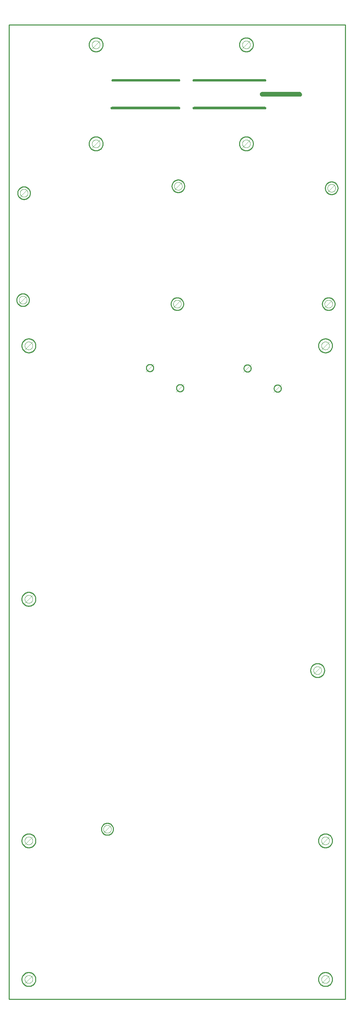
<source format=gbr>
G04 EAGLE Gerber X2 export*
G75*
%MOMM*%
%FSLAX34Y34*%
%LPD*%
%AMOC8*
5,1,8,0,0,1.08239X$1,22.5*%
G01*
%ADD10C,0.025400*%
%ADD11C,0.254000*%

G36*
X647525Y2316755D02*
X647525Y2316755D01*
X647598Y2316757D01*
X648245Y2316842D01*
X648268Y2316849D01*
X648292Y2316850D01*
X648434Y2316893D01*
X649037Y2317143D01*
X649057Y2317156D01*
X649081Y2317163D01*
X649206Y2317241D01*
X649724Y2317638D01*
X649741Y2317656D01*
X649761Y2317668D01*
X649862Y2317776D01*
X650260Y2318294D01*
X650271Y2318315D01*
X650288Y2318333D01*
X650357Y2318463D01*
X650607Y2319066D01*
X650613Y2319090D01*
X650624Y2319111D01*
X650658Y2319255D01*
X650743Y2319902D01*
X650742Y2319927D01*
X650748Y2319950D01*
X650743Y2320098D01*
X650658Y2320745D01*
X650651Y2320768D01*
X650650Y2320792D01*
X650607Y2320934D01*
X650357Y2321537D01*
X650344Y2321557D01*
X650337Y2321581D01*
X650260Y2321706D01*
X649862Y2322224D01*
X649844Y2322241D01*
X649832Y2322261D01*
X649724Y2322362D01*
X649206Y2322760D01*
X649185Y2322771D01*
X649167Y2322788D01*
X649037Y2322857D01*
X648434Y2323107D01*
X648410Y2323113D01*
X648389Y2323124D01*
X648245Y2323158D01*
X647598Y2323243D01*
X647573Y2323242D01*
X647500Y2323249D01*
X467500Y2323249D01*
X467475Y2323245D01*
X467402Y2323243D01*
X466755Y2323158D01*
X466732Y2323151D01*
X466708Y2323150D01*
X466566Y2323107D01*
X465963Y2322857D01*
X465943Y2322844D01*
X465919Y2322837D01*
X465794Y2322760D01*
X465276Y2322362D01*
X465259Y2322344D01*
X465239Y2322332D01*
X465138Y2322224D01*
X464741Y2321706D01*
X464729Y2321685D01*
X464712Y2321667D01*
X464643Y2321537D01*
X464393Y2320934D01*
X464387Y2320910D01*
X464376Y2320889D01*
X464342Y2320745D01*
X464257Y2320098D01*
X464258Y2320074D01*
X464252Y2320050D01*
X464257Y2319902D01*
X464342Y2319255D01*
X464349Y2319232D01*
X464350Y2319208D01*
X464393Y2319066D01*
X464643Y2318463D01*
X464656Y2318443D01*
X464663Y2318419D01*
X464741Y2318294D01*
X465138Y2317776D01*
X465150Y2317765D01*
X465155Y2317756D01*
X465160Y2317752D01*
X465168Y2317739D01*
X465276Y2317638D01*
X465794Y2317241D01*
X465815Y2317229D01*
X465833Y2317212D01*
X465963Y2317143D01*
X466566Y2316893D01*
X466590Y2316887D01*
X466611Y2316876D01*
X466755Y2316842D01*
X467402Y2316757D01*
X467427Y2316758D01*
X467500Y2316751D01*
X647500Y2316751D01*
X647525Y2316755D01*
G37*
G36*
X647525Y2246755D02*
X647525Y2246755D01*
X647598Y2246757D01*
X648245Y2246842D01*
X648268Y2246849D01*
X648292Y2246850D01*
X648434Y2246893D01*
X649037Y2247143D01*
X649057Y2247156D01*
X649081Y2247163D01*
X649206Y2247241D01*
X649724Y2247638D01*
X649741Y2247656D01*
X649761Y2247668D01*
X649862Y2247776D01*
X650260Y2248294D01*
X650271Y2248315D01*
X650288Y2248333D01*
X650357Y2248463D01*
X650607Y2249066D01*
X650613Y2249090D01*
X650624Y2249111D01*
X650658Y2249255D01*
X650743Y2249902D01*
X650742Y2249927D01*
X650748Y2249950D01*
X650743Y2250098D01*
X650658Y2250745D01*
X650651Y2250768D01*
X650650Y2250792D01*
X650607Y2250934D01*
X650357Y2251537D01*
X650344Y2251557D01*
X650337Y2251581D01*
X650260Y2251706D01*
X649862Y2252224D01*
X649844Y2252241D01*
X649832Y2252261D01*
X649724Y2252362D01*
X649206Y2252760D01*
X649185Y2252771D01*
X649167Y2252788D01*
X649037Y2252857D01*
X648434Y2253107D01*
X648410Y2253113D01*
X648389Y2253124D01*
X648245Y2253158D01*
X647598Y2253243D01*
X647573Y2253242D01*
X647500Y2253249D01*
X467500Y2253249D01*
X467475Y2253245D01*
X467402Y2253243D01*
X466755Y2253158D01*
X466732Y2253151D01*
X466708Y2253150D01*
X466566Y2253107D01*
X465963Y2252857D01*
X465943Y2252844D01*
X465919Y2252837D01*
X465794Y2252760D01*
X465276Y2252362D01*
X465259Y2252344D01*
X465239Y2252332D01*
X465138Y2252224D01*
X464741Y2251706D01*
X464729Y2251685D01*
X464712Y2251667D01*
X464643Y2251537D01*
X464393Y2250934D01*
X464387Y2250910D01*
X464376Y2250889D01*
X464342Y2250745D01*
X464257Y2250098D01*
X464258Y2250074D01*
X464252Y2250050D01*
X464257Y2249902D01*
X464342Y2249255D01*
X464349Y2249232D01*
X464350Y2249208D01*
X464393Y2249066D01*
X464643Y2248463D01*
X464656Y2248443D01*
X464663Y2248419D01*
X464741Y2248294D01*
X465138Y2247776D01*
X465150Y2247765D01*
X465155Y2247756D01*
X465160Y2247752D01*
X465168Y2247739D01*
X465276Y2247638D01*
X465794Y2247241D01*
X465815Y2247229D01*
X465833Y2247212D01*
X465963Y2247143D01*
X466566Y2246893D01*
X466590Y2246887D01*
X466611Y2246876D01*
X466755Y2246842D01*
X467402Y2246757D01*
X467427Y2246758D01*
X467500Y2246751D01*
X647500Y2246751D01*
X647525Y2246755D01*
G37*
G36*
X737580Y2279252D02*
X737580Y2279252D01*
X737661Y2279256D01*
X737714Y2279274D01*
X737743Y2279279D01*
X737768Y2279292D01*
X737820Y2279309D01*
X738623Y2279681D01*
X738624Y2279682D01*
X738626Y2279683D01*
X738769Y2279770D01*
X739469Y2280312D01*
X739470Y2280313D01*
X739471Y2280313D01*
X739591Y2280430D01*
X740153Y2281114D01*
X740154Y2281115D01*
X740155Y2281116D01*
X740246Y2281257D01*
X740642Y2282049D01*
X740643Y2282050D01*
X740643Y2282051D01*
X740701Y2282209D01*
X740911Y2283069D01*
X740911Y2283070D01*
X740911Y2283071D01*
X740932Y2283238D01*
X740945Y2284123D01*
X740945Y2284124D01*
X740945Y2284126D01*
X740929Y2284293D01*
X740752Y2285122D01*
X740631Y2286198D01*
X740631Y2286199D01*
X740631Y2286201D01*
X740593Y2286364D01*
X740223Y2287421D01*
X740223Y2287422D01*
X740222Y2287423D01*
X740149Y2287574D01*
X739554Y2288522D01*
X739553Y2288524D01*
X739552Y2288525D01*
X739447Y2288656D01*
X738656Y2289447D01*
X738655Y2289448D01*
X738654Y2289449D01*
X738522Y2289554D01*
X737574Y2290149D01*
X737573Y2290150D01*
X737572Y2290151D01*
X737421Y2290223D01*
X736364Y2290593D01*
X736363Y2290593D01*
X736361Y2290594D01*
X736198Y2290631D01*
X735085Y2290756D01*
X735056Y2290755D01*
X735000Y2290761D01*
X640000Y2290761D01*
X639971Y2290757D01*
X639915Y2290756D01*
X638802Y2290631D01*
X638801Y2290631D01*
X638799Y2290631D01*
X638636Y2290593D01*
X637579Y2290223D01*
X637578Y2290223D01*
X637577Y2290222D01*
X637426Y2290149D01*
X636478Y2289554D01*
X636477Y2289553D01*
X636475Y2289552D01*
X636344Y2289447D01*
X635553Y2288656D01*
X635552Y2288655D01*
X635551Y2288654D01*
X635446Y2288522D01*
X634851Y2287574D01*
X634850Y2287573D01*
X634849Y2287572D01*
X634777Y2287421D01*
X634407Y2286364D01*
X634407Y2286363D01*
X634406Y2286361D01*
X634392Y2286300D01*
X634390Y2286295D01*
X634389Y2286285D01*
X634369Y2286198D01*
X634244Y2285085D01*
X634244Y2285084D01*
X634243Y2285083D01*
X634244Y2284915D01*
X634369Y2283802D01*
X634369Y2283801D01*
X634369Y2283799D01*
X634407Y2283636D01*
X634777Y2282579D01*
X634777Y2282578D01*
X634778Y2282577D01*
X634851Y2282426D01*
X635446Y2281478D01*
X635447Y2281477D01*
X635448Y2281475D01*
X635553Y2281344D01*
X636344Y2280553D01*
X636345Y2280552D01*
X636346Y2280551D01*
X636478Y2280446D01*
X637426Y2279851D01*
X637427Y2279850D01*
X637428Y2279849D01*
X637579Y2279777D01*
X638636Y2279407D01*
X638637Y2279407D01*
X638639Y2279406D01*
X638802Y2279369D01*
X639915Y2279244D01*
X639944Y2279245D01*
X640000Y2279239D01*
X737500Y2279239D01*
X737580Y2279252D01*
G37*
G36*
X430025Y2246755D02*
X430025Y2246755D01*
X430098Y2246757D01*
X430745Y2246842D01*
X430768Y2246849D01*
X430792Y2246850D01*
X430934Y2246893D01*
X431537Y2247143D01*
X431557Y2247156D01*
X431581Y2247163D01*
X431706Y2247241D01*
X432224Y2247638D01*
X432241Y2247656D01*
X432261Y2247668D01*
X432362Y2247776D01*
X432760Y2248294D01*
X432771Y2248315D01*
X432788Y2248333D01*
X432857Y2248463D01*
X433107Y2249066D01*
X433113Y2249090D01*
X433124Y2249111D01*
X433158Y2249255D01*
X433243Y2249902D01*
X433242Y2249927D01*
X433248Y2249950D01*
X433243Y2250098D01*
X433158Y2250745D01*
X433151Y2250768D01*
X433150Y2250792D01*
X433107Y2250934D01*
X432859Y2251532D01*
X432859Y2251533D01*
X432857Y2251537D01*
X432844Y2251557D01*
X432837Y2251581D01*
X432760Y2251706D01*
X432362Y2252224D01*
X432344Y2252241D01*
X432332Y2252261D01*
X432224Y2252362D01*
X431706Y2252760D01*
X431685Y2252771D01*
X431667Y2252788D01*
X431537Y2252857D01*
X430934Y2253107D01*
X430910Y2253113D01*
X430889Y2253124D01*
X430745Y2253158D01*
X430098Y2253243D01*
X430073Y2253242D01*
X430000Y2253249D01*
X260000Y2253249D01*
X259975Y2253245D01*
X259902Y2253243D01*
X259255Y2253158D01*
X259232Y2253151D01*
X259208Y2253150D01*
X259066Y2253107D01*
X258463Y2252857D01*
X258443Y2252844D01*
X258419Y2252837D01*
X258294Y2252760D01*
X257776Y2252362D01*
X257759Y2252344D01*
X257739Y2252332D01*
X257638Y2252224D01*
X257241Y2251706D01*
X257229Y2251685D01*
X257212Y2251667D01*
X257143Y2251537D01*
X256893Y2250934D01*
X256887Y2250910D01*
X256876Y2250889D01*
X256842Y2250745D01*
X256757Y2250098D01*
X256758Y2250074D01*
X256752Y2250050D01*
X256757Y2249902D01*
X256842Y2249255D01*
X256849Y2249232D01*
X256850Y2249208D01*
X256893Y2249066D01*
X257143Y2248463D01*
X257156Y2248443D01*
X257163Y2248419D01*
X257241Y2248294D01*
X257638Y2247776D01*
X257650Y2247765D01*
X257655Y2247756D01*
X257661Y2247752D01*
X257668Y2247739D01*
X257776Y2247638D01*
X258294Y2247241D01*
X258315Y2247229D01*
X258333Y2247212D01*
X258463Y2247143D01*
X259066Y2246893D01*
X259090Y2246887D01*
X259111Y2246876D01*
X259255Y2246842D01*
X259902Y2246757D01*
X259927Y2246758D01*
X260000Y2246751D01*
X430000Y2246751D01*
X430025Y2246755D01*
G37*
G36*
X430025Y2316755D02*
X430025Y2316755D01*
X430098Y2316757D01*
X430745Y2316842D01*
X430768Y2316849D01*
X430792Y2316850D01*
X430934Y2316893D01*
X431537Y2317143D01*
X431557Y2317156D01*
X431581Y2317163D01*
X431706Y2317241D01*
X432224Y2317638D01*
X432241Y2317656D01*
X432261Y2317668D01*
X432362Y2317776D01*
X432760Y2318294D01*
X432771Y2318315D01*
X432788Y2318333D01*
X432857Y2318463D01*
X433107Y2319066D01*
X433113Y2319090D01*
X433124Y2319111D01*
X433158Y2319255D01*
X433243Y2319902D01*
X433242Y2319927D01*
X433248Y2319950D01*
X433243Y2320098D01*
X433158Y2320745D01*
X433151Y2320768D01*
X433150Y2320792D01*
X433107Y2320934D01*
X432859Y2321532D01*
X432859Y2321533D01*
X432857Y2321537D01*
X432844Y2321557D01*
X432837Y2321581D01*
X432760Y2321706D01*
X432362Y2322224D01*
X432344Y2322241D01*
X432332Y2322261D01*
X432224Y2322362D01*
X431706Y2322760D01*
X431685Y2322771D01*
X431667Y2322788D01*
X431537Y2322857D01*
X430934Y2323107D01*
X430910Y2323113D01*
X430889Y2323124D01*
X430745Y2323158D01*
X430098Y2323243D01*
X430073Y2323242D01*
X430000Y2323249D01*
X262500Y2323249D01*
X262475Y2323245D01*
X262402Y2323243D01*
X261755Y2323158D01*
X261732Y2323151D01*
X261708Y2323150D01*
X261566Y2323107D01*
X260963Y2322857D01*
X260943Y2322844D01*
X260919Y2322837D01*
X260794Y2322760D01*
X260276Y2322362D01*
X260259Y2322344D01*
X260239Y2322332D01*
X260138Y2322224D01*
X259741Y2321706D01*
X259729Y2321685D01*
X259712Y2321667D01*
X259643Y2321537D01*
X259393Y2320934D01*
X259387Y2320910D01*
X259376Y2320889D01*
X259342Y2320745D01*
X259257Y2320098D01*
X259258Y2320074D01*
X259252Y2320050D01*
X259257Y2319902D01*
X259342Y2319255D01*
X259349Y2319232D01*
X259350Y2319208D01*
X259393Y2319066D01*
X259643Y2318463D01*
X259656Y2318443D01*
X259663Y2318419D01*
X259741Y2318294D01*
X260138Y2317776D01*
X260150Y2317765D01*
X260155Y2317756D01*
X260161Y2317752D01*
X260168Y2317739D01*
X260276Y2317638D01*
X260794Y2317241D01*
X260815Y2317229D01*
X260833Y2317212D01*
X260963Y2317143D01*
X261566Y2316893D01*
X261590Y2316887D01*
X261611Y2316876D01*
X261755Y2316842D01*
X262402Y2316757D01*
X262427Y2316758D01*
X262500Y2316751D01*
X430000Y2316751D01*
X430025Y2316755D01*
G37*
D10*
X790094Y400000D02*
X790097Y400243D01*
X790106Y400486D01*
X790121Y400729D01*
X790142Y400971D01*
X790168Y401213D01*
X790201Y401454D01*
X790240Y401694D01*
X790284Y401933D01*
X790335Y402170D01*
X790391Y402407D01*
X790453Y402642D01*
X790521Y402876D01*
X790594Y403107D01*
X790673Y403337D01*
X790758Y403565D01*
X790848Y403791D01*
X790944Y404014D01*
X791045Y404235D01*
X791152Y404454D01*
X791264Y404670D01*
X791381Y404883D01*
X791503Y405093D01*
X791631Y405300D01*
X791763Y405503D01*
X791901Y405704D01*
X792043Y405901D01*
X792191Y406094D01*
X792343Y406284D01*
X792499Y406470D01*
X792660Y406652D01*
X792826Y406831D01*
X792995Y407005D01*
X793169Y407174D01*
X793348Y407340D01*
X793530Y407501D01*
X793716Y407657D01*
X793906Y407809D01*
X794099Y407957D01*
X794296Y408099D01*
X794497Y408237D01*
X794700Y408369D01*
X794907Y408497D01*
X795117Y408619D01*
X795330Y408736D01*
X795546Y408848D01*
X795765Y408955D01*
X795986Y409056D01*
X796209Y409152D01*
X796435Y409242D01*
X796663Y409327D01*
X796893Y409406D01*
X797124Y409479D01*
X797358Y409547D01*
X797593Y409609D01*
X797830Y409665D01*
X798067Y409716D01*
X798306Y409760D01*
X798546Y409799D01*
X798787Y409832D01*
X799029Y409858D01*
X799271Y409879D01*
X799514Y409894D01*
X799757Y409903D01*
X800000Y409906D01*
X800243Y409903D01*
X800486Y409894D01*
X800729Y409879D01*
X800971Y409858D01*
X801213Y409832D01*
X801454Y409799D01*
X801694Y409760D01*
X801933Y409716D01*
X802170Y409665D01*
X802407Y409609D01*
X802642Y409547D01*
X802876Y409479D01*
X803107Y409406D01*
X803337Y409327D01*
X803565Y409242D01*
X803791Y409152D01*
X804014Y409056D01*
X804235Y408955D01*
X804454Y408848D01*
X804670Y408736D01*
X804883Y408619D01*
X805093Y408497D01*
X805300Y408369D01*
X805503Y408237D01*
X805704Y408099D01*
X805901Y407957D01*
X806094Y407809D01*
X806284Y407657D01*
X806470Y407501D01*
X806652Y407340D01*
X806831Y407174D01*
X807005Y407005D01*
X807174Y406831D01*
X807340Y406652D01*
X807501Y406470D01*
X807657Y406284D01*
X807809Y406094D01*
X807957Y405901D01*
X808099Y405704D01*
X808237Y405503D01*
X808369Y405300D01*
X808497Y405093D01*
X808619Y404883D01*
X808736Y404670D01*
X808848Y404454D01*
X808955Y404235D01*
X809056Y404014D01*
X809152Y403791D01*
X809242Y403565D01*
X809327Y403337D01*
X809406Y403107D01*
X809479Y402876D01*
X809547Y402642D01*
X809609Y402407D01*
X809665Y402170D01*
X809716Y401933D01*
X809760Y401694D01*
X809799Y401454D01*
X809832Y401213D01*
X809858Y400971D01*
X809879Y400729D01*
X809894Y400486D01*
X809903Y400243D01*
X809906Y400000D01*
X809903Y399757D01*
X809894Y399514D01*
X809879Y399271D01*
X809858Y399029D01*
X809832Y398787D01*
X809799Y398546D01*
X809760Y398306D01*
X809716Y398067D01*
X809665Y397830D01*
X809609Y397593D01*
X809547Y397358D01*
X809479Y397124D01*
X809406Y396893D01*
X809327Y396663D01*
X809242Y396435D01*
X809152Y396209D01*
X809056Y395986D01*
X808955Y395765D01*
X808848Y395546D01*
X808736Y395330D01*
X808619Y395117D01*
X808497Y394907D01*
X808369Y394700D01*
X808237Y394497D01*
X808099Y394296D01*
X807957Y394099D01*
X807809Y393906D01*
X807657Y393716D01*
X807501Y393530D01*
X807340Y393348D01*
X807174Y393169D01*
X807005Y392995D01*
X806831Y392826D01*
X806652Y392660D01*
X806470Y392499D01*
X806284Y392343D01*
X806094Y392191D01*
X805901Y392043D01*
X805704Y391901D01*
X805503Y391763D01*
X805300Y391631D01*
X805093Y391503D01*
X804883Y391381D01*
X804670Y391264D01*
X804454Y391152D01*
X804235Y391045D01*
X804014Y390944D01*
X803791Y390848D01*
X803565Y390758D01*
X803337Y390673D01*
X803107Y390594D01*
X802876Y390521D01*
X802642Y390453D01*
X802407Y390391D01*
X802170Y390335D01*
X801933Y390284D01*
X801694Y390240D01*
X801454Y390201D01*
X801213Y390168D01*
X800971Y390142D01*
X800729Y390121D01*
X800486Y390106D01*
X800243Y390097D01*
X800000Y390094D01*
X799757Y390097D01*
X799514Y390106D01*
X799271Y390121D01*
X799029Y390142D01*
X798787Y390168D01*
X798546Y390201D01*
X798306Y390240D01*
X798067Y390284D01*
X797830Y390335D01*
X797593Y390391D01*
X797358Y390453D01*
X797124Y390521D01*
X796893Y390594D01*
X796663Y390673D01*
X796435Y390758D01*
X796209Y390848D01*
X795986Y390944D01*
X795765Y391045D01*
X795546Y391152D01*
X795330Y391264D01*
X795117Y391381D01*
X794907Y391503D01*
X794700Y391631D01*
X794497Y391763D01*
X794296Y391901D01*
X794099Y392043D01*
X793906Y392191D01*
X793716Y392343D01*
X793530Y392499D01*
X793348Y392660D01*
X793169Y392826D01*
X792995Y392995D01*
X792826Y393169D01*
X792660Y393348D01*
X792499Y393530D01*
X792343Y393716D01*
X792191Y393906D01*
X792043Y394099D01*
X791901Y394296D01*
X791763Y394497D01*
X791631Y394700D01*
X791503Y394907D01*
X791381Y395117D01*
X791264Y395330D01*
X791152Y395546D01*
X791045Y395765D01*
X790944Y395986D01*
X790848Y396209D01*
X790758Y396435D01*
X790673Y396663D01*
X790594Y396893D01*
X790521Y397124D01*
X790453Y397358D01*
X790391Y397593D01*
X790335Y397830D01*
X790284Y398067D01*
X790240Y398306D01*
X790201Y398546D01*
X790168Y398787D01*
X790142Y399029D01*
X790121Y399271D01*
X790106Y399514D01*
X790097Y399757D01*
X790094Y400000D01*
X789840Y389840D02*
X810160Y410160D01*
X770094Y830000D02*
X770097Y830243D01*
X770106Y830486D01*
X770121Y830729D01*
X770142Y830971D01*
X770168Y831213D01*
X770201Y831454D01*
X770240Y831694D01*
X770284Y831933D01*
X770335Y832170D01*
X770391Y832407D01*
X770453Y832642D01*
X770521Y832876D01*
X770594Y833107D01*
X770673Y833337D01*
X770758Y833565D01*
X770848Y833791D01*
X770944Y834014D01*
X771045Y834235D01*
X771152Y834454D01*
X771264Y834670D01*
X771381Y834883D01*
X771503Y835093D01*
X771631Y835300D01*
X771763Y835503D01*
X771901Y835704D01*
X772043Y835901D01*
X772191Y836094D01*
X772343Y836284D01*
X772499Y836470D01*
X772660Y836652D01*
X772826Y836831D01*
X772995Y837005D01*
X773169Y837174D01*
X773348Y837340D01*
X773530Y837501D01*
X773716Y837657D01*
X773906Y837809D01*
X774099Y837957D01*
X774296Y838099D01*
X774497Y838237D01*
X774700Y838369D01*
X774907Y838497D01*
X775117Y838619D01*
X775330Y838736D01*
X775546Y838848D01*
X775765Y838955D01*
X775986Y839056D01*
X776209Y839152D01*
X776435Y839242D01*
X776663Y839327D01*
X776893Y839406D01*
X777124Y839479D01*
X777358Y839547D01*
X777593Y839609D01*
X777830Y839665D01*
X778067Y839716D01*
X778306Y839760D01*
X778546Y839799D01*
X778787Y839832D01*
X779029Y839858D01*
X779271Y839879D01*
X779514Y839894D01*
X779757Y839903D01*
X780000Y839906D01*
X780243Y839903D01*
X780486Y839894D01*
X780729Y839879D01*
X780971Y839858D01*
X781213Y839832D01*
X781454Y839799D01*
X781694Y839760D01*
X781933Y839716D01*
X782170Y839665D01*
X782407Y839609D01*
X782642Y839547D01*
X782876Y839479D01*
X783107Y839406D01*
X783337Y839327D01*
X783565Y839242D01*
X783791Y839152D01*
X784014Y839056D01*
X784235Y838955D01*
X784454Y838848D01*
X784670Y838736D01*
X784883Y838619D01*
X785093Y838497D01*
X785300Y838369D01*
X785503Y838237D01*
X785704Y838099D01*
X785901Y837957D01*
X786094Y837809D01*
X786284Y837657D01*
X786470Y837501D01*
X786652Y837340D01*
X786831Y837174D01*
X787005Y837005D01*
X787174Y836831D01*
X787340Y836652D01*
X787501Y836470D01*
X787657Y836284D01*
X787809Y836094D01*
X787957Y835901D01*
X788099Y835704D01*
X788237Y835503D01*
X788369Y835300D01*
X788497Y835093D01*
X788619Y834883D01*
X788736Y834670D01*
X788848Y834454D01*
X788955Y834235D01*
X789056Y834014D01*
X789152Y833791D01*
X789242Y833565D01*
X789327Y833337D01*
X789406Y833107D01*
X789479Y832876D01*
X789547Y832642D01*
X789609Y832407D01*
X789665Y832170D01*
X789716Y831933D01*
X789760Y831694D01*
X789799Y831454D01*
X789832Y831213D01*
X789858Y830971D01*
X789879Y830729D01*
X789894Y830486D01*
X789903Y830243D01*
X789906Y830000D01*
X789903Y829757D01*
X789894Y829514D01*
X789879Y829271D01*
X789858Y829029D01*
X789832Y828787D01*
X789799Y828546D01*
X789760Y828306D01*
X789716Y828067D01*
X789665Y827830D01*
X789609Y827593D01*
X789547Y827358D01*
X789479Y827124D01*
X789406Y826893D01*
X789327Y826663D01*
X789242Y826435D01*
X789152Y826209D01*
X789056Y825986D01*
X788955Y825765D01*
X788848Y825546D01*
X788736Y825330D01*
X788619Y825117D01*
X788497Y824907D01*
X788369Y824700D01*
X788237Y824497D01*
X788099Y824296D01*
X787957Y824099D01*
X787809Y823906D01*
X787657Y823716D01*
X787501Y823530D01*
X787340Y823348D01*
X787174Y823169D01*
X787005Y822995D01*
X786831Y822826D01*
X786652Y822660D01*
X786470Y822499D01*
X786284Y822343D01*
X786094Y822191D01*
X785901Y822043D01*
X785704Y821901D01*
X785503Y821763D01*
X785300Y821631D01*
X785093Y821503D01*
X784883Y821381D01*
X784670Y821264D01*
X784454Y821152D01*
X784235Y821045D01*
X784014Y820944D01*
X783791Y820848D01*
X783565Y820758D01*
X783337Y820673D01*
X783107Y820594D01*
X782876Y820521D01*
X782642Y820453D01*
X782407Y820391D01*
X782170Y820335D01*
X781933Y820284D01*
X781694Y820240D01*
X781454Y820201D01*
X781213Y820168D01*
X780971Y820142D01*
X780729Y820121D01*
X780486Y820106D01*
X780243Y820097D01*
X780000Y820094D01*
X779757Y820097D01*
X779514Y820106D01*
X779271Y820121D01*
X779029Y820142D01*
X778787Y820168D01*
X778546Y820201D01*
X778306Y820240D01*
X778067Y820284D01*
X777830Y820335D01*
X777593Y820391D01*
X777358Y820453D01*
X777124Y820521D01*
X776893Y820594D01*
X776663Y820673D01*
X776435Y820758D01*
X776209Y820848D01*
X775986Y820944D01*
X775765Y821045D01*
X775546Y821152D01*
X775330Y821264D01*
X775117Y821381D01*
X774907Y821503D01*
X774700Y821631D01*
X774497Y821763D01*
X774296Y821901D01*
X774099Y822043D01*
X773906Y822191D01*
X773716Y822343D01*
X773530Y822499D01*
X773348Y822660D01*
X773169Y822826D01*
X772995Y822995D01*
X772826Y823169D01*
X772660Y823348D01*
X772499Y823530D01*
X772343Y823716D01*
X772191Y823906D01*
X772043Y824099D01*
X771901Y824296D01*
X771763Y824497D01*
X771631Y824700D01*
X771503Y824907D01*
X771381Y825117D01*
X771264Y825330D01*
X771152Y825546D01*
X771045Y825765D01*
X770944Y825986D01*
X770848Y826209D01*
X770758Y826435D01*
X770673Y826663D01*
X770594Y826893D01*
X770521Y827124D01*
X770453Y827358D01*
X770391Y827593D01*
X770335Y827830D01*
X770284Y828067D01*
X770240Y828306D01*
X770201Y828546D01*
X770168Y828787D01*
X770142Y829029D01*
X770121Y829271D01*
X770106Y829514D01*
X770097Y829757D01*
X770094Y830000D01*
X769840Y819840D02*
X790160Y840160D01*
X40094Y50000D02*
X40097Y50243D01*
X40106Y50486D01*
X40121Y50729D01*
X40142Y50971D01*
X40168Y51213D01*
X40201Y51454D01*
X40240Y51694D01*
X40284Y51933D01*
X40335Y52170D01*
X40391Y52407D01*
X40453Y52642D01*
X40521Y52876D01*
X40594Y53107D01*
X40673Y53337D01*
X40758Y53565D01*
X40848Y53791D01*
X40944Y54014D01*
X41045Y54235D01*
X41152Y54454D01*
X41264Y54670D01*
X41381Y54883D01*
X41503Y55093D01*
X41631Y55300D01*
X41763Y55503D01*
X41901Y55704D01*
X42043Y55901D01*
X42191Y56094D01*
X42343Y56284D01*
X42499Y56470D01*
X42660Y56652D01*
X42826Y56831D01*
X42995Y57005D01*
X43169Y57174D01*
X43348Y57340D01*
X43530Y57501D01*
X43716Y57657D01*
X43906Y57809D01*
X44099Y57957D01*
X44296Y58099D01*
X44497Y58237D01*
X44700Y58369D01*
X44907Y58497D01*
X45117Y58619D01*
X45330Y58736D01*
X45546Y58848D01*
X45765Y58955D01*
X45986Y59056D01*
X46209Y59152D01*
X46435Y59242D01*
X46663Y59327D01*
X46893Y59406D01*
X47124Y59479D01*
X47358Y59547D01*
X47593Y59609D01*
X47830Y59665D01*
X48067Y59716D01*
X48306Y59760D01*
X48546Y59799D01*
X48787Y59832D01*
X49029Y59858D01*
X49271Y59879D01*
X49514Y59894D01*
X49757Y59903D01*
X50000Y59906D01*
X50243Y59903D01*
X50486Y59894D01*
X50729Y59879D01*
X50971Y59858D01*
X51213Y59832D01*
X51454Y59799D01*
X51694Y59760D01*
X51933Y59716D01*
X52170Y59665D01*
X52407Y59609D01*
X52642Y59547D01*
X52876Y59479D01*
X53107Y59406D01*
X53337Y59327D01*
X53565Y59242D01*
X53791Y59152D01*
X54014Y59056D01*
X54235Y58955D01*
X54454Y58848D01*
X54670Y58736D01*
X54883Y58619D01*
X55093Y58497D01*
X55300Y58369D01*
X55503Y58237D01*
X55704Y58099D01*
X55901Y57957D01*
X56094Y57809D01*
X56284Y57657D01*
X56470Y57501D01*
X56652Y57340D01*
X56831Y57174D01*
X57005Y57005D01*
X57174Y56831D01*
X57340Y56652D01*
X57501Y56470D01*
X57657Y56284D01*
X57809Y56094D01*
X57957Y55901D01*
X58099Y55704D01*
X58237Y55503D01*
X58369Y55300D01*
X58497Y55093D01*
X58619Y54883D01*
X58736Y54670D01*
X58848Y54454D01*
X58955Y54235D01*
X59056Y54014D01*
X59152Y53791D01*
X59242Y53565D01*
X59327Y53337D01*
X59406Y53107D01*
X59479Y52876D01*
X59547Y52642D01*
X59609Y52407D01*
X59665Y52170D01*
X59716Y51933D01*
X59760Y51694D01*
X59799Y51454D01*
X59832Y51213D01*
X59858Y50971D01*
X59879Y50729D01*
X59894Y50486D01*
X59903Y50243D01*
X59906Y50000D01*
X59903Y49757D01*
X59894Y49514D01*
X59879Y49271D01*
X59858Y49029D01*
X59832Y48787D01*
X59799Y48546D01*
X59760Y48306D01*
X59716Y48067D01*
X59665Y47830D01*
X59609Y47593D01*
X59547Y47358D01*
X59479Y47124D01*
X59406Y46893D01*
X59327Y46663D01*
X59242Y46435D01*
X59152Y46209D01*
X59056Y45986D01*
X58955Y45765D01*
X58848Y45546D01*
X58736Y45330D01*
X58619Y45117D01*
X58497Y44907D01*
X58369Y44700D01*
X58237Y44497D01*
X58099Y44296D01*
X57957Y44099D01*
X57809Y43906D01*
X57657Y43716D01*
X57501Y43530D01*
X57340Y43348D01*
X57174Y43169D01*
X57005Y42995D01*
X56831Y42826D01*
X56652Y42660D01*
X56470Y42499D01*
X56284Y42343D01*
X56094Y42191D01*
X55901Y42043D01*
X55704Y41901D01*
X55503Y41763D01*
X55300Y41631D01*
X55093Y41503D01*
X54883Y41381D01*
X54670Y41264D01*
X54454Y41152D01*
X54235Y41045D01*
X54014Y40944D01*
X53791Y40848D01*
X53565Y40758D01*
X53337Y40673D01*
X53107Y40594D01*
X52876Y40521D01*
X52642Y40453D01*
X52407Y40391D01*
X52170Y40335D01*
X51933Y40284D01*
X51694Y40240D01*
X51454Y40201D01*
X51213Y40168D01*
X50971Y40142D01*
X50729Y40121D01*
X50486Y40106D01*
X50243Y40097D01*
X50000Y40094D01*
X49757Y40097D01*
X49514Y40106D01*
X49271Y40121D01*
X49029Y40142D01*
X48787Y40168D01*
X48546Y40201D01*
X48306Y40240D01*
X48067Y40284D01*
X47830Y40335D01*
X47593Y40391D01*
X47358Y40453D01*
X47124Y40521D01*
X46893Y40594D01*
X46663Y40673D01*
X46435Y40758D01*
X46209Y40848D01*
X45986Y40944D01*
X45765Y41045D01*
X45546Y41152D01*
X45330Y41264D01*
X45117Y41381D01*
X44907Y41503D01*
X44700Y41631D01*
X44497Y41763D01*
X44296Y41901D01*
X44099Y42043D01*
X43906Y42191D01*
X43716Y42343D01*
X43530Y42499D01*
X43348Y42660D01*
X43169Y42826D01*
X42995Y42995D01*
X42826Y43169D01*
X42660Y43348D01*
X42499Y43530D01*
X42343Y43716D01*
X42191Y43906D01*
X42043Y44099D01*
X41901Y44296D01*
X41763Y44497D01*
X41631Y44700D01*
X41503Y44907D01*
X41381Y45117D01*
X41264Y45330D01*
X41152Y45546D01*
X41045Y45765D01*
X40944Y45986D01*
X40848Y46209D01*
X40758Y46435D01*
X40673Y46663D01*
X40594Y46893D01*
X40521Y47124D01*
X40453Y47358D01*
X40391Y47593D01*
X40335Y47830D01*
X40284Y48067D01*
X40240Y48306D01*
X40201Y48546D01*
X40168Y48787D01*
X40142Y49029D01*
X40121Y49271D01*
X40106Y49514D01*
X40097Y49757D01*
X40094Y50000D01*
X39840Y39840D02*
X60160Y60160D01*
X790094Y1650000D02*
X790097Y1650243D01*
X790106Y1650486D01*
X790121Y1650729D01*
X790142Y1650971D01*
X790168Y1651213D01*
X790201Y1651454D01*
X790240Y1651694D01*
X790284Y1651933D01*
X790335Y1652170D01*
X790391Y1652407D01*
X790453Y1652642D01*
X790521Y1652876D01*
X790594Y1653107D01*
X790673Y1653337D01*
X790758Y1653565D01*
X790848Y1653791D01*
X790944Y1654014D01*
X791045Y1654235D01*
X791152Y1654454D01*
X791264Y1654670D01*
X791381Y1654883D01*
X791503Y1655093D01*
X791631Y1655300D01*
X791763Y1655503D01*
X791901Y1655704D01*
X792043Y1655901D01*
X792191Y1656094D01*
X792343Y1656284D01*
X792499Y1656470D01*
X792660Y1656652D01*
X792826Y1656831D01*
X792995Y1657005D01*
X793169Y1657174D01*
X793348Y1657340D01*
X793530Y1657501D01*
X793716Y1657657D01*
X793906Y1657809D01*
X794099Y1657957D01*
X794296Y1658099D01*
X794497Y1658237D01*
X794700Y1658369D01*
X794907Y1658497D01*
X795117Y1658619D01*
X795330Y1658736D01*
X795546Y1658848D01*
X795765Y1658955D01*
X795986Y1659056D01*
X796209Y1659152D01*
X796435Y1659242D01*
X796663Y1659327D01*
X796893Y1659406D01*
X797124Y1659479D01*
X797358Y1659547D01*
X797593Y1659609D01*
X797830Y1659665D01*
X798067Y1659716D01*
X798306Y1659760D01*
X798546Y1659799D01*
X798787Y1659832D01*
X799029Y1659858D01*
X799271Y1659879D01*
X799514Y1659894D01*
X799757Y1659903D01*
X800000Y1659906D01*
X800243Y1659903D01*
X800486Y1659894D01*
X800729Y1659879D01*
X800971Y1659858D01*
X801213Y1659832D01*
X801454Y1659799D01*
X801694Y1659760D01*
X801933Y1659716D01*
X802170Y1659665D01*
X802407Y1659609D01*
X802642Y1659547D01*
X802876Y1659479D01*
X803107Y1659406D01*
X803337Y1659327D01*
X803565Y1659242D01*
X803791Y1659152D01*
X804014Y1659056D01*
X804235Y1658955D01*
X804454Y1658848D01*
X804670Y1658736D01*
X804883Y1658619D01*
X805093Y1658497D01*
X805300Y1658369D01*
X805503Y1658237D01*
X805704Y1658099D01*
X805901Y1657957D01*
X806094Y1657809D01*
X806284Y1657657D01*
X806470Y1657501D01*
X806652Y1657340D01*
X806831Y1657174D01*
X807005Y1657005D01*
X807174Y1656831D01*
X807340Y1656652D01*
X807501Y1656470D01*
X807657Y1656284D01*
X807809Y1656094D01*
X807957Y1655901D01*
X808099Y1655704D01*
X808237Y1655503D01*
X808369Y1655300D01*
X808497Y1655093D01*
X808619Y1654883D01*
X808736Y1654670D01*
X808848Y1654454D01*
X808955Y1654235D01*
X809056Y1654014D01*
X809152Y1653791D01*
X809242Y1653565D01*
X809327Y1653337D01*
X809406Y1653107D01*
X809479Y1652876D01*
X809547Y1652642D01*
X809609Y1652407D01*
X809665Y1652170D01*
X809716Y1651933D01*
X809760Y1651694D01*
X809799Y1651454D01*
X809832Y1651213D01*
X809858Y1650971D01*
X809879Y1650729D01*
X809894Y1650486D01*
X809903Y1650243D01*
X809906Y1650000D01*
X809903Y1649757D01*
X809894Y1649514D01*
X809879Y1649271D01*
X809858Y1649029D01*
X809832Y1648787D01*
X809799Y1648546D01*
X809760Y1648306D01*
X809716Y1648067D01*
X809665Y1647830D01*
X809609Y1647593D01*
X809547Y1647358D01*
X809479Y1647124D01*
X809406Y1646893D01*
X809327Y1646663D01*
X809242Y1646435D01*
X809152Y1646209D01*
X809056Y1645986D01*
X808955Y1645765D01*
X808848Y1645546D01*
X808736Y1645330D01*
X808619Y1645117D01*
X808497Y1644907D01*
X808369Y1644700D01*
X808237Y1644497D01*
X808099Y1644296D01*
X807957Y1644099D01*
X807809Y1643906D01*
X807657Y1643716D01*
X807501Y1643530D01*
X807340Y1643348D01*
X807174Y1643169D01*
X807005Y1642995D01*
X806831Y1642826D01*
X806652Y1642660D01*
X806470Y1642499D01*
X806284Y1642343D01*
X806094Y1642191D01*
X805901Y1642043D01*
X805704Y1641901D01*
X805503Y1641763D01*
X805300Y1641631D01*
X805093Y1641503D01*
X804883Y1641381D01*
X804670Y1641264D01*
X804454Y1641152D01*
X804235Y1641045D01*
X804014Y1640944D01*
X803791Y1640848D01*
X803565Y1640758D01*
X803337Y1640673D01*
X803107Y1640594D01*
X802876Y1640521D01*
X802642Y1640453D01*
X802407Y1640391D01*
X802170Y1640335D01*
X801933Y1640284D01*
X801694Y1640240D01*
X801454Y1640201D01*
X801213Y1640168D01*
X800971Y1640142D01*
X800729Y1640121D01*
X800486Y1640106D01*
X800243Y1640097D01*
X800000Y1640094D01*
X799757Y1640097D01*
X799514Y1640106D01*
X799271Y1640121D01*
X799029Y1640142D01*
X798787Y1640168D01*
X798546Y1640201D01*
X798306Y1640240D01*
X798067Y1640284D01*
X797830Y1640335D01*
X797593Y1640391D01*
X797358Y1640453D01*
X797124Y1640521D01*
X796893Y1640594D01*
X796663Y1640673D01*
X796435Y1640758D01*
X796209Y1640848D01*
X795986Y1640944D01*
X795765Y1641045D01*
X795546Y1641152D01*
X795330Y1641264D01*
X795117Y1641381D01*
X794907Y1641503D01*
X794700Y1641631D01*
X794497Y1641763D01*
X794296Y1641901D01*
X794099Y1642043D01*
X793906Y1642191D01*
X793716Y1642343D01*
X793530Y1642499D01*
X793348Y1642660D01*
X793169Y1642826D01*
X792995Y1642995D01*
X792826Y1643169D01*
X792660Y1643348D01*
X792499Y1643530D01*
X792343Y1643716D01*
X792191Y1643906D01*
X792043Y1644099D01*
X791901Y1644296D01*
X791763Y1644497D01*
X791631Y1644700D01*
X791503Y1644907D01*
X791381Y1645117D01*
X791264Y1645330D01*
X791152Y1645546D01*
X791045Y1645765D01*
X790944Y1645986D01*
X790848Y1646209D01*
X790758Y1646435D01*
X790673Y1646663D01*
X790594Y1646893D01*
X790521Y1647124D01*
X790453Y1647358D01*
X790391Y1647593D01*
X790335Y1647830D01*
X790284Y1648067D01*
X790240Y1648306D01*
X790201Y1648546D01*
X790168Y1648787D01*
X790142Y1649029D01*
X790121Y1649271D01*
X790106Y1649514D01*
X790097Y1649757D01*
X790094Y1650000D01*
X789840Y1639840D02*
X810160Y1660160D01*
X40094Y1650000D02*
X40097Y1650243D01*
X40106Y1650486D01*
X40121Y1650729D01*
X40142Y1650971D01*
X40168Y1651213D01*
X40201Y1651454D01*
X40240Y1651694D01*
X40284Y1651933D01*
X40335Y1652170D01*
X40391Y1652407D01*
X40453Y1652642D01*
X40521Y1652876D01*
X40594Y1653107D01*
X40673Y1653337D01*
X40758Y1653565D01*
X40848Y1653791D01*
X40944Y1654014D01*
X41045Y1654235D01*
X41152Y1654454D01*
X41264Y1654670D01*
X41381Y1654883D01*
X41503Y1655093D01*
X41631Y1655300D01*
X41763Y1655503D01*
X41901Y1655704D01*
X42043Y1655901D01*
X42191Y1656094D01*
X42343Y1656284D01*
X42499Y1656470D01*
X42660Y1656652D01*
X42826Y1656831D01*
X42995Y1657005D01*
X43169Y1657174D01*
X43348Y1657340D01*
X43530Y1657501D01*
X43716Y1657657D01*
X43906Y1657809D01*
X44099Y1657957D01*
X44296Y1658099D01*
X44497Y1658237D01*
X44700Y1658369D01*
X44907Y1658497D01*
X45117Y1658619D01*
X45330Y1658736D01*
X45546Y1658848D01*
X45765Y1658955D01*
X45986Y1659056D01*
X46209Y1659152D01*
X46435Y1659242D01*
X46663Y1659327D01*
X46893Y1659406D01*
X47124Y1659479D01*
X47358Y1659547D01*
X47593Y1659609D01*
X47830Y1659665D01*
X48067Y1659716D01*
X48306Y1659760D01*
X48546Y1659799D01*
X48787Y1659832D01*
X49029Y1659858D01*
X49271Y1659879D01*
X49514Y1659894D01*
X49757Y1659903D01*
X50000Y1659906D01*
X50243Y1659903D01*
X50486Y1659894D01*
X50729Y1659879D01*
X50971Y1659858D01*
X51213Y1659832D01*
X51454Y1659799D01*
X51694Y1659760D01*
X51933Y1659716D01*
X52170Y1659665D01*
X52407Y1659609D01*
X52642Y1659547D01*
X52876Y1659479D01*
X53107Y1659406D01*
X53337Y1659327D01*
X53565Y1659242D01*
X53791Y1659152D01*
X54014Y1659056D01*
X54235Y1658955D01*
X54454Y1658848D01*
X54670Y1658736D01*
X54883Y1658619D01*
X55093Y1658497D01*
X55300Y1658369D01*
X55503Y1658237D01*
X55704Y1658099D01*
X55901Y1657957D01*
X56094Y1657809D01*
X56284Y1657657D01*
X56470Y1657501D01*
X56652Y1657340D01*
X56831Y1657174D01*
X57005Y1657005D01*
X57174Y1656831D01*
X57340Y1656652D01*
X57501Y1656470D01*
X57657Y1656284D01*
X57809Y1656094D01*
X57957Y1655901D01*
X58099Y1655704D01*
X58237Y1655503D01*
X58369Y1655300D01*
X58497Y1655093D01*
X58619Y1654883D01*
X58736Y1654670D01*
X58848Y1654454D01*
X58955Y1654235D01*
X59056Y1654014D01*
X59152Y1653791D01*
X59242Y1653565D01*
X59327Y1653337D01*
X59406Y1653107D01*
X59479Y1652876D01*
X59547Y1652642D01*
X59609Y1652407D01*
X59665Y1652170D01*
X59716Y1651933D01*
X59760Y1651694D01*
X59799Y1651454D01*
X59832Y1651213D01*
X59858Y1650971D01*
X59879Y1650729D01*
X59894Y1650486D01*
X59903Y1650243D01*
X59906Y1650000D01*
X59903Y1649757D01*
X59894Y1649514D01*
X59879Y1649271D01*
X59858Y1649029D01*
X59832Y1648787D01*
X59799Y1648546D01*
X59760Y1648306D01*
X59716Y1648067D01*
X59665Y1647830D01*
X59609Y1647593D01*
X59547Y1647358D01*
X59479Y1647124D01*
X59406Y1646893D01*
X59327Y1646663D01*
X59242Y1646435D01*
X59152Y1646209D01*
X59056Y1645986D01*
X58955Y1645765D01*
X58848Y1645546D01*
X58736Y1645330D01*
X58619Y1645117D01*
X58497Y1644907D01*
X58369Y1644700D01*
X58237Y1644497D01*
X58099Y1644296D01*
X57957Y1644099D01*
X57809Y1643906D01*
X57657Y1643716D01*
X57501Y1643530D01*
X57340Y1643348D01*
X57174Y1643169D01*
X57005Y1642995D01*
X56831Y1642826D01*
X56652Y1642660D01*
X56470Y1642499D01*
X56284Y1642343D01*
X56094Y1642191D01*
X55901Y1642043D01*
X55704Y1641901D01*
X55503Y1641763D01*
X55300Y1641631D01*
X55093Y1641503D01*
X54883Y1641381D01*
X54670Y1641264D01*
X54454Y1641152D01*
X54235Y1641045D01*
X54014Y1640944D01*
X53791Y1640848D01*
X53565Y1640758D01*
X53337Y1640673D01*
X53107Y1640594D01*
X52876Y1640521D01*
X52642Y1640453D01*
X52407Y1640391D01*
X52170Y1640335D01*
X51933Y1640284D01*
X51694Y1640240D01*
X51454Y1640201D01*
X51213Y1640168D01*
X50971Y1640142D01*
X50729Y1640121D01*
X50486Y1640106D01*
X50243Y1640097D01*
X50000Y1640094D01*
X49757Y1640097D01*
X49514Y1640106D01*
X49271Y1640121D01*
X49029Y1640142D01*
X48787Y1640168D01*
X48546Y1640201D01*
X48306Y1640240D01*
X48067Y1640284D01*
X47830Y1640335D01*
X47593Y1640391D01*
X47358Y1640453D01*
X47124Y1640521D01*
X46893Y1640594D01*
X46663Y1640673D01*
X46435Y1640758D01*
X46209Y1640848D01*
X45986Y1640944D01*
X45765Y1641045D01*
X45546Y1641152D01*
X45330Y1641264D01*
X45117Y1641381D01*
X44907Y1641503D01*
X44700Y1641631D01*
X44497Y1641763D01*
X44296Y1641901D01*
X44099Y1642043D01*
X43906Y1642191D01*
X43716Y1642343D01*
X43530Y1642499D01*
X43348Y1642660D01*
X43169Y1642826D01*
X42995Y1642995D01*
X42826Y1643169D01*
X42660Y1643348D01*
X42499Y1643530D01*
X42343Y1643716D01*
X42191Y1643906D01*
X42043Y1644099D01*
X41901Y1644296D01*
X41763Y1644497D01*
X41631Y1644700D01*
X41503Y1644907D01*
X41381Y1645117D01*
X41264Y1645330D01*
X41152Y1645546D01*
X41045Y1645765D01*
X40944Y1645986D01*
X40848Y1646209D01*
X40758Y1646435D01*
X40673Y1646663D01*
X40594Y1646893D01*
X40521Y1647124D01*
X40453Y1647358D01*
X40391Y1647593D01*
X40335Y1647830D01*
X40284Y1648067D01*
X40240Y1648306D01*
X40201Y1648546D01*
X40168Y1648787D01*
X40142Y1649029D01*
X40121Y1649271D01*
X40106Y1649514D01*
X40097Y1649757D01*
X40094Y1650000D01*
X39840Y1639840D02*
X60160Y1660160D01*
X40094Y1010000D02*
X40097Y1010243D01*
X40106Y1010486D01*
X40121Y1010729D01*
X40142Y1010971D01*
X40168Y1011213D01*
X40201Y1011454D01*
X40240Y1011694D01*
X40284Y1011933D01*
X40335Y1012170D01*
X40391Y1012407D01*
X40453Y1012642D01*
X40521Y1012876D01*
X40594Y1013107D01*
X40673Y1013337D01*
X40758Y1013565D01*
X40848Y1013791D01*
X40944Y1014014D01*
X41045Y1014235D01*
X41152Y1014454D01*
X41264Y1014670D01*
X41381Y1014883D01*
X41503Y1015093D01*
X41631Y1015300D01*
X41763Y1015503D01*
X41901Y1015704D01*
X42043Y1015901D01*
X42191Y1016094D01*
X42343Y1016284D01*
X42499Y1016470D01*
X42660Y1016652D01*
X42826Y1016831D01*
X42995Y1017005D01*
X43169Y1017174D01*
X43348Y1017340D01*
X43530Y1017501D01*
X43716Y1017657D01*
X43906Y1017809D01*
X44099Y1017957D01*
X44296Y1018099D01*
X44497Y1018237D01*
X44700Y1018369D01*
X44907Y1018497D01*
X45117Y1018619D01*
X45330Y1018736D01*
X45546Y1018848D01*
X45765Y1018955D01*
X45986Y1019056D01*
X46209Y1019152D01*
X46435Y1019242D01*
X46663Y1019327D01*
X46893Y1019406D01*
X47124Y1019479D01*
X47358Y1019547D01*
X47593Y1019609D01*
X47830Y1019665D01*
X48067Y1019716D01*
X48306Y1019760D01*
X48546Y1019799D01*
X48787Y1019832D01*
X49029Y1019858D01*
X49271Y1019879D01*
X49514Y1019894D01*
X49757Y1019903D01*
X50000Y1019906D01*
X50243Y1019903D01*
X50486Y1019894D01*
X50729Y1019879D01*
X50971Y1019858D01*
X51213Y1019832D01*
X51454Y1019799D01*
X51694Y1019760D01*
X51933Y1019716D01*
X52170Y1019665D01*
X52407Y1019609D01*
X52642Y1019547D01*
X52876Y1019479D01*
X53107Y1019406D01*
X53337Y1019327D01*
X53565Y1019242D01*
X53791Y1019152D01*
X54014Y1019056D01*
X54235Y1018955D01*
X54454Y1018848D01*
X54670Y1018736D01*
X54883Y1018619D01*
X55093Y1018497D01*
X55300Y1018369D01*
X55503Y1018237D01*
X55704Y1018099D01*
X55901Y1017957D01*
X56094Y1017809D01*
X56284Y1017657D01*
X56470Y1017501D01*
X56652Y1017340D01*
X56831Y1017174D01*
X57005Y1017005D01*
X57174Y1016831D01*
X57340Y1016652D01*
X57501Y1016470D01*
X57657Y1016284D01*
X57809Y1016094D01*
X57957Y1015901D01*
X58099Y1015704D01*
X58237Y1015503D01*
X58369Y1015300D01*
X58497Y1015093D01*
X58619Y1014883D01*
X58736Y1014670D01*
X58848Y1014454D01*
X58955Y1014235D01*
X59056Y1014014D01*
X59152Y1013791D01*
X59242Y1013565D01*
X59327Y1013337D01*
X59406Y1013107D01*
X59479Y1012876D01*
X59547Y1012642D01*
X59609Y1012407D01*
X59665Y1012170D01*
X59716Y1011933D01*
X59760Y1011694D01*
X59799Y1011454D01*
X59832Y1011213D01*
X59858Y1010971D01*
X59879Y1010729D01*
X59894Y1010486D01*
X59903Y1010243D01*
X59906Y1010000D01*
X59903Y1009757D01*
X59894Y1009514D01*
X59879Y1009271D01*
X59858Y1009029D01*
X59832Y1008787D01*
X59799Y1008546D01*
X59760Y1008306D01*
X59716Y1008067D01*
X59665Y1007830D01*
X59609Y1007593D01*
X59547Y1007358D01*
X59479Y1007124D01*
X59406Y1006893D01*
X59327Y1006663D01*
X59242Y1006435D01*
X59152Y1006209D01*
X59056Y1005986D01*
X58955Y1005765D01*
X58848Y1005546D01*
X58736Y1005330D01*
X58619Y1005117D01*
X58497Y1004907D01*
X58369Y1004700D01*
X58237Y1004497D01*
X58099Y1004296D01*
X57957Y1004099D01*
X57809Y1003906D01*
X57657Y1003716D01*
X57501Y1003530D01*
X57340Y1003348D01*
X57174Y1003169D01*
X57005Y1002995D01*
X56831Y1002826D01*
X56652Y1002660D01*
X56470Y1002499D01*
X56284Y1002343D01*
X56094Y1002191D01*
X55901Y1002043D01*
X55704Y1001901D01*
X55503Y1001763D01*
X55300Y1001631D01*
X55093Y1001503D01*
X54883Y1001381D01*
X54670Y1001264D01*
X54454Y1001152D01*
X54235Y1001045D01*
X54014Y1000944D01*
X53791Y1000848D01*
X53565Y1000758D01*
X53337Y1000673D01*
X53107Y1000594D01*
X52876Y1000521D01*
X52642Y1000453D01*
X52407Y1000391D01*
X52170Y1000335D01*
X51933Y1000284D01*
X51694Y1000240D01*
X51454Y1000201D01*
X51213Y1000168D01*
X50971Y1000142D01*
X50729Y1000121D01*
X50486Y1000106D01*
X50243Y1000097D01*
X50000Y1000094D01*
X49757Y1000097D01*
X49514Y1000106D01*
X49271Y1000121D01*
X49029Y1000142D01*
X48787Y1000168D01*
X48546Y1000201D01*
X48306Y1000240D01*
X48067Y1000284D01*
X47830Y1000335D01*
X47593Y1000391D01*
X47358Y1000453D01*
X47124Y1000521D01*
X46893Y1000594D01*
X46663Y1000673D01*
X46435Y1000758D01*
X46209Y1000848D01*
X45986Y1000944D01*
X45765Y1001045D01*
X45546Y1001152D01*
X45330Y1001264D01*
X45117Y1001381D01*
X44907Y1001503D01*
X44700Y1001631D01*
X44497Y1001763D01*
X44296Y1001901D01*
X44099Y1002043D01*
X43906Y1002191D01*
X43716Y1002343D01*
X43530Y1002499D01*
X43348Y1002660D01*
X43169Y1002826D01*
X42995Y1002995D01*
X42826Y1003169D01*
X42660Y1003348D01*
X42499Y1003530D01*
X42343Y1003716D01*
X42191Y1003906D01*
X42043Y1004099D01*
X41901Y1004296D01*
X41763Y1004497D01*
X41631Y1004700D01*
X41503Y1004907D01*
X41381Y1005117D01*
X41264Y1005330D01*
X41152Y1005546D01*
X41045Y1005765D01*
X40944Y1005986D01*
X40848Y1006209D01*
X40758Y1006435D01*
X40673Y1006663D01*
X40594Y1006893D01*
X40521Y1007124D01*
X40453Y1007358D01*
X40391Y1007593D01*
X40335Y1007830D01*
X40284Y1008067D01*
X40240Y1008306D01*
X40201Y1008546D01*
X40168Y1008787D01*
X40142Y1009029D01*
X40121Y1009271D01*
X40106Y1009514D01*
X40097Y1009757D01*
X40094Y1010000D01*
X39840Y999840D02*
X60160Y1020160D01*
X40094Y400000D02*
X40097Y400243D01*
X40106Y400486D01*
X40121Y400729D01*
X40142Y400971D01*
X40168Y401213D01*
X40201Y401454D01*
X40240Y401694D01*
X40284Y401933D01*
X40335Y402170D01*
X40391Y402407D01*
X40453Y402642D01*
X40521Y402876D01*
X40594Y403107D01*
X40673Y403337D01*
X40758Y403565D01*
X40848Y403791D01*
X40944Y404014D01*
X41045Y404235D01*
X41152Y404454D01*
X41264Y404670D01*
X41381Y404883D01*
X41503Y405093D01*
X41631Y405300D01*
X41763Y405503D01*
X41901Y405704D01*
X42043Y405901D01*
X42191Y406094D01*
X42343Y406284D01*
X42499Y406470D01*
X42660Y406652D01*
X42826Y406831D01*
X42995Y407005D01*
X43169Y407174D01*
X43348Y407340D01*
X43530Y407501D01*
X43716Y407657D01*
X43906Y407809D01*
X44099Y407957D01*
X44296Y408099D01*
X44497Y408237D01*
X44700Y408369D01*
X44907Y408497D01*
X45117Y408619D01*
X45330Y408736D01*
X45546Y408848D01*
X45765Y408955D01*
X45986Y409056D01*
X46209Y409152D01*
X46435Y409242D01*
X46663Y409327D01*
X46893Y409406D01*
X47124Y409479D01*
X47358Y409547D01*
X47593Y409609D01*
X47830Y409665D01*
X48067Y409716D01*
X48306Y409760D01*
X48546Y409799D01*
X48787Y409832D01*
X49029Y409858D01*
X49271Y409879D01*
X49514Y409894D01*
X49757Y409903D01*
X50000Y409906D01*
X50243Y409903D01*
X50486Y409894D01*
X50729Y409879D01*
X50971Y409858D01*
X51213Y409832D01*
X51454Y409799D01*
X51694Y409760D01*
X51933Y409716D01*
X52170Y409665D01*
X52407Y409609D01*
X52642Y409547D01*
X52876Y409479D01*
X53107Y409406D01*
X53337Y409327D01*
X53565Y409242D01*
X53791Y409152D01*
X54014Y409056D01*
X54235Y408955D01*
X54454Y408848D01*
X54670Y408736D01*
X54883Y408619D01*
X55093Y408497D01*
X55300Y408369D01*
X55503Y408237D01*
X55704Y408099D01*
X55901Y407957D01*
X56094Y407809D01*
X56284Y407657D01*
X56470Y407501D01*
X56652Y407340D01*
X56831Y407174D01*
X57005Y407005D01*
X57174Y406831D01*
X57340Y406652D01*
X57501Y406470D01*
X57657Y406284D01*
X57809Y406094D01*
X57957Y405901D01*
X58099Y405704D01*
X58237Y405503D01*
X58369Y405300D01*
X58497Y405093D01*
X58619Y404883D01*
X58736Y404670D01*
X58848Y404454D01*
X58955Y404235D01*
X59056Y404014D01*
X59152Y403791D01*
X59242Y403565D01*
X59327Y403337D01*
X59406Y403107D01*
X59479Y402876D01*
X59547Y402642D01*
X59609Y402407D01*
X59665Y402170D01*
X59716Y401933D01*
X59760Y401694D01*
X59799Y401454D01*
X59832Y401213D01*
X59858Y400971D01*
X59879Y400729D01*
X59894Y400486D01*
X59903Y400243D01*
X59906Y400000D01*
X59903Y399757D01*
X59894Y399514D01*
X59879Y399271D01*
X59858Y399029D01*
X59832Y398787D01*
X59799Y398546D01*
X59760Y398306D01*
X59716Y398067D01*
X59665Y397830D01*
X59609Y397593D01*
X59547Y397358D01*
X59479Y397124D01*
X59406Y396893D01*
X59327Y396663D01*
X59242Y396435D01*
X59152Y396209D01*
X59056Y395986D01*
X58955Y395765D01*
X58848Y395546D01*
X58736Y395330D01*
X58619Y395117D01*
X58497Y394907D01*
X58369Y394700D01*
X58237Y394497D01*
X58099Y394296D01*
X57957Y394099D01*
X57809Y393906D01*
X57657Y393716D01*
X57501Y393530D01*
X57340Y393348D01*
X57174Y393169D01*
X57005Y392995D01*
X56831Y392826D01*
X56652Y392660D01*
X56470Y392499D01*
X56284Y392343D01*
X56094Y392191D01*
X55901Y392043D01*
X55704Y391901D01*
X55503Y391763D01*
X55300Y391631D01*
X55093Y391503D01*
X54883Y391381D01*
X54670Y391264D01*
X54454Y391152D01*
X54235Y391045D01*
X54014Y390944D01*
X53791Y390848D01*
X53565Y390758D01*
X53337Y390673D01*
X53107Y390594D01*
X52876Y390521D01*
X52642Y390453D01*
X52407Y390391D01*
X52170Y390335D01*
X51933Y390284D01*
X51694Y390240D01*
X51454Y390201D01*
X51213Y390168D01*
X50971Y390142D01*
X50729Y390121D01*
X50486Y390106D01*
X50243Y390097D01*
X50000Y390094D01*
X49757Y390097D01*
X49514Y390106D01*
X49271Y390121D01*
X49029Y390142D01*
X48787Y390168D01*
X48546Y390201D01*
X48306Y390240D01*
X48067Y390284D01*
X47830Y390335D01*
X47593Y390391D01*
X47358Y390453D01*
X47124Y390521D01*
X46893Y390594D01*
X46663Y390673D01*
X46435Y390758D01*
X46209Y390848D01*
X45986Y390944D01*
X45765Y391045D01*
X45546Y391152D01*
X45330Y391264D01*
X45117Y391381D01*
X44907Y391503D01*
X44700Y391631D01*
X44497Y391763D01*
X44296Y391901D01*
X44099Y392043D01*
X43906Y392191D01*
X43716Y392343D01*
X43530Y392499D01*
X43348Y392660D01*
X43169Y392826D01*
X42995Y392995D01*
X42826Y393169D01*
X42660Y393348D01*
X42499Y393530D01*
X42343Y393716D01*
X42191Y393906D01*
X42043Y394099D01*
X41901Y394296D01*
X41763Y394497D01*
X41631Y394700D01*
X41503Y394907D01*
X41381Y395117D01*
X41264Y395330D01*
X41152Y395546D01*
X41045Y395765D01*
X40944Y395986D01*
X40848Y396209D01*
X40758Y396435D01*
X40673Y396663D01*
X40594Y396893D01*
X40521Y397124D01*
X40453Y397358D01*
X40391Y397593D01*
X40335Y397830D01*
X40284Y398067D01*
X40240Y398306D01*
X40201Y398546D01*
X40168Y398787D01*
X40142Y399029D01*
X40121Y399271D01*
X40106Y399514D01*
X40097Y399757D01*
X40094Y400000D01*
X39840Y389840D02*
X60160Y410160D01*
X790094Y50000D02*
X790097Y50243D01*
X790106Y50486D01*
X790121Y50729D01*
X790142Y50971D01*
X790168Y51213D01*
X790201Y51454D01*
X790240Y51694D01*
X790284Y51933D01*
X790335Y52170D01*
X790391Y52407D01*
X790453Y52642D01*
X790521Y52876D01*
X790594Y53107D01*
X790673Y53337D01*
X790758Y53565D01*
X790848Y53791D01*
X790944Y54014D01*
X791045Y54235D01*
X791152Y54454D01*
X791264Y54670D01*
X791381Y54883D01*
X791503Y55093D01*
X791631Y55300D01*
X791763Y55503D01*
X791901Y55704D01*
X792043Y55901D01*
X792191Y56094D01*
X792343Y56284D01*
X792499Y56470D01*
X792660Y56652D01*
X792826Y56831D01*
X792995Y57005D01*
X793169Y57174D01*
X793348Y57340D01*
X793530Y57501D01*
X793716Y57657D01*
X793906Y57809D01*
X794099Y57957D01*
X794296Y58099D01*
X794497Y58237D01*
X794700Y58369D01*
X794907Y58497D01*
X795117Y58619D01*
X795330Y58736D01*
X795546Y58848D01*
X795765Y58955D01*
X795986Y59056D01*
X796209Y59152D01*
X796435Y59242D01*
X796663Y59327D01*
X796893Y59406D01*
X797124Y59479D01*
X797358Y59547D01*
X797593Y59609D01*
X797830Y59665D01*
X798067Y59716D01*
X798306Y59760D01*
X798546Y59799D01*
X798787Y59832D01*
X799029Y59858D01*
X799271Y59879D01*
X799514Y59894D01*
X799757Y59903D01*
X800000Y59906D01*
X800243Y59903D01*
X800486Y59894D01*
X800729Y59879D01*
X800971Y59858D01*
X801213Y59832D01*
X801454Y59799D01*
X801694Y59760D01*
X801933Y59716D01*
X802170Y59665D01*
X802407Y59609D01*
X802642Y59547D01*
X802876Y59479D01*
X803107Y59406D01*
X803337Y59327D01*
X803565Y59242D01*
X803791Y59152D01*
X804014Y59056D01*
X804235Y58955D01*
X804454Y58848D01*
X804670Y58736D01*
X804883Y58619D01*
X805093Y58497D01*
X805300Y58369D01*
X805503Y58237D01*
X805704Y58099D01*
X805901Y57957D01*
X806094Y57809D01*
X806284Y57657D01*
X806470Y57501D01*
X806652Y57340D01*
X806831Y57174D01*
X807005Y57005D01*
X807174Y56831D01*
X807340Y56652D01*
X807501Y56470D01*
X807657Y56284D01*
X807809Y56094D01*
X807957Y55901D01*
X808099Y55704D01*
X808237Y55503D01*
X808369Y55300D01*
X808497Y55093D01*
X808619Y54883D01*
X808736Y54670D01*
X808848Y54454D01*
X808955Y54235D01*
X809056Y54014D01*
X809152Y53791D01*
X809242Y53565D01*
X809327Y53337D01*
X809406Y53107D01*
X809479Y52876D01*
X809547Y52642D01*
X809609Y52407D01*
X809665Y52170D01*
X809716Y51933D01*
X809760Y51694D01*
X809799Y51454D01*
X809832Y51213D01*
X809858Y50971D01*
X809879Y50729D01*
X809894Y50486D01*
X809903Y50243D01*
X809906Y50000D01*
X809903Y49757D01*
X809894Y49514D01*
X809879Y49271D01*
X809858Y49029D01*
X809832Y48787D01*
X809799Y48546D01*
X809760Y48306D01*
X809716Y48067D01*
X809665Y47830D01*
X809609Y47593D01*
X809547Y47358D01*
X809479Y47124D01*
X809406Y46893D01*
X809327Y46663D01*
X809242Y46435D01*
X809152Y46209D01*
X809056Y45986D01*
X808955Y45765D01*
X808848Y45546D01*
X808736Y45330D01*
X808619Y45117D01*
X808497Y44907D01*
X808369Y44700D01*
X808237Y44497D01*
X808099Y44296D01*
X807957Y44099D01*
X807809Y43906D01*
X807657Y43716D01*
X807501Y43530D01*
X807340Y43348D01*
X807174Y43169D01*
X807005Y42995D01*
X806831Y42826D01*
X806652Y42660D01*
X806470Y42499D01*
X806284Y42343D01*
X806094Y42191D01*
X805901Y42043D01*
X805704Y41901D01*
X805503Y41763D01*
X805300Y41631D01*
X805093Y41503D01*
X804883Y41381D01*
X804670Y41264D01*
X804454Y41152D01*
X804235Y41045D01*
X804014Y40944D01*
X803791Y40848D01*
X803565Y40758D01*
X803337Y40673D01*
X803107Y40594D01*
X802876Y40521D01*
X802642Y40453D01*
X802407Y40391D01*
X802170Y40335D01*
X801933Y40284D01*
X801694Y40240D01*
X801454Y40201D01*
X801213Y40168D01*
X800971Y40142D01*
X800729Y40121D01*
X800486Y40106D01*
X800243Y40097D01*
X800000Y40094D01*
X799757Y40097D01*
X799514Y40106D01*
X799271Y40121D01*
X799029Y40142D01*
X798787Y40168D01*
X798546Y40201D01*
X798306Y40240D01*
X798067Y40284D01*
X797830Y40335D01*
X797593Y40391D01*
X797358Y40453D01*
X797124Y40521D01*
X796893Y40594D01*
X796663Y40673D01*
X796435Y40758D01*
X796209Y40848D01*
X795986Y40944D01*
X795765Y41045D01*
X795546Y41152D01*
X795330Y41264D01*
X795117Y41381D01*
X794907Y41503D01*
X794700Y41631D01*
X794497Y41763D01*
X794296Y41901D01*
X794099Y42043D01*
X793906Y42191D01*
X793716Y42343D01*
X793530Y42499D01*
X793348Y42660D01*
X793169Y42826D01*
X792995Y42995D01*
X792826Y43169D01*
X792660Y43348D01*
X792499Y43530D01*
X792343Y43716D01*
X792191Y43906D01*
X792043Y44099D01*
X791901Y44296D01*
X791763Y44497D01*
X791631Y44700D01*
X791503Y44907D01*
X791381Y45117D01*
X791264Y45330D01*
X791152Y45546D01*
X791045Y45765D01*
X790944Y45986D01*
X790848Y46209D01*
X790758Y46435D01*
X790673Y46663D01*
X790594Y46893D01*
X790521Y47124D01*
X790453Y47358D01*
X790391Y47593D01*
X790335Y47830D01*
X790284Y48067D01*
X790240Y48306D01*
X790201Y48546D01*
X790168Y48787D01*
X790142Y49029D01*
X790121Y49271D01*
X790106Y49514D01*
X790097Y49757D01*
X790094Y50000D01*
X789840Y39840D02*
X810160Y60160D01*
X27994Y2035400D02*
X27997Y2035643D01*
X28006Y2035886D01*
X28021Y2036129D01*
X28042Y2036371D01*
X28068Y2036613D01*
X28101Y2036854D01*
X28140Y2037094D01*
X28184Y2037333D01*
X28235Y2037570D01*
X28291Y2037807D01*
X28353Y2038042D01*
X28421Y2038276D01*
X28494Y2038507D01*
X28573Y2038737D01*
X28658Y2038965D01*
X28748Y2039191D01*
X28844Y2039414D01*
X28945Y2039635D01*
X29052Y2039854D01*
X29164Y2040070D01*
X29281Y2040283D01*
X29403Y2040493D01*
X29531Y2040700D01*
X29663Y2040903D01*
X29801Y2041104D01*
X29943Y2041301D01*
X30091Y2041494D01*
X30243Y2041684D01*
X30399Y2041870D01*
X30560Y2042052D01*
X30726Y2042231D01*
X30895Y2042405D01*
X31069Y2042574D01*
X31248Y2042740D01*
X31430Y2042901D01*
X31616Y2043057D01*
X31806Y2043209D01*
X31999Y2043357D01*
X32196Y2043499D01*
X32397Y2043637D01*
X32600Y2043769D01*
X32807Y2043897D01*
X33017Y2044019D01*
X33230Y2044136D01*
X33446Y2044248D01*
X33665Y2044355D01*
X33886Y2044456D01*
X34109Y2044552D01*
X34335Y2044642D01*
X34563Y2044727D01*
X34793Y2044806D01*
X35024Y2044879D01*
X35258Y2044947D01*
X35493Y2045009D01*
X35730Y2045065D01*
X35967Y2045116D01*
X36206Y2045160D01*
X36446Y2045199D01*
X36687Y2045232D01*
X36929Y2045258D01*
X37171Y2045279D01*
X37414Y2045294D01*
X37657Y2045303D01*
X37900Y2045306D01*
X38143Y2045303D01*
X38386Y2045294D01*
X38629Y2045279D01*
X38871Y2045258D01*
X39113Y2045232D01*
X39354Y2045199D01*
X39594Y2045160D01*
X39833Y2045116D01*
X40070Y2045065D01*
X40307Y2045009D01*
X40542Y2044947D01*
X40776Y2044879D01*
X41007Y2044806D01*
X41237Y2044727D01*
X41465Y2044642D01*
X41691Y2044552D01*
X41914Y2044456D01*
X42135Y2044355D01*
X42354Y2044248D01*
X42570Y2044136D01*
X42783Y2044019D01*
X42993Y2043897D01*
X43200Y2043769D01*
X43403Y2043637D01*
X43604Y2043499D01*
X43801Y2043357D01*
X43994Y2043209D01*
X44184Y2043057D01*
X44370Y2042901D01*
X44552Y2042740D01*
X44731Y2042574D01*
X44905Y2042405D01*
X45074Y2042231D01*
X45240Y2042052D01*
X45401Y2041870D01*
X45557Y2041684D01*
X45709Y2041494D01*
X45857Y2041301D01*
X45999Y2041104D01*
X46137Y2040903D01*
X46269Y2040700D01*
X46397Y2040493D01*
X46519Y2040283D01*
X46636Y2040070D01*
X46748Y2039854D01*
X46855Y2039635D01*
X46956Y2039414D01*
X47052Y2039191D01*
X47142Y2038965D01*
X47227Y2038737D01*
X47306Y2038507D01*
X47379Y2038276D01*
X47447Y2038042D01*
X47509Y2037807D01*
X47565Y2037570D01*
X47616Y2037333D01*
X47660Y2037094D01*
X47699Y2036854D01*
X47732Y2036613D01*
X47758Y2036371D01*
X47779Y2036129D01*
X47794Y2035886D01*
X47803Y2035643D01*
X47806Y2035400D01*
X47803Y2035157D01*
X47794Y2034914D01*
X47779Y2034671D01*
X47758Y2034429D01*
X47732Y2034187D01*
X47699Y2033946D01*
X47660Y2033706D01*
X47616Y2033467D01*
X47565Y2033230D01*
X47509Y2032993D01*
X47447Y2032758D01*
X47379Y2032524D01*
X47306Y2032293D01*
X47227Y2032063D01*
X47142Y2031835D01*
X47052Y2031609D01*
X46956Y2031386D01*
X46855Y2031165D01*
X46748Y2030946D01*
X46636Y2030730D01*
X46519Y2030517D01*
X46397Y2030307D01*
X46269Y2030100D01*
X46137Y2029897D01*
X45999Y2029696D01*
X45857Y2029499D01*
X45709Y2029306D01*
X45557Y2029116D01*
X45401Y2028930D01*
X45240Y2028748D01*
X45074Y2028569D01*
X44905Y2028395D01*
X44731Y2028226D01*
X44552Y2028060D01*
X44370Y2027899D01*
X44184Y2027743D01*
X43994Y2027591D01*
X43801Y2027443D01*
X43604Y2027301D01*
X43403Y2027163D01*
X43200Y2027031D01*
X42993Y2026903D01*
X42783Y2026781D01*
X42570Y2026664D01*
X42354Y2026552D01*
X42135Y2026445D01*
X41914Y2026344D01*
X41691Y2026248D01*
X41465Y2026158D01*
X41237Y2026073D01*
X41007Y2025994D01*
X40776Y2025921D01*
X40542Y2025853D01*
X40307Y2025791D01*
X40070Y2025735D01*
X39833Y2025684D01*
X39594Y2025640D01*
X39354Y2025601D01*
X39113Y2025568D01*
X38871Y2025542D01*
X38629Y2025521D01*
X38386Y2025506D01*
X38143Y2025497D01*
X37900Y2025494D01*
X37657Y2025497D01*
X37414Y2025506D01*
X37171Y2025521D01*
X36929Y2025542D01*
X36687Y2025568D01*
X36446Y2025601D01*
X36206Y2025640D01*
X35967Y2025684D01*
X35730Y2025735D01*
X35493Y2025791D01*
X35258Y2025853D01*
X35024Y2025921D01*
X34793Y2025994D01*
X34563Y2026073D01*
X34335Y2026158D01*
X34109Y2026248D01*
X33886Y2026344D01*
X33665Y2026445D01*
X33446Y2026552D01*
X33230Y2026664D01*
X33017Y2026781D01*
X32807Y2026903D01*
X32600Y2027031D01*
X32397Y2027163D01*
X32196Y2027301D01*
X31999Y2027443D01*
X31806Y2027591D01*
X31616Y2027743D01*
X31430Y2027899D01*
X31248Y2028060D01*
X31069Y2028226D01*
X30895Y2028395D01*
X30726Y2028569D01*
X30560Y2028748D01*
X30399Y2028930D01*
X30243Y2029116D01*
X30091Y2029306D01*
X29943Y2029499D01*
X29801Y2029696D01*
X29663Y2029897D01*
X29531Y2030100D01*
X29403Y2030307D01*
X29281Y2030517D01*
X29164Y2030730D01*
X29052Y2030946D01*
X28945Y2031165D01*
X28844Y2031386D01*
X28748Y2031609D01*
X28658Y2031835D01*
X28573Y2032063D01*
X28494Y2032293D01*
X28421Y2032524D01*
X28353Y2032758D01*
X28291Y2032993D01*
X28235Y2033230D01*
X28184Y2033467D01*
X28140Y2033706D01*
X28101Y2033946D01*
X28068Y2034187D01*
X28042Y2034429D01*
X28021Y2034671D01*
X28006Y2034914D01*
X27997Y2035157D01*
X27994Y2035400D01*
X27740Y2025240D02*
X48060Y2045560D01*
X798094Y1755400D02*
X798097Y1755643D01*
X798106Y1755886D01*
X798121Y1756129D01*
X798142Y1756371D01*
X798168Y1756613D01*
X798201Y1756854D01*
X798240Y1757094D01*
X798284Y1757333D01*
X798335Y1757570D01*
X798391Y1757807D01*
X798453Y1758042D01*
X798521Y1758276D01*
X798594Y1758507D01*
X798673Y1758737D01*
X798758Y1758965D01*
X798848Y1759191D01*
X798944Y1759414D01*
X799045Y1759635D01*
X799152Y1759854D01*
X799264Y1760070D01*
X799381Y1760283D01*
X799503Y1760493D01*
X799631Y1760700D01*
X799763Y1760903D01*
X799901Y1761104D01*
X800043Y1761301D01*
X800191Y1761494D01*
X800343Y1761684D01*
X800499Y1761870D01*
X800660Y1762052D01*
X800826Y1762231D01*
X800995Y1762405D01*
X801169Y1762574D01*
X801348Y1762740D01*
X801530Y1762901D01*
X801716Y1763057D01*
X801906Y1763209D01*
X802099Y1763357D01*
X802296Y1763499D01*
X802497Y1763637D01*
X802700Y1763769D01*
X802907Y1763897D01*
X803117Y1764019D01*
X803330Y1764136D01*
X803546Y1764248D01*
X803765Y1764355D01*
X803986Y1764456D01*
X804209Y1764552D01*
X804435Y1764642D01*
X804663Y1764727D01*
X804893Y1764806D01*
X805124Y1764879D01*
X805358Y1764947D01*
X805593Y1765009D01*
X805830Y1765065D01*
X806067Y1765116D01*
X806306Y1765160D01*
X806546Y1765199D01*
X806787Y1765232D01*
X807029Y1765258D01*
X807271Y1765279D01*
X807514Y1765294D01*
X807757Y1765303D01*
X808000Y1765306D01*
X808243Y1765303D01*
X808486Y1765294D01*
X808729Y1765279D01*
X808971Y1765258D01*
X809213Y1765232D01*
X809454Y1765199D01*
X809694Y1765160D01*
X809933Y1765116D01*
X810170Y1765065D01*
X810407Y1765009D01*
X810642Y1764947D01*
X810876Y1764879D01*
X811107Y1764806D01*
X811337Y1764727D01*
X811565Y1764642D01*
X811791Y1764552D01*
X812014Y1764456D01*
X812235Y1764355D01*
X812454Y1764248D01*
X812670Y1764136D01*
X812883Y1764019D01*
X813093Y1763897D01*
X813300Y1763769D01*
X813503Y1763637D01*
X813704Y1763499D01*
X813901Y1763357D01*
X814094Y1763209D01*
X814284Y1763057D01*
X814470Y1762901D01*
X814652Y1762740D01*
X814831Y1762574D01*
X815005Y1762405D01*
X815174Y1762231D01*
X815340Y1762052D01*
X815501Y1761870D01*
X815657Y1761684D01*
X815809Y1761494D01*
X815957Y1761301D01*
X816099Y1761104D01*
X816237Y1760903D01*
X816369Y1760700D01*
X816497Y1760493D01*
X816619Y1760283D01*
X816736Y1760070D01*
X816848Y1759854D01*
X816955Y1759635D01*
X817056Y1759414D01*
X817152Y1759191D01*
X817242Y1758965D01*
X817327Y1758737D01*
X817406Y1758507D01*
X817479Y1758276D01*
X817547Y1758042D01*
X817609Y1757807D01*
X817665Y1757570D01*
X817716Y1757333D01*
X817760Y1757094D01*
X817799Y1756854D01*
X817832Y1756613D01*
X817858Y1756371D01*
X817879Y1756129D01*
X817894Y1755886D01*
X817903Y1755643D01*
X817906Y1755400D01*
X817903Y1755157D01*
X817894Y1754914D01*
X817879Y1754671D01*
X817858Y1754429D01*
X817832Y1754187D01*
X817799Y1753946D01*
X817760Y1753706D01*
X817716Y1753467D01*
X817665Y1753230D01*
X817609Y1752993D01*
X817547Y1752758D01*
X817479Y1752524D01*
X817406Y1752293D01*
X817327Y1752063D01*
X817242Y1751835D01*
X817152Y1751609D01*
X817056Y1751386D01*
X816955Y1751165D01*
X816848Y1750946D01*
X816736Y1750730D01*
X816619Y1750517D01*
X816497Y1750307D01*
X816369Y1750100D01*
X816237Y1749897D01*
X816099Y1749696D01*
X815957Y1749499D01*
X815809Y1749306D01*
X815657Y1749116D01*
X815501Y1748930D01*
X815340Y1748748D01*
X815174Y1748569D01*
X815005Y1748395D01*
X814831Y1748226D01*
X814652Y1748060D01*
X814470Y1747899D01*
X814284Y1747743D01*
X814094Y1747591D01*
X813901Y1747443D01*
X813704Y1747301D01*
X813503Y1747163D01*
X813300Y1747031D01*
X813093Y1746903D01*
X812883Y1746781D01*
X812670Y1746664D01*
X812454Y1746552D01*
X812235Y1746445D01*
X812014Y1746344D01*
X811791Y1746248D01*
X811565Y1746158D01*
X811337Y1746073D01*
X811107Y1745994D01*
X810876Y1745921D01*
X810642Y1745853D01*
X810407Y1745791D01*
X810170Y1745735D01*
X809933Y1745684D01*
X809694Y1745640D01*
X809454Y1745601D01*
X809213Y1745568D01*
X808971Y1745542D01*
X808729Y1745521D01*
X808486Y1745506D01*
X808243Y1745497D01*
X808000Y1745494D01*
X807757Y1745497D01*
X807514Y1745506D01*
X807271Y1745521D01*
X807029Y1745542D01*
X806787Y1745568D01*
X806546Y1745601D01*
X806306Y1745640D01*
X806067Y1745684D01*
X805830Y1745735D01*
X805593Y1745791D01*
X805358Y1745853D01*
X805124Y1745921D01*
X804893Y1745994D01*
X804663Y1746073D01*
X804435Y1746158D01*
X804209Y1746248D01*
X803986Y1746344D01*
X803765Y1746445D01*
X803546Y1746552D01*
X803330Y1746664D01*
X803117Y1746781D01*
X802907Y1746903D01*
X802700Y1747031D01*
X802497Y1747163D01*
X802296Y1747301D01*
X802099Y1747443D01*
X801906Y1747591D01*
X801716Y1747743D01*
X801530Y1747899D01*
X801348Y1748060D01*
X801169Y1748226D01*
X800995Y1748395D01*
X800826Y1748569D01*
X800660Y1748748D01*
X800499Y1748930D01*
X800343Y1749116D01*
X800191Y1749306D01*
X800043Y1749499D01*
X799901Y1749696D01*
X799763Y1749897D01*
X799631Y1750100D01*
X799503Y1750307D01*
X799381Y1750517D01*
X799264Y1750730D01*
X799152Y1750946D01*
X799045Y1751165D01*
X798944Y1751386D01*
X798848Y1751609D01*
X798758Y1751835D01*
X798673Y1752063D01*
X798594Y1752293D01*
X798521Y1752524D01*
X798453Y1752758D01*
X798391Y1752993D01*
X798335Y1753230D01*
X798284Y1753467D01*
X798240Y1753706D01*
X798201Y1753946D01*
X798168Y1754187D01*
X798142Y1754429D01*
X798121Y1754671D01*
X798106Y1754914D01*
X798097Y1755157D01*
X798094Y1755400D01*
X797840Y1745240D02*
X818160Y1765560D01*
X805594Y2047900D02*
X805597Y2048143D01*
X805606Y2048386D01*
X805621Y2048629D01*
X805642Y2048871D01*
X805668Y2049113D01*
X805701Y2049354D01*
X805740Y2049594D01*
X805784Y2049833D01*
X805835Y2050070D01*
X805891Y2050307D01*
X805953Y2050542D01*
X806021Y2050776D01*
X806094Y2051007D01*
X806173Y2051237D01*
X806258Y2051465D01*
X806348Y2051691D01*
X806444Y2051914D01*
X806545Y2052135D01*
X806652Y2052354D01*
X806764Y2052570D01*
X806881Y2052783D01*
X807003Y2052993D01*
X807131Y2053200D01*
X807263Y2053403D01*
X807401Y2053604D01*
X807543Y2053801D01*
X807691Y2053994D01*
X807843Y2054184D01*
X807999Y2054370D01*
X808160Y2054552D01*
X808326Y2054731D01*
X808495Y2054905D01*
X808669Y2055074D01*
X808848Y2055240D01*
X809030Y2055401D01*
X809216Y2055557D01*
X809406Y2055709D01*
X809599Y2055857D01*
X809796Y2055999D01*
X809997Y2056137D01*
X810200Y2056269D01*
X810407Y2056397D01*
X810617Y2056519D01*
X810830Y2056636D01*
X811046Y2056748D01*
X811265Y2056855D01*
X811486Y2056956D01*
X811709Y2057052D01*
X811935Y2057142D01*
X812163Y2057227D01*
X812393Y2057306D01*
X812624Y2057379D01*
X812858Y2057447D01*
X813093Y2057509D01*
X813330Y2057565D01*
X813567Y2057616D01*
X813806Y2057660D01*
X814046Y2057699D01*
X814287Y2057732D01*
X814529Y2057758D01*
X814771Y2057779D01*
X815014Y2057794D01*
X815257Y2057803D01*
X815500Y2057806D01*
X815743Y2057803D01*
X815986Y2057794D01*
X816229Y2057779D01*
X816471Y2057758D01*
X816713Y2057732D01*
X816954Y2057699D01*
X817194Y2057660D01*
X817433Y2057616D01*
X817670Y2057565D01*
X817907Y2057509D01*
X818142Y2057447D01*
X818376Y2057379D01*
X818607Y2057306D01*
X818837Y2057227D01*
X819065Y2057142D01*
X819291Y2057052D01*
X819514Y2056956D01*
X819735Y2056855D01*
X819954Y2056748D01*
X820170Y2056636D01*
X820383Y2056519D01*
X820593Y2056397D01*
X820800Y2056269D01*
X821003Y2056137D01*
X821204Y2055999D01*
X821401Y2055857D01*
X821594Y2055709D01*
X821784Y2055557D01*
X821970Y2055401D01*
X822152Y2055240D01*
X822331Y2055074D01*
X822505Y2054905D01*
X822674Y2054731D01*
X822840Y2054552D01*
X823001Y2054370D01*
X823157Y2054184D01*
X823309Y2053994D01*
X823457Y2053801D01*
X823599Y2053604D01*
X823737Y2053403D01*
X823869Y2053200D01*
X823997Y2052993D01*
X824119Y2052783D01*
X824236Y2052570D01*
X824348Y2052354D01*
X824455Y2052135D01*
X824556Y2051914D01*
X824652Y2051691D01*
X824742Y2051465D01*
X824827Y2051237D01*
X824906Y2051007D01*
X824979Y2050776D01*
X825047Y2050542D01*
X825109Y2050307D01*
X825165Y2050070D01*
X825216Y2049833D01*
X825260Y2049594D01*
X825299Y2049354D01*
X825332Y2049113D01*
X825358Y2048871D01*
X825379Y2048629D01*
X825394Y2048386D01*
X825403Y2048143D01*
X825406Y2047900D01*
X825403Y2047657D01*
X825394Y2047414D01*
X825379Y2047171D01*
X825358Y2046929D01*
X825332Y2046687D01*
X825299Y2046446D01*
X825260Y2046206D01*
X825216Y2045967D01*
X825165Y2045730D01*
X825109Y2045493D01*
X825047Y2045258D01*
X824979Y2045024D01*
X824906Y2044793D01*
X824827Y2044563D01*
X824742Y2044335D01*
X824652Y2044109D01*
X824556Y2043886D01*
X824455Y2043665D01*
X824348Y2043446D01*
X824236Y2043230D01*
X824119Y2043017D01*
X823997Y2042807D01*
X823869Y2042600D01*
X823737Y2042397D01*
X823599Y2042196D01*
X823457Y2041999D01*
X823309Y2041806D01*
X823157Y2041616D01*
X823001Y2041430D01*
X822840Y2041248D01*
X822674Y2041069D01*
X822505Y2040895D01*
X822331Y2040726D01*
X822152Y2040560D01*
X821970Y2040399D01*
X821784Y2040243D01*
X821594Y2040091D01*
X821401Y2039943D01*
X821204Y2039801D01*
X821003Y2039663D01*
X820800Y2039531D01*
X820593Y2039403D01*
X820383Y2039281D01*
X820170Y2039164D01*
X819954Y2039052D01*
X819735Y2038945D01*
X819514Y2038844D01*
X819291Y2038748D01*
X819065Y2038658D01*
X818837Y2038573D01*
X818607Y2038494D01*
X818376Y2038421D01*
X818142Y2038353D01*
X817907Y2038291D01*
X817670Y2038235D01*
X817433Y2038184D01*
X817194Y2038140D01*
X816954Y2038101D01*
X816713Y2038068D01*
X816471Y2038042D01*
X816229Y2038021D01*
X815986Y2038006D01*
X815743Y2037997D01*
X815500Y2037994D01*
X815257Y2037997D01*
X815014Y2038006D01*
X814771Y2038021D01*
X814529Y2038042D01*
X814287Y2038068D01*
X814046Y2038101D01*
X813806Y2038140D01*
X813567Y2038184D01*
X813330Y2038235D01*
X813093Y2038291D01*
X812858Y2038353D01*
X812624Y2038421D01*
X812393Y2038494D01*
X812163Y2038573D01*
X811935Y2038658D01*
X811709Y2038748D01*
X811486Y2038844D01*
X811265Y2038945D01*
X811046Y2039052D01*
X810830Y2039164D01*
X810617Y2039281D01*
X810407Y2039403D01*
X810200Y2039531D01*
X809997Y2039663D01*
X809796Y2039801D01*
X809599Y2039943D01*
X809406Y2040091D01*
X809216Y2040243D01*
X809030Y2040399D01*
X808848Y2040560D01*
X808669Y2040726D01*
X808495Y2040895D01*
X808326Y2041069D01*
X808160Y2041248D01*
X807999Y2041430D01*
X807843Y2041616D01*
X807691Y2041806D01*
X807543Y2041999D01*
X807401Y2042196D01*
X807263Y2042397D01*
X807131Y2042600D01*
X807003Y2042807D01*
X806881Y2043017D01*
X806764Y2043230D01*
X806652Y2043446D01*
X806545Y2043665D01*
X806444Y2043886D01*
X806348Y2044109D01*
X806258Y2044335D01*
X806173Y2044563D01*
X806094Y2044793D01*
X806021Y2045024D01*
X805953Y2045258D01*
X805891Y2045493D01*
X805835Y2045730D01*
X805784Y2045967D01*
X805740Y2046206D01*
X805701Y2046446D01*
X805668Y2046687D01*
X805642Y2046929D01*
X805621Y2047171D01*
X805606Y2047414D01*
X805597Y2047657D01*
X805594Y2047900D01*
X805340Y2037740D02*
X825660Y2058060D01*
X25494Y1765400D02*
X25497Y1765643D01*
X25506Y1765886D01*
X25521Y1766129D01*
X25542Y1766371D01*
X25568Y1766613D01*
X25601Y1766854D01*
X25640Y1767094D01*
X25684Y1767333D01*
X25735Y1767570D01*
X25791Y1767807D01*
X25853Y1768042D01*
X25921Y1768276D01*
X25994Y1768507D01*
X26073Y1768737D01*
X26158Y1768965D01*
X26248Y1769191D01*
X26344Y1769414D01*
X26445Y1769635D01*
X26552Y1769854D01*
X26664Y1770070D01*
X26781Y1770283D01*
X26903Y1770493D01*
X27031Y1770700D01*
X27163Y1770903D01*
X27301Y1771104D01*
X27443Y1771301D01*
X27591Y1771494D01*
X27743Y1771684D01*
X27899Y1771870D01*
X28060Y1772052D01*
X28226Y1772231D01*
X28395Y1772405D01*
X28569Y1772574D01*
X28748Y1772740D01*
X28930Y1772901D01*
X29116Y1773057D01*
X29306Y1773209D01*
X29499Y1773357D01*
X29696Y1773499D01*
X29897Y1773637D01*
X30100Y1773769D01*
X30307Y1773897D01*
X30517Y1774019D01*
X30730Y1774136D01*
X30946Y1774248D01*
X31165Y1774355D01*
X31386Y1774456D01*
X31609Y1774552D01*
X31835Y1774642D01*
X32063Y1774727D01*
X32293Y1774806D01*
X32524Y1774879D01*
X32758Y1774947D01*
X32993Y1775009D01*
X33230Y1775065D01*
X33467Y1775116D01*
X33706Y1775160D01*
X33946Y1775199D01*
X34187Y1775232D01*
X34429Y1775258D01*
X34671Y1775279D01*
X34914Y1775294D01*
X35157Y1775303D01*
X35400Y1775306D01*
X35643Y1775303D01*
X35886Y1775294D01*
X36129Y1775279D01*
X36371Y1775258D01*
X36613Y1775232D01*
X36854Y1775199D01*
X37094Y1775160D01*
X37333Y1775116D01*
X37570Y1775065D01*
X37807Y1775009D01*
X38042Y1774947D01*
X38276Y1774879D01*
X38507Y1774806D01*
X38737Y1774727D01*
X38965Y1774642D01*
X39191Y1774552D01*
X39414Y1774456D01*
X39635Y1774355D01*
X39854Y1774248D01*
X40070Y1774136D01*
X40283Y1774019D01*
X40493Y1773897D01*
X40700Y1773769D01*
X40903Y1773637D01*
X41104Y1773499D01*
X41301Y1773357D01*
X41494Y1773209D01*
X41684Y1773057D01*
X41870Y1772901D01*
X42052Y1772740D01*
X42231Y1772574D01*
X42405Y1772405D01*
X42574Y1772231D01*
X42740Y1772052D01*
X42901Y1771870D01*
X43057Y1771684D01*
X43209Y1771494D01*
X43357Y1771301D01*
X43499Y1771104D01*
X43637Y1770903D01*
X43769Y1770700D01*
X43897Y1770493D01*
X44019Y1770283D01*
X44136Y1770070D01*
X44248Y1769854D01*
X44355Y1769635D01*
X44456Y1769414D01*
X44552Y1769191D01*
X44642Y1768965D01*
X44727Y1768737D01*
X44806Y1768507D01*
X44879Y1768276D01*
X44947Y1768042D01*
X45009Y1767807D01*
X45065Y1767570D01*
X45116Y1767333D01*
X45160Y1767094D01*
X45199Y1766854D01*
X45232Y1766613D01*
X45258Y1766371D01*
X45279Y1766129D01*
X45294Y1765886D01*
X45303Y1765643D01*
X45306Y1765400D01*
X45303Y1765157D01*
X45294Y1764914D01*
X45279Y1764671D01*
X45258Y1764429D01*
X45232Y1764187D01*
X45199Y1763946D01*
X45160Y1763706D01*
X45116Y1763467D01*
X45065Y1763230D01*
X45009Y1762993D01*
X44947Y1762758D01*
X44879Y1762524D01*
X44806Y1762293D01*
X44727Y1762063D01*
X44642Y1761835D01*
X44552Y1761609D01*
X44456Y1761386D01*
X44355Y1761165D01*
X44248Y1760946D01*
X44136Y1760730D01*
X44019Y1760517D01*
X43897Y1760307D01*
X43769Y1760100D01*
X43637Y1759897D01*
X43499Y1759696D01*
X43357Y1759499D01*
X43209Y1759306D01*
X43057Y1759116D01*
X42901Y1758930D01*
X42740Y1758748D01*
X42574Y1758569D01*
X42405Y1758395D01*
X42231Y1758226D01*
X42052Y1758060D01*
X41870Y1757899D01*
X41684Y1757743D01*
X41494Y1757591D01*
X41301Y1757443D01*
X41104Y1757301D01*
X40903Y1757163D01*
X40700Y1757031D01*
X40493Y1756903D01*
X40283Y1756781D01*
X40070Y1756664D01*
X39854Y1756552D01*
X39635Y1756445D01*
X39414Y1756344D01*
X39191Y1756248D01*
X38965Y1756158D01*
X38737Y1756073D01*
X38507Y1755994D01*
X38276Y1755921D01*
X38042Y1755853D01*
X37807Y1755791D01*
X37570Y1755735D01*
X37333Y1755684D01*
X37094Y1755640D01*
X36854Y1755601D01*
X36613Y1755568D01*
X36371Y1755542D01*
X36129Y1755521D01*
X35886Y1755506D01*
X35643Y1755497D01*
X35400Y1755494D01*
X35157Y1755497D01*
X34914Y1755506D01*
X34671Y1755521D01*
X34429Y1755542D01*
X34187Y1755568D01*
X33946Y1755601D01*
X33706Y1755640D01*
X33467Y1755684D01*
X33230Y1755735D01*
X32993Y1755791D01*
X32758Y1755853D01*
X32524Y1755921D01*
X32293Y1755994D01*
X32063Y1756073D01*
X31835Y1756158D01*
X31609Y1756248D01*
X31386Y1756344D01*
X31165Y1756445D01*
X30946Y1756552D01*
X30730Y1756664D01*
X30517Y1756781D01*
X30307Y1756903D01*
X30100Y1757031D01*
X29897Y1757163D01*
X29696Y1757301D01*
X29499Y1757443D01*
X29306Y1757591D01*
X29116Y1757743D01*
X28930Y1757899D01*
X28748Y1758060D01*
X28569Y1758226D01*
X28395Y1758395D01*
X28226Y1758569D01*
X28060Y1758748D01*
X27899Y1758930D01*
X27743Y1759116D01*
X27591Y1759306D01*
X27443Y1759499D01*
X27301Y1759696D01*
X27163Y1759897D01*
X27031Y1760100D01*
X26903Y1760307D01*
X26781Y1760517D01*
X26664Y1760730D01*
X26552Y1760946D01*
X26445Y1761165D01*
X26344Y1761386D01*
X26248Y1761609D01*
X26158Y1761835D01*
X26073Y1762063D01*
X25994Y1762293D01*
X25921Y1762524D01*
X25853Y1762758D01*
X25791Y1762993D01*
X25735Y1763230D01*
X25684Y1763467D01*
X25640Y1763706D01*
X25601Y1763946D01*
X25568Y1764187D01*
X25542Y1764429D01*
X25521Y1764671D01*
X25506Y1764914D01*
X25497Y1765157D01*
X25494Y1765400D01*
X25240Y1755240D02*
X45560Y1775560D01*
X418044Y2052900D02*
X418047Y2053143D01*
X418056Y2053386D01*
X418071Y2053629D01*
X418092Y2053871D01*
X418118Y2054113D01*
X418151Y2054354D01*
X418190Y2054594D01*
X418234Y2054833D01*
X418285Y2055070D01*
X418341Y2055307D01*
X418403Y2055542D01*
X418471Y2055776D01*
X418544Y2056007D01*
X418623Y2056237D01*
X418708Y2056465D01*
X418798Y2056691D01*
X418894Y2056914D01*
X418995Y2057135D01*
X419102Y2057354D01*
X419214Y2057570D01*
X419331Y2057783D01*
X419453Y2057993D01*
X419581Y2058200D01*
X419713Y2058403D01*
X419851Y2058604D01*
X419993Y2058801D01*
X420141Y2058994D01*
X420293Y2059184D01*
X420449Y2059370D01*
X420610Y2059552D01*
X420776Y2059731D01*
X420945Y2059905D01*
X421119Y2060074D01*
X421298Y2060240D01*
X421480Y2060401D01*
X421666Y2060557D01*
X421856Y2060709D01*
X422049Y2060857D01*
X422246Y2060999D01*
X422447Y2061137D01*
X422650Y2061269D01*
X422857Y2061397D01*
X423067Y2061519D01*
X423280Y2061636D01*
X423496Y2061748D01*
X423715Y2061855D01*
X423936Y2061956D01*
X424159Y2062052D01*
X424385Y2062142D01*
X424613Y2062227D01*
X424843Y2062306D01*
X425074Y2062379D01*
X425308Y2062447D01*
X425543Y2062509D01*
X425780Y2062565D01*
X426017Y2062616D01*
X426256Y2062660D01*
X426496Y2062699D01*
X426737Y2062732D01*
X426979Y2062758D01*
X427221Y2062779D01*
X427464Y2062794D01*
X427707Y2062803D01*
X427950Y2062806D01*
X428193Y2062803D01*
X428436Y2062794D01*
X428679Y2062779D01*
X428921Y2062758D01*
X429163Y2062732D01*
X429404Y2062699D01*
X429644Y2062660D01*
X429883Y2062616D01*
X430120Y2062565D01*
X430357Y2062509D01*
X430592Y2062447D01*
X430826Y2062379D01*
X431057Y2062306D01*
X431287Y2062227D01*
X431515Y2062142D01*
X431741Y2062052D01*
X431964Y2061956D01*
X432185Y2061855D01*
X432404Y2061748D01*
X432620Y2061636D01*
X432833Y2061519D01*
X433043Y2061397D01*
X433250Y2061269D01*
X433453Y2061137D01*
X433654Y2060999D01*
X433851Y2060857D01*
X434044Y2060709D01*
X434234Y2060557D01*
X434420Y2060401D01*
X434602Y2060240D01*
X434781Y2060074D01*
X434955Y2059905D01*
X435124Y2059731D01*
X435290Y2059552D01*
X435451Y2059370D01*
X435607Y2059184D01*
X435759Y2058994D01*
X435907Y2058801D01*
X436049Y2058604D01*
X436187Y2058403D01*
X436319Y2058200D01*
X436447Y2057993D01*
X436569Y2057783D01*
X436686Y2057570D01*
X436798Y2057354D01*
X436905Y2057135D01*
X437006Y2056914D01*
X437102Y2056691D01*
X437192Y2056465D01*
X437277Y2056237D01*
X437356Y2056007D01*
X437429Y2055776D01*
X437497Y2055542D01*
X437559Y2055307D01*
X437615Y2055070D01*
X437666Y2054833D01*
X437710Y2054594D01*
X437749Y2054354D01*
X437782Y2054113D01*
X437808Y2053871D01*
X437829Y2053629D01*
X437844Y2053386D01*
X437853Y2053143D01*
X437856Y2052900D01*
X437853Y2052657D01*
X437844Y2052414D01*
X437829Y2052171D01*
X437808Y2051929D01*
X437782Y2051687D01*
X437749Y2051446D01*
X437710Y2051206D01*
X437666Y2050967D01*
X437615Y2050730D01*
X437559Y2050493D01*
X437497Y2050258D01*
X437429Y2050024D01*
X437356Y2049793D01*
X437277Y2049563D01*
X437192Y2049335D01*
X437102Y2049109D01*
X437006Y2048886D01*
X436905Y2048665D01*
X436798Y2048446D01*
X436686Y2048230D01*
X436569Y2048017D01*
X436447Y2047807D01*
X436319Y2047600D01*
X436187Y2047397D01*
X436049Y2047196D01*
X435907Y2046999D01*
X435759Y2046806D01*
X435607Y2046616D01*
X435451Y2046430D01*
X435290Y2046248D01*
X435124Y2046069D01*
X434955Y2045895D01*
X434781Y2045726D01*
X434602Y2045560D01*
X434420Y2045399D01*
X434234Y2045243D01*
X434044Y2045091D01*
X433851Y2044943D01*
X433654Y2044801D01*
X433453Y2044663D01*
X433250Y2044531D01*
X433043Y2044403D01*
X432833Y2044281D01*
X432620Y2044164D01*
X432404Y2044052D01*
X432185Y2043945D01*
X431964Y2043844D01*
X431741Y2043748D01*
X431515Y2043658D01*
X431287Y2043573D01*
X431057Y2043494D01*
X430826Y2043421D01*
X430592Y2043353D01*
X430357Y2043291D01*
X430120Y2043235D01*
X429883Y2043184D01*
X429644Y2043140D01*
X429404Y2043101D01*
X429163Y2043068D01*
X428921Y2043042D01*
X428679Y2043021D01*
X428436Y2043006D01*
X428193Y2042997D01*
X427950Y2042994D01*
X427707Y2042997D01*
X427464Y2043006D01*
X427221Y2043021D01*
X426979Y2043042D01*
X426737Y2043068D01*
X426496Y2043101D01*
X426256Y2043140D01*
X426017Y2043184D01*
X425780Y2043235D01*
X425543Y2043291D01*
X425308Y2043353D01*
X425074Y2043421D01*
X424843Y2043494D01*
X424613Y2043573D01*
X424385Y2043658D01*
X424159Y2043748D01*
X423936Y2043844D01*
X423715Y2043945D01*
X423496Y2044052D01*
X423280Y2044164D01*
X423067Y2044281D01*
X422857Y2044403D01*
X422650Y2044531D01*
X422447Y2044663D01*
X422246Y2044801D01*
X422049Y2044943D01*
X421856Y2045091D01*
X421666Y2045243D01*
X421480Y2045399D01*
X421298Y2045560D01*
X421119Y2045726D01*
X420945Y2045895D01*
X420776Y2046069D01*
X420610Y2046248D01*
X420449Y2046430D01*
X420293Y2046616D01*
X420141Y2046806D01*
X419993Y2046999D01*
X419851Y2047196D01*
X419713Y2047397D01*
X419581Y2047600D01*
X419453Y2047807D01*
X419331Y2048017D01*
X419214Y2048230D01*
X419102Y2048446D01*
X418995Y2048665D01*
X418894Y2048886D01*
X418798Y2049109D01*
X418708Y2049335D01*
X418623Y2049563D01*
X418544Y2049793D01*
X418471Y2050024D01*
X418403Y2050258D01*
X418341Y2050493D01*
X418285Y2050730D01*
X418234Y2050967D01*
X418190Y2051206D01*
X418151Y2051446D01*
X418118Y2051687D01*
X418092Y2051929D01*
X418071Y2052171D01*
X418056Y2052414D01*
X418047Y2052657D01*
X418044Y2052900D01*
X417790Y2042740D02*
X438110Y2063060D01*
X415544Y1755400D02*
X415547Y1755643D01*
X415556Y1755886D01*
X415571Y1756129D01*
X415592Y1756371D01*
X415618Y1756613D01*
X415651Y1756854D01*
X415690Y1757094D01*
X415734Y1757333D01*
X415785Y1757570D01*
X415841Y1757807D01*
X415903Y1758042D01*
X415971Y1758276D01*
X416044Y1758507D01*
X416123Y1758737D01*
X416208Y1758965D01*
X416298Y1759191D01*
X416394Y1759414D01*
X416495Y1759635D01*
X416602Y1759854D01*
X416714Y1760070D01*
X416831Y1760283D01*
X416953Y1760493D01*
X417081Y1760700D01*
X417213Y1760903D01*
X417351Y1761104D01*
X417493Y1761301D01*
X417641Y1761494D01*
X417793Y1761684D01*
X417949Y1761870D01*
X418110Y1762052D01*
X418276Y1762231D01*
X418445Y1762405D01*
X418619Y1762574D01*
X418798Y1762740D01*
X418980Y1762901D01*
X419166Y1763057D01*
X419356Y1763209D01*
X419549Y1763357D01*
X419746Y1763499D01*
X419947Y1763637D01*
X420150Y1763769D01*
X420357Y1763897D01*
X420567Y1764019D01*
X420780Y1764136D01*
X420996Y1764248D01*
X421215Y1764355D01*
X421436Y1764456D01*
X421659Y1764552D01*
X421885Y1764642D01*
X422113Y1764727D01*
X422343Y1764806D01*
X422574Y1764879D01*
X422808Y1764947D01*
X423043Y1765009D01*
X423280Y1765065D01*
X423517Y1765116D01*
X423756Y1765160D01*
X423996Y1765199D01*
X424237Y1765232D01*
X424479Y1765258D01*
X424721Y1765279D01*
X424964Y1765294D01*
X425207Y1765303D01*
X425450Y1765306D01*
X425693Y1765303D01*
X425936Y1765294D01*
X426179Y1765279D01*
X426421Y1765258D01*
X426663Y1765232D01*
X426904Y1765199D01*
X427144Y1765160D01*
X427383Y1765116D01*
X427620Y1765065D01*
X427857Y1765009D01*
X428092Y1764947D01*
X428326Y1764879D01*
X428557Y1764806D01*
X428787Y1764727D01*
X429015Y1764642D01*
X429241Y1764552D01*
X429464Y1764456D01*
X429685Y1764355D01*
X429904Y1764248D01*
X430120Y1764136D01*
X430333Y1764019D01*
X430543Y1763897D01*
X430750Y1763769D01*
X430953Y1763637D01*
X431154Y1763499D01*
X431351Y1763357D01*
X431544Y1763209D01*
X431734Y1763057D01*
X431920Y1762901D01*
X432102Y1762740D01*
X432281Y1762574D01*
X432455Y1762405D01*
X432624Y1762231D01*
X432790Y1762052D01*
X432951Y1761870D01*
X433107Y1761684D01*
X433259Y1761494D01*
X433407Y1761301D01*
X433549Y1761104D01*
X433687Y1760903D01*
X433819Y1760700D01*
X433947Y1760493D01*
X434069Y1760283D01*
X434186Y1760070D01*
X434298Y1759854D01*
X434405Y1759635D01*
X434506Y1759414D01*
X434602Y1759191D01*
X434692Y1758965D01*
X434777Y1758737D01*
X434856Y1758507D01*
X434929Y1758276D01*
X434997Y1758042D01*
X435059Y1757807D01*
X435115Y1757570D01*
X435166Y1757333D01*
X435210Y1757094D01*
X435249Y1756854D01*
X435282Y1756613D01*
X435308Y1756371D01*
X435329Y1756129D01*
X435344Y1755886D01*
X435353Y1755643D01*
X435356Y1755400D01*
X435353Y1755157D01*
X435344Y1754914D01*
X435329Y1754671D01*
X435308Y1754429D01*
X435282Y1754187D01*
X435249Y1753946D01*
X435210Y1753706D01*
X435166Y1753467D01*
X435115Y1753230D01*
X435059Y1752993D01*
X434997Y1752758D01*
X434929Y1752524D01*
X434856Y1752293D01*
X434777Y1752063D01*
X434692Y1751835D01*
X434602Y1751609D01*
X434506Y1751386D01*
X434405Y1751165D01*
X434298Y1750946D01*
X434186Y1750730D01*
X434069Y1750517D01*
X433947Y1750307D01*
X433819Y1750100D01*
X433687Y1749897D01*
X433549Y1749696D01*
X433407Y1749499D01*
X433259Y1749306D01*
X433107Y1749116D01*
X432951Y1748930D01*
X432790Y1748748D01*
X432624Y1748569D01*
X432455Y1748395D01*
X432281Y1748226D01*
X432102Y1748060D01*
X431920Y1747899D01*
X431734Y1747743D01*
X431544Y1747591D01*
X431351Y1747443D01*
X431154Y1747301D01*
X430953Y1747163D01*
X430750Y1747031D01*
X430543Y1746903D01*
X430333Y1746781D01*
X430120Y1746664D01*
X429904Y1746552D01*
X429685Y1746445D01*
X429464Y1746344D01*
X429241Y1746248D01*
X429015Y1746158D01*
X428787Y1746073D01*
X428557Y1745994D01*
X428326Y1745921D01*
X428092Y1745853D01*
X427857Y1745791D01*
X427620Y1745735D01*
X427383Y1745684D01*
X427144Y1745640D01*
X426904Y1745601D01*
X426663Y1745568D01*
X426421Y1745542D01*
X426179Y1745521D01*
X425936Y1745506D01*
X425693Y1745497D01*
X425450Y1745494D01*
X425207Y1745497D01*
X424964Y1745506D01*
X424721Y1745521D01*
X424479Y1745542D01*
X424237Y1745568D01*
X423996Y1745601D01*
X423756Y1745640D01*
X423517Y1745684D01*
X423280Y1745735D01*
X423043Y1745791D01*
X422808Y1745853D01*
X422574Y1745921D01*
X422343Y1745994D01*
X422113Y1746073D01*
X421885Y1746158D01*
X421659Y1746248D01*
X421436Y1746344D01*
X421215Y1746445D01*
X420996Y1746552D01*
X420780Y1746664D01*
X420567Y1746781D01*
X420357Y1746903D01*
X420150Y1747031D01*
X419947Y1747163D01*
X419746Y1747301D01*
X419549Y1747443D01*
X419356Y1747591D01*
X419166Y1747743D01*
X418980Y1747899D01*
X418798Y1748060D01*
X418619Y1748226D01*
X418445Y1748395D01*
X418276Y1748569D01*
X418110Y1748748D01*
X417949Y1748930D01*
X417793Y1749116D01*
X417641Y1749306D01*
X417493Y1749499D01*
X417351Y1749696D01*
X417213Y1749897D01*
X417081Y1750100D01*
X416953Y1750307D01*
X416831Y1750517D01*
X416714Y1750730D01*
X416602Y1750946D01*
X416495Y1751165D01*
X416394Y1751386D01*
X416298Y1751609D01*
X416208Y1751835D01*
X416123Y1752063D01*
X416044Y1752293D01*
X415971Y1752524D01*
X415903Y1752758D01*
X415841Y1752993D01*
X415785Y1753230D01*
X415734Y1753467D01*
X415690Y1753706D01*
X415651Y1753946D01*
X415618Y1754187D01*
X415592Y1754429D01*
X415571Y1754671D01*
X415556Y1754914D01*
X415547Y1755157D01*
X415544Y1755400D01*
X415290Y1745240D02*
X435610Y1765560D01*
X210094Y2410000D02*
X210097Y2410243D01*
X210106Y2410486D01*
X210121Y2410729D01*
X210142Y2410971D01*
X210168Y2411213D01*
X210201Y2411454D01*
X210240Y2411694D01*
X210284Y2411933D01*
X210335Y2412170D01*
X210391Y2412407D01*
X210453Y2412642D01*
X210521Y2412876D01*
X210594Y2413107D01*
X210673Y2413337D01*
X210758Y2413565D01*
X210848Y2413791D01*
X210944Y2414014D01*
X211045Y2414235D01*
X211152Y2414454D01*
X211264Y2414670D01*
X211381Y2414883D01*
X211503Y2415093D01*
X211631Y2415300D01*
X211763Y2415503D01*
X211901Y2415704D01*
X212043Y2415901D01*
X212191Y2416094D01*
X212343Y2416284D01*
X212499Y2416470D01*
X212660Y2416652D01*
X212826Y2416831D01*
X212995Y2417005D01*
X213169Y2417174D01*
X213348Y2417340D01*
X213530Y2417501D01*
X213716Y2417657D01*
X213906Y2417809D01*
X214099Y2417957D01*
X214296Y2418099D01*
X214497Y2418237D01*
X214700Y2418369D01*
X214907Y2418497D01*
X215117Y2418619D01*
X215330Y2418736D01*
X215546Y2418848D01*
X215765Y2418955D01*
X215986Y2419056D01*
X216209Y2419152D01*
X216435Y2419242D01*
X216663Y2419327D01*
X216893Y2419406D01*
X217124Y2419479D01*
X217358Y2419547D01*
X217593Y2419609D01*
X217830Y2419665D01*
X218067Y2419716D01*
X218306Y2419760D01*
X218546Y2419799D01*
X218787Y2419832D01*
X219029Y2419858D01*
X219271Y2419879D01*
X219514Y2419894D01*
X219757Y2419903D01*
X220000Y2419906D01*
X220243Y2419903D01*
X220486Y2419894D01*
X220729Y2419879D01*
X220971Y2419858D01*
X221213Y2419832D01*
X221454Y2419799D01*
X221694Y2419760D01*
X221933Y2419716D01*
X222170Y2419665D01*
X222407Y2419609D01*
X222642Y2419547D01*
X222876Y2419479D01*
X223107Y2419406D01*
X223337Y2419327D01*
X223565Y2419242D01*
X223791Y2419152D01*
X224014Y2419056D01*
X224235Y2418955D01*
X224454Y2418848D01*
X224670Y2418736D01*
X224883Y2418619D01*
X225093Y2418497D01*
X225300Y2418369D01*
X225503Y2418237D01*
X225704Y2418099D01*
X225901Y2417957D01*
X226094Y2417809D01*
X226284Y2417657D01*
X226470Y2417501D01*
X226652Y2417340D01*
X226831Y2417174D01*
X227005Y2417005D01*
X227174Y2416831D01*
X227340Y2416652D01*
X227501Y2416470D01*
X227657Y2416284D01*
X227809Y2416094D01*
X227957Y2415901D01*
X228099Y2415704D01*
X228237Y2415503D01*
X228369Y2415300D01*
X228497Y2415093D01*
X228619Y2414883D01*
X228736Y2414670D01*
X228848Y2414454D01*
X228955Y2414235D01*
X229056Y2414014D01*
X229152Y2413791D01*
X229242Y2413565D01*
X229327Y2413337D01*
X229406Y2413107D01*
X229479Y2412876D01*
X229547Y2412642D01*
X229609Y2412407D01*
X229665Y2412170D01*
X229716Y2411933D01*
X229760Y2411694D01*
X229799Y2411454D01*
X229832Y2411213D01*
X229858Y2410971D01*
X229879Y2410729D01*
X229894Y2410486D01*
X229903Y2410243D01*
X229906Y2410000D01*
X229903Y2409757D01*
X229894Y2409514D01*
X229879Y2409271D01*
X229858Y2409029D01*
X229832Y2408787D01*
X229799Y2408546D01*
X229760Y2408306D01*
X229716Y2408067D01*
X229665Y2407830D01*
X229609Y2407593D01*
X229547Y2407358D01*
X229479Y2407124D01*
X229406Y2406893D01*
X229327Y2406663D01*
X229242Y2406435D01*
X229152Y2406209D01*
X229056Y2405986D01*
X228955Y2405765D01*
X228848Y2405546D01*
X228736Y2405330D01*
X228619Y2405117D01*
X228497Y2404907D01*
X228369Y2404700D01*
X228237Y2404497D01*
X228099Y2404296D01*
X227957Y2404099D01*
X227809Y2403906D01*
X227657Y2403716D01*
X227501Y2403530D01*
X227340Y2403348D01*
X227174Y2403169D01*
X227005Y2402995D01*
X226831Y2402826D01*
X226652Y2402660D01*
X226470Y2402499D01*
X226284Y2402343D01*
X226094Y2402191D01*
X225901Y2402043D01*
X225704Y2401901D01*
X225503Y2401763D01*
X225300Y2401631D01*
X225093Y2401503D01*
X224883Y2401381D01*
X224670Y2401264D01*
X224454Y2401152D01*
X224235Y2401045D01*
X224014Y2400944D01*
X223791Y2400848D01*
X223565Y2400758D01*
X223337Y2400673D01*
X223107Y2400594D01*
X222876Y2400521D01*
X222642Y2400453D01*
X222407Y2400391D01*
X222170Y2400335D01*
X221933Y2400284D01*
X221694Y2400240D01*
X221454Y2400201D01*
X221213Y2400168D01*
X220971Y2400142D01*
X220729Y2400121D01*
X220486Y2400106D01*
X220243Y2400097D01*
X220000Y2400094D01*
X219757Y2400097D01*
X219514Y2400106D01*
X219271Y2400121D01*
X219029Y2400142D01*
X218787Y2400168D01*
X218546Y2400201D01*
X218306Y2400240D01*
X218067Y2400284D01*
X217830Y2400335D01*
X217593Y2400391D01*
X217358Y2400453D01*
X217124Y2400521D01*
X216893Y2400594D01*
X216663Y2400673D01*
X216435Y2400758D01*
X216209Y2400848D01*
X215986Y2400944D01*
X215765Y2401045D01*
X215546Y2401152D01*
X215330Y2401264D01*
X215117Y2401381D01*
X214907Y2401503D01*
X214700Y2401631D01*
X214497Y2401763D01*
X214296Y2401901D01*
X214099Y2402043D01*
X213906Y2402191D01*
X213716Y2402343D01*
X213530Y2402499D01*
X213348Y2402660D01*
X213169Y2402826D01*
X212995Y2402995D01*
X212826Y2403169D01*
X212660Y2403348D01*
X212499Y2403530D01*
X212343Y2403716D01*
X212191Y2403906D01*
X212043Y2404099D01*
X211901Y2404296D01*
X211763Y2404497D01*
X211631Y2404700D01*
X211503Y2404907D01*
X211381Y2405117D01*
X211264Y2405330D01*
X211152Y2405546D01*
X211045Y2405765D01*
X210944Y2405986D01*
X210848Y2406209D01*
X210758Y2406435D01*
X210673Y2406663D01*
X210594Y2406893D01*
X210521Y2407124D01*
X210453Y2407358D01*
X210391Y2407593D01*
X210335Y2407830D01*
X210284Y2408067D01*
X210240Y2408306D01*
X210201Y2408546D01*
X210168Y2408787D01*
X210142Y2409029D01*
X210121Y2409271D01*
X210106Y2409514D01*
X210097Y2409757D01*
X210094Y2410000D01*
X209840Y2399840D02*
X230160Y2420160D01*
X210094Y2160000D02*
X210097Y2160243D01*
X210106Y2160486D01*
X210121Y2160729D01*
X210142Y2160971D01*
X210168Y2161213D01*
X210201Y2161454D01*
X210240Y2161694D01*
X210284Y2161933D01*
X210335Y2162170D01*
X210391Y2162407D01*
X210453Y2162642D01*
X210521Y2162876D01*
X210594Y2163107D01*
X210673Y2163337D01*
X210758Y2163565D01*
X210848Y2163791D01*
X210944Y2164014D01*
X211045Y2164235D01*
X211152Y2164454D01*
X211264Y2164670D01*
X211381Y2164883D01*
X211503Y2165093D01*
X211631Y2165300D01*
X211763Y2165503D01*
X211901Y2165704D01*
X212043Y2165901D01*
X212191Y2166094D01*
X212343Y2166284D01*
X212499Y2166470D01*
X212660Y2166652D01*
X212826Y2166831D01*
X212995Y2167005D01*
X213169Y2167174D01*
X213348Y2167340D01*
X213530Y2167501D01*
X213716Y2167657D01*
X213906Y2167809D01*
X214099Y2167957D01*
X214296Y2168099D01*
X214497Y2168237D01*
X214700Y2168369D01*
X214907Y2168497D01*
X215117Y2168619D01*
X215330Y2168736D01*
X215546Y2168848D01*
X215765Y2168955D01*
X215986Y2169056D01*
X216209Y2169152D01*
X216435Y2169242D01*
X216663Y2169327D01*
X216893Y2169406D01*
X217124Y2169479D01*
X217358Y2169547D01*
X217593Y2169609D01*
X217830Y2169665D01*
X218067Y2169716D01*
X218306Y2169760D01*
X218546Y2169799D01*
X218787Y2169832D01*
X219029Y2169858D01*
X219271Y2169879D01*
X219514Y2169894D01*
X219757Y2169903D01*
X220000Y2169906D01*
X220243Y2169903D01*
X220486Y2169894D01*
X220729Y2169879D01*
X220971Y2169858D01*
X221213Y2169832D01*
X221454Y2169799D01*
X221694Y2169760D01*
X221933Y2169716D01*
X222170Y2169665D01*
X222407Y2169609D01*
X222642Y2169547D01*
X222876Y2169479D01*
X223107Y2169406D01*
X223337Y2169327D01*
X223565Y2169242D01*
X223791Y2169152D01*
X224014Y2169056D01*
X224235Y2168955D01*
X224454Y2168848D01*
X224670Y2168736D01*
X224883Y2168619D01*
X225093Y2168497D01*
X225300Y2168369D01*
X225503Y2168237D01*
X225704Y2168099D01*
X225901Y2167957D01*
X226094Y2167809D01*
X226284Y2167657D01*
X226470Y2167501D01*
X226652Y2167340D01*
X226831Y2167174D01*
X227005Y2167005D01*
X227174Y2166831D01*
X227340Y2166652D01*
X227501Y2166470D01*
X227657Y2166284D01*
X227809Y2166094D01*
X227957Y2165901D01*
X228099Y2165704D01*
X228237Y2165503D01*
X228369Y2165300D01*
X228497Y2165093D01*
X228619Y2164883D01*
X228736Y2164670D01*
X228848Y2164454D01*
X228955Y2164235D01*
X229056Y2164014D01*
X229152Y2163791D01*
X229242Y2163565D01*
X229327Y2163337D01*
X229406Y2163107D01*
X229479Y2162876D01*
X229547Y2162642D01*
X229609Y2162407D01*
X229665Y2162170D01*
X229716Y2161933D01*
X229760Y2161694D01*
X229799Y2161454D01*
X229832Y2161213D01*
X229858Y2160971D01*
X229879Y2160729D01*
X229894Y2160486D01*
X229903Y2160243D01*
X229906Y2160000D01*
X229903Y2159757D01*
X229894Y2159514D01*
X229879Y2159271D01*
X229858Y2159029D01*
X229832Y2158787D01*
X229799Y2158546D01*
X229760Y2158306D01*
X229716Y2158067D01*
X229665Y2157830D01*
X229609Y2157593D01*
X229547Y2157358D01*
X229479Y2157124D01*
X229406Y2156893D01*
X229327Y2156663D01*
X229242Y2156435D01*
X229152Y2156209D01*
X229056Y2155986D01*
X228955Y2155765D01*
X228848Y2155546D01*
X228736Y2155330D01*
X228619Y2155117D01*
X228497Y2154907D01*
X228369Y2154700D01*
X228237Y2154497D01*
X228099Y2154296D01*
X227957Y2154099D01*
X227809Y2153906D01*
X227657Y2153716D01*
X227501Y2153530D01*
X227340Y2153348D01*
X227174Y2153169D01*
X227005Y2152995D01*
X226831Y2152826D01*
X226652Y2152660D01*
X226470Y2152499D01*
X226284Y2152343D01*
X226094Y2152191D01*
X225901Y2152043D01*
X225704Y2151901D01*
X225503Y2151763D01*
X225300Y2151631D01*
X225093Y2151503D01*
X224883Y2151381D01*
X224670Y2151264D01*
X224454Y2151152D01*
X224235Y2151045D01*
X224014Y2150944D01*
X223791Y2150848D01*
X223565Y2150758D01*
X223337Y2150673D01*
X223107Y2150594D01*
X222876Y2150521D01*
X222642Y2150453D01*
X222407Y2150391D01*
X222170Y2150335D01*
X221933Y2150284D01*
X221694Y2150240D01*
X221454Y2150201D01*
X221213Y2150168D01*
X220971Y2150142D01*
X220729Y2150121D01*
X220486Y2150106D01*
X220243Y2150097D01*
X220000Y2150094D01*
X219757Y2150097D01*
X219514Y2150106D01*
X219271Y2150121D01*
X219029Y2150142D01*
X218787Y2150168D01*
X218546Y2150201D01*
X218306Y2150240D01*
X218067Y2150284D01*
X217830Y2150335D01*
X217593Y2150391D01*
X217358Y2150453D01*
X217124Y2150521D01*
X216893Y2150594D01*
X216663Y2150673D01*
X216435Y2150758D01*
X216209Y2150848D01*
X215986Y2150944D01*
X215765Y2151045D01*
X215546Y2151152D01*
X215330Y2151264D01*
X215117Y2151381D01*
X214907Y2151503D01*
X214700Y2151631D01*
X214497Y2151763D01*
X214296Y2151901D01*
X214099Y2152043D01*
X213906Y2152191D01*
X213716Y2152343D01*
X213530Y2152499D01*
X213348Y2152660D01*
X213169Y2152826D01*
X212995Y2152995D01*
X212826Y2153169D01*
X212660Y2153348D01*
X212499Y2153530D01*
X212343Y2153716D01*
X212191Y2153906D01*
X212043Y2154099D01*
X211901Y2154296D01*
X211763Y2154497D01*
X211631Y2154700D01*
X211503Y2154907D01*
X211381Y2155117D01*
X211264Y2155330D01*
X211152Y2155546D01*
X211045Y2155765D01*
X210944Y2155986D01*
X210848Y2156209D01*
X210758Y2156435D01*
X210673Y2156663D01*
X210594Y2156893D01*
X210521Y2157124D01*
X210453Y2157358D01*
X210391Y2157593D01*
X210335Y2157830D01*
X210284Y2158067D01*
X210240Y2158306D01*
X210201Y2158546D01*
X210168Y2158787D01*
X210142Y2159029D01*
X210121Y2159271D01*
X210106Y2159514D01*
X210097Y2159757D01*
X210094Y2160000D01*
X209840Y2149840D02*
X230160Y2170160D01*
X590094Y2160000D02*
X590097Y2160243D01*
X590106Y2160486D01*
X590121Y2160729D01*
X590142Y2160971D01*
X590168Y2161213D01*
X590201Y2161454D01*
X590240Y2161694D01*
X590284Y2161933D01*
X590335Y2162170D01*
X590391Y2162407D01*
X590453Y2162642D01*
X590521Y2162876D01*
X590594Y2163107D01*
X590673Y2163337D01*
X590758Y2163565D01*
X590848Y2163791D01*
X590944Y2164014D01*
X591045Y2164235D01*
X591152Y2164454D01*
X591264Y2164670D01*
X591381Y2164883D01*
X591503Y2165093D01*
X591631Y2165300D01*
X591763Y2165503D01*
X591901Y2165704D01*
X592043Y2165901D01*
X592191Y2166094D01*
X592343Y2166284D01*
X592499Y2166470D01*
X592660Y2166652D01*
X592826Y2166831D01*
X592995Y2167005D01*
X593169Y2167174D01*
X593348Y2167340D01*
X593530Y2167501D01*
X593716Y2167657D01*
X593906Y2167809D01*
X594099Y2167957D01*
X594296Y2168099D01*
X594497Y2168237D01*
X594700Y2168369D01*
X594907Y2168497D01*
X595117Y2168619D01*
X595330Y2168736D01*
X595546Y2168848D01*
X595765Y2168955D01*
X595986Y2169056D01*
X596209Y2169152D01*
X596435Y2169242D01*
X596663Y2169327D01*
X596893Y2169406D01*
X597124Y2169479D01*
X597358Y2169547D01*
X597593Y2169609D01*
X597830Y2169665D01*
X598067Y2169716D01*
X598306Y2169760D01*
X598546Y2169799D01*
X598787Y2169832D01*
X599029Y2169858D01*
X599271Y2169879D01*
X599514Y2169894D01*
X599757Y2169903D01*
X600000Y2169906D01*
X600243Y2169903D01*
X600486Y2169894D01*
X600729Y2169879D01*
X600971Y2169858D01*
X601213Y2169832D01*
X601454Y2169799D01*
X601694Y2169760D01*
X601933Y2169716D01*
X602170Y2169665D01*
X602407Y2169609D01*
X602642Y2169547D01*
X602876Y2169479D01*
X603107Y2169406D01*
X603337Y2169327D01*
X603565Y2169242D01*
X603791Y2169152D01*
X604014Y2169056D01*
X604235Y2168955D01*
X604454Y2168848D01*
X604670Y2168736D01*
X604883Y2168619D01*
X605093Y2168497D01*
X605300Y2168369D01*
X605503Y2168237D01*
X605704Y2168099D01*
X605901Y2167957D01*
X606094Y2167809D01*
X606284Y2167657D01*
X606470Y2167501D01*
X606652Y2167340D01*
X606831Y2167174D01*
X607005Y2167005D01*
X607174Y2166831D01*
X607340Y2166652D01*
X607501Y2166470D01*
X607657Y2166284D01*
X607809Y2166094D01*
X607957Y2165901D01*
X608099Y2165704D01*
X608237Y2165503D01*
X608369Y2165300D01*
X608497Y2165093D01*
X608619Y2164883D01*
X608736Y2164670D01*
X608848Y2164454D01*
X608955Y2164235D01*
X609056Y2164014D01*
X609152Y2163791D01*
X609242Y2163565D01*
X609327Y2163337D01*
X609406Y2163107D01*
X609479Y2162876D01*
X609547Y2162642D01*
X609609Y2162407D01*
X609665Y2162170D01*
X609716Y2161933D01*
X609760Y2161694D01*
X609799Y2161454D01*
X609832Y2161213D01*
X609858Y2160971D01*
X609879Y2160729D01*
X609894Y2160486D01*
X609903Y2160243D01*
X609906Y2160000D01*
X609903Y2159757D01*
X609894Y2159514D01*
X609879Y2159271D01*
X609858Y2159029D01*
X609832Y2158787D01*
X609799Y2158546D01*
X609760Y2158306D01*
X609716Y2158067D01*
X609665Y2157830D01*
X609609Y2157593D01*
X609547Y2157358D01*
X609479Y2157124D01*
X609406Y2156893D01*
X609327Y2156663D01*
X609242Y2156435D01*
X609152Y2156209D01*
X609056Y2155986D01*
X608955Y2155765D01*
X608848Y2155546D01*
X608736Y2155330D01*
X608619Y2155117D01*
X608497Y2154907D01*
X608369Y2154700D01*
X608237Y2154497D01*
X608099Y2154296D01*
X607957Y2154099D01*
X607809Y2153906D01*
X607657Y2153716D01*
X607501Y2153530D01*
X607340Y2153348D01*
X607174Y2153169D01*
X607005Y2152995D01*
X606831Y2152826D01*
X606652Y2152660D01*
X606470Y2152499D01*
X606284Y2152343D01*
X606094Y2152191D01*
X605901Y2152043D01*
X605704Y2151901D01*
X605503Y2151763D01*
X605300Y2151631D01*
X605093Y2151503D01*
X604883Y2151381D01*
X604670Y2151264D01*
X604454Y2151152D01*
X604235Y2151045D01*
X604014Y2150944D01*
X603791Y2150848D01*
X603565Y2150758D01*
X603337Y2150673D01*
X603107Y2150594D01*
X602876Y2150521D01*
X602642Y2150453D01*
X602407Y2150391D01*
X602170Y2150335D01*
X601933Y2150284D01*
X601694Y2150240D01*
X601454Y2150201D01*
X601213Y2150168D01*
X600971Y2150142D01*
X600729Y2150121D01*
X600486Y2150106D01*
X600243Y2150097D01*
X600000Y2150094D01*
X599757Y2150097D01*
X599514Y2150106D01*
X599271Y2150121D01*
X599029Y2150142D01*
X598787Y2150168D01*
X598546Y2150201D01*
X598306Y2150240D01*
X598067Y2150284D01*
X597830Y2150335D01*
X597593Y2150391D01*
X597358Y2150453D01*
X597124Y2150521D01*
X596893Y2150594D01*
X596663Y2150673D01*
X596435Y2150758D01*
X596209Y2150848D01*
X595986Y2150944D01*
X595765Y2151045D01*
X595546Y2151152D01*
X595330Y2151264D01*
X595117Y2151381D01*
X594907Y2151503D01*
X594700Y2151631D01*
X594497Y2151763D01*
X594296Y2151901D01*
X594099Y2152043D01*
X593906Y2152191D01*
X593716Y2152343D01*
X593530Y2152499D01*
X593348Y2152660D01*
X593169Y2152826D01*
X592995Y2152995D01*
X592826Y2153169D01*
X592660Y2153348D01*
X592499Y2153530D01*
X592343Y2153716D01*
X592191Y2153906D01*
X592043Y2154099D01*
X591901Y2154296D01*
X591763Y2154497D01*
X591631Y2154700D01*
X591503Y2154907D01*
X591381Y2155117D01*
X591264Y2155330D01*
X591152Y2155546D01*
X591045Y2155765D01*
X590944Y2155986D01*
X590848Y2156209D01*
X590758Y2156435D01*
X590673Y2156663D01*
X590594Y2156893D01*
X590521Y2157124D01*
X590453Y2157358D01*
X590391Y2157593D01*
X590335Y2157830D01*
X590284Y2158067D01*
X590240Y2158306D01*
X590201Y2158546D01*
X590168Y2158787D01*
X590142Y2159029D01*
X590121Y2159271D01*
X590106Y2159514D01*
X590097Y2159757D01*
X590094Y2160000D01*
X589840Y2149840D02*
X610160Y2170160D01*
X590094Y2410000D02*
X590097Y2410243D01*
X590106Y2410486D01*
X590121Y2410729D01*
X590142Y2410971D01*
X590168Y2411213D01*
X590201Y2411454D01*
X590240Y2411694D01*
X590284Y2411933D01*
X590335Y2412170D01*
X590391Y2412407D01*
X590453Y2412642D01*
X590521Y2412876D01*
X590594Y2413107D01*
X590673Y2413337D01*
X590758Y2413565D01*
X590848Y2413791D01*
X590944Y2414014D01*
X591045Y2414235D01*
X591152Y2414454D01*
X591264Y2414670D01*
X591381Y2414883D01*
X591503Y2415093D01*
X591631Y2415300D01*
X591763Y2415503D01*
X591901Y2415704D01*
X592043Y2415901D01*
X592191Y2416094D01*
X592343Y2416284D01*
X592499Y2416470D01*
X592660Y2416652D01*
X592826Y2416831D01*
X592995Y2417005D01*
X593169Y2417174D01*
X593348Y2417340D01*
X593530Y2417501D01*
X593716Y2417657D01*
X593906Y2417809D01*
X594099Y2417957D01*
X594296Y2418099D01*
X594497Y2418237D01*
X594700Y2418369D01*
X594907Y2418497D01*
X595117Y2418619D01*
X595330Y2418736D01*
X595546Y2418848D01*
X595765Y2418955D01*
X595986Y2419056D01*
X596209Y2419152D01*
X596435Y2419242D01*
X596663Y2419327D01*
X596893Y2419406D01*
X597124Y2419479D01*
X597358Y2419547D01*
X597593Y2419609D01*
X597830Y2419665D01*
X598067Y2419716D01*
X598306Y2419760D01*
X598546Y2419799D01*
X598787Y2419832D01*
X599029Y2419858D01*
X599271Y2419879D01*
X599514Y2419894D01*
X599757Y2419903D01*
X600000Y2419906D01*
X600243Y2419903D01*
X600486Y2419894D01*
X600729Y2419879D01*
X600971Y2419858D01*
X601213Y2419832D01*
X601454Y2419799D01*
X601694Y2419760D01*
X601933Y2419716D01*
X602170Y2419665D01*
X602407Y2419609D01*
X602642Y2419547D01*
X602876Y2419479D01*
X603107Y2419406D01*
X603337Y2419327D01*
X603565Y2419242D01*
X603791Y2419152D01*
X604014Y2419056D01*
X604235Y2418955D01*
X604454Y2418848D01*
X604670Y2418736D01*
X604883Y2418619D01*
X605093Y2418497D01*
X605300Y2418369D01*
X605503Y2418237D01*
X605704Y2418099D01*
X605901Y2417957D01*
X606094Y2417809D01*
X606284Y2417657D01*
X606470Y2417501D01*
X606652Y2417340D01*
X606831Y2417174D01*
X607005Y2417005D01*
X607174Y2416831D01*
X607340Y2416652D01*
X607501Y2416470D01*
X607657Y2416284D01*
X607809Y2416094D01*
X607957Y2415901D01*
X608099Y2415704D01*
X608237Y2415503D01*
X608369Y2415300D01*
X608497Y2415093D01*
X608619Y2414883D01*
X608736Y2414670D01*
X608848Y2414454D01*
X608955Y2414235D01*
X609056Y2414014D01*
X609152Y2413791D01*
X609242Y2413565D01*
X609327Y2413337D01*
X609406Y2413107D01*
X609479Y2412876D01*
X609547Y2412642D01*
X609609Y2412407D01*
X609665Y2412170D01*
X609716Y2411933D01*
X609760Y2411694D01*
X609799Y2411454D01*
X609832Y2411213D01*
X609858Y2410971D01*
X609879Y2410729D01*
X609894Y2410486D01*
X609903Y2410243D01*
X609906Y2410000D01*
X609903Y2409757D01*
X609894Y2409514D01*
X609879Y2409271D01*
X609858Y2409029D01*
X609832Y2408787D01*
X609799Y2408546D01*
X609760Y2408306D01*
X609716Y2408067D01*
X609665Y2407830D01*
X609609Y2407593D01*
X609547Y2407358D01*
X609479Y2407124D01*
X609406Y2406893D01*
X609327Y2406663D01*
X609242Y2406435D01*
X609152Y2406209D01*
X609056Y2405986D01*
X608955Y2405765D01*
X608848Y2405546D01*
X608736Y2405330D01*
X608619Y2405117D01*
X608497Y2404907D01*
X608369Y2404700D01*
X608237Y2404497D01*
X608099Y2404296D01*
X607957Y2404099D01*
X607809Y2403906D01*
X607657Y2403716D01*
X607501Y2403530D01*
X607340Y2403348D01*
X607174Y2403169D01*
X607005Y2402995D01*
X606831Y2402826D01*
X606652Y2402660D01*
X606470Y2402499D01*
X606284Y2402343D01*
X606094Y2402191D01*
X605901Y2402043D01*
X605704Y2401901D01*
X605503Y2401763D01*
X605300Y2401631D01*
X605093Y2401503D01*
X604883Y2401381D01*
X604670Y2401264D01*
X604454Y2401152D01*
X604235Y2401045D01*
X604014Y2400944D01*
X603791Y2400848D01*
X603565Y2400758D01*
X603337Y2400673D01*
X603107Y2400594D01*
X602876Y2400521D01*
X602642Y2400453D01*
X602407Y2400391D01*
X602170Y2400335D01*
X601933Y2400284D01*
X601694Y2400240D01*
X601454Y2400201D01*
X601213Y2400168D01*
X600971Y2400142D01*
X600729Y2400121D01*
X600486Y2400106D01*
X600243Y2400097D01*
X600000Y2400094D01*
X599757Y2400097D01*
X599514Y2400106D01*
X599271Y2400121D01*
X599029Y2400142D01*
X598787Y2400168D01*
X598546Y2400201D01*
X598306Y2400240D01*
X598067Y2400284D01*
X597830Y2400335D01*
X597593Y2400391D01*
X597358Y2400453D01*
X597124Y2400521D01*
X596893Y2400594D01*
X596663Y2400673D01*
X596435Y2400758D01*
X596209Y2400848D01*
X595986Y2400944D01*
X595765Y2401045D01*
X595546Y2401152D01*
X595330Y2401264D01*
X595117Y2401381D01*
X594907Y2401503D01*
X594700Y2401631D01*
X594497Y2401763D01*
X594296Y2401901D01*
X594099Y2402043D01*
X593906Y2402191D01*
X593716Y2402343D01*
X593530Y2402499D01*
X593348Y2402660D01*
X593169Y2402826D01*
X592995Y2402995D01*
X592826Y2403169D01*
X592660Y2403348D01*
X592499Y2403530D01*
X592343Y2403716D01*
X592191Y2403906D01*
X592043Y2404099D01*
X591901Y2404296D01*
X591763Y2404497D01*
X591631Y2404700D01*
X591503Y2404907D01*
X591381Y2405117D01*
X591264Y2405330D01*
X591152Y2405546D01*
X591045Y2405765D01*
X590944Y2405986D01*
X590848Y2406209D01*
X590758Y2406435D01*
X590673Y2406663D01*
X590594Y2406893D01*
X590521Y2407124D01*
X590453Y2407358D01*
X590391Y2407593D01*
X590335Y2407830D01*
X590284Y2408067D01*
X590240Y2408306D01*
X590201Y2408546D01*
X590168Y2408787D01*
X590142Y2409029D01*
X590121Y2409271D01*
X590106Y2409514D01*
X590097Y2409757D01*
X590094Y2410000D01*
X589840Y2399840D02*
X610160Y2420160D01*
X238794Y429300D02*
X238797Y429543D01*
X238806Y429786D01*
X238821Y430029D01*
X238842Y430271D01*
X238868Y430513D01*
X238901Y430754D01*
X238940Y430994D01*
X238984Y431233D01*
X239035Y431470D01*
X239091Y431707D01*
X239153Y431942D01*
X239221Y432176D01*
X239294Y432407D01*
X239373Y432637D01*
X239458Y432865D01*
X239548Y433091D01*
X239644Y433314D01*
X239745Y433535D01*
X239852Y433754D01*
X239964Y433970D01*
X240081Y434183D01*
X240203Y434393D01*
X240331Y434600D01*
X240463Y434803D01*
X240601Y435004D01*
X240743Y435201D01*
X240891Y435394D01*
X241043Y435584D01*
X241199Y435770D01*
X241360Y435952D01*
X241526Y436131D01*
X241695Y436305D01*
X241869Y436474D01*
X242048Y436640D01*
X242230Y436801D01*
X242416Y436957D01*
X242606Y437109D01*
X242799Y437257D01*
X242996Y437399D01*
X243197Y437537D01*
X243400Y437669D01*
X243607Y437797D01*
X243817Y437919D01*
X244030Y438036D01*
X244246Y438148D01*
X244465Y438255D01*
X244686Y438356D01*
X244909Y438452D01*
X245135Y438542D01*
X245363Y438627D01*
X245593Y438706D01*
X245824Y438779D01*
X246058Y438847D01*
X246293Y438909D01*
X246530Y438965D01*
X246767Y439016D01*
X247006Y439060D01*
X247246Y439099D01*
X247487Y439132D01*
X247729Y439158D01*
X247971Y439179D01*
X248214Y439194D01*
X248457Y439203D01*
X248700Y439206D01*
X248943Y439203D01*
X249186Y439194D01*
X249429Y439179D01*
X249671Y439158D01*
X249913Y439132D01*
X250154Y439099D01*
X250394Y439060D01*
X250633Y439016D01*
X250870Y438965D01*
X251107Y438909D01*
X251342Y438847D01*
X251576Y438779D01*
X251807Y438706D01*
X252037Y438627D01*
X252265Y438542D01*
X252491Y438452D01*
X252714Y438356D01*
X252935Y438255D01*
X253154Y438148D01*
X253370Y438036D01*
X253583Y437919D01*
X253793Y437797D01*
X254000Y437669D01*
X254203Y437537D01*
X254404Y437399D01*
X254601Y437257D01*
X254794Y437109D01*
X254984Y436957D01*
X255170Y436801D01*
X255352Y436640D01*
X255531Y436474D01*
X255705Y436305D01*
X255874Y436131D01*
X256040Y435952D01*
X256201Y435770D01*
X256357Y435584D01*
X256509Y435394D01*
X256657Y435201D01*
X256799Y435004D01*
X256937Y434803D01*
X257069Y434600D01*
X257197Y434393D01*
X257319Y434183D01*
X257436Y433970D01*
X257548Y433754D01*
X257655Y433535D01*
X257756Y433314D01*
X257852Y433091D01*
X257942Y432865D01*
X258027Y432637D01*
X258106Y432407D01*
X258179Y432176D01*
X258247Y431942D01*
X258309Y431707D01*
X258365Y431470D01*
X258416Y431233D01*
X258460Y430994D01*
X258499Y430754D01*
X258532Y430513D01*
X258558Y430271D01*
X258579Y430029D01*
X258594Y429786D01*
X258603Y429543D01*
X258606Y429300D01*
X258603Y429057D01*
X258594Y428814D01*
X258579Y428571D01*
X258558Y428329D01*
X258532Y428087D01*
X258499Y427846D01*
X258460Y427606D01*
X258416Y427367D01*
X258365Y427130D01*
X258309Y426893D01*
X258247Y426658D01*
X258179Y426424D01*
X258106Y426193D01*
X258027Y425963D01*
X257942Y425735D01*
X257852Y425509D01*
X257756Y425286D01*
X257655Y425065D01*
X257548Y424846D01*
X257436Y424630D01*
X257319Y424417D01*
X257197Y424207D01*
X257069Y424000D01*
X256937Y423797D01*
X256799Y423596D01*
X256657Y423399D01*
X256509Y423206D01*
X256357Y423016D01*
X256201Y422830D01*
X256040Y422648D01*
X255874Y422469D01*
X255705Y422295D01*
X255531Y422126D01*
X255352Y421960D01*
X255170Y421799D01*
X254984Y421643D01*
X254794Y421491D01*
X254601Y421343D01*
X254404Y421201D01*
X254203Y421063D01*
X254000Y420931D01*
X253793Y420803D01*
X253583Y420681D01*
X253370Y420564D01*
X253154Y420452D01*
X252935Y420345D01*
X252714Y420244D01*
X252491Y420148D01*
X252265Y420058D01*
X252037Y419973D01*
X251807Y419894D01*
X251576Y419821D01*
X251342Y419753D01*
X251107Y419691D01*
X250870Y419635D01*
X250633Y419584D01*
X250394Y419540D01*
X250154Y419501D01*
X249913Y419468D01*
X249671Y419442D01*
X249429Y419421D01*
X249186Y419406D01*
X248943Y419397D01*
X248700Y419394D01*
X248457Y419397D01*
X248214Y419406D01*
X247971Y419421D01*
X247729Y419442D01*
X247487Y419468D01*
X247246Y419501D01*
X247006Y419540D01*
X246767Y419584D01*
X246530Y419635D01*
X246293Y419691D01*
X246058Y419753D01*
X245824Y419821D01*
X245593Y419894D01*
X245363Y419973D01*
X245135Y420058D01*
X244909Y420148D01*
X244686Y420244D01*
X244465Y420345D01*
X244246Y420452D01*
X244030Y420564D01*
X243817Y420681D01*
X243607Y420803D01*
X243400Y420931D01*
X243197Y421063D01*
X242996Y421201D01*
X242799Y421343D01*
X242606Y421491D01*
X242416Y421643D01*
X242230Y421799D01*
X242048Y421960D01*
X241869Y422126D01*
X241695Y422295D01*
X241526Y422469D01*
X241360Y422648D01*
X241199Y422830D01*
X241043Y423016D01*
X240891Y423206D01*
X240743Y423399D01*
X240601Y423596D01*
X240463Y423797D01*
X240331Y424000D01*
X240203Y424207D01*
X240081Y424417D01*
X239964Y424630D01*
X239852Y424846D01*
X239745Y425065D01*
X239644Y425286D01*
X239548Y425509D01*
X239458Y425735D01*
X239373Y425963D01*
X239294Y426193D01*
X239221Y426424D01*
X239153Y426658D01*
X239091Y426893D01*
X239035Y427130D01*
X238984Y427367D01*
X238940Y427606D01*
X238901Y427846D01*
X238868Y428087D01*
X238842Y428329D01*
X238821Y428571D01*
X238806Y428814D01*
X238797Y429057D01*
X238794Y429300D01*
X238540Y419140D02*
X258860Y439460D01*
X422594Y1543100D02*
X422597Y1543343D01*
X422606Y1543586D01*
X422621Y1543829D01*
X422642Y1544071D01*
X422668Y1544313D01*
X422701Y1544554D01*
X422740Y1544794D01*
X422784Y1545033D01*
X422835Y1545270D01*
X422891Y1545507D01*
X422953Y1545742D01*
X423021Y1545976D01*
X423094Y1546207D01*
X423173Y1546437D01*
X423258Y1546665D01*
X423348Y1546891D01*
X423444Y1547114D01*
X423545Y1547335D01*
X423652Y1547554D01*
X423764Y1547770D01*
X423881Y1547983D01*
X424003Y1548193D01*
X424131Y1548400D01*
X424263Y1548603D01*
X424401Y1548804D01*
X424543Y1549001D01*
X424691Y1549194D01*
X424843Y1549384D01*
X424999Y1549570D01*
X425160Y1549752D01*
X425326Y1549931D01*
X425495Y1550105D01*
X425669Y1550274D01*
X425848Y1550440D01*
X426030Y1550601D01*
X426216Y1550757D01*
X426406Y1550909D01*
X426599Y1551057D01*
X426796Y1551199D01*
X426997Y1551337D01*
X427200Y1551469D01*
X427407Y1551597D01*
X427617Y1551719D01*
X427830Y1551836D01*
X428046Y1551948D01*
X428265Y1552055D01*
X428486Y1552156D01*
X428709Y1552252D01*
X428935Y1552342D01*
X429163Y1552427D01*
X429393Y1552506D01*
X429624Y1552579D01*
X429858Y1552647D01*
X430093Y1552709D01*
X430330Y1552765D01*
X430567Y1552816D01*
X430806Y1552860D01*
X431046Y1552899D01*
X431287Y1552932D01*
X431529Y1552958D01*
X431771Y1552979D01*
X432014Y1552994D01*
X432257Y1553003D01*
X432500Y1553006D01*
X432743Y1553003D01*
X432986Y1552994D01*
X433229Y1552979D01*
X433471Y1552958D01*
X433713Y1552932D01*
X433954Y1552899D01*
X434194Y1552860D01*
X434433Y1552816D01*
X434670Y1552765D01*
X434907Y1552709D01*
X435142Y1552647D01*
X435376Y1552579D01*
X435607Y1552506D01*
X435837Y1552427D01*
X436065Y1552342D01*
X436291Y1552252D01*
X436514Y1552156D01*
X436735Y1552055D01*
X436954Y1551948D01*
X437170Y1551836D01*
X437383Y1551719D01*
X437593Y1551597D01*
X437800Y1551469D01*
X438003Y1551337D01*
X438204Y1551199D01*
X438401Y1551057D01*
X438594Y1550909D01*
X438784Y1550757D01*
X438970Y1550601D01*
X439152Y1550440D01*
X439331Y1550274D01*
X439505Y1550105D01*
X439674Y1549931D01*
X439840Y1549752D01*
X440001Y1549570D01*
X440157Y1549384D01*
X440309Y1549194D01*
X440457Y1549001D01*
X440599Y1548804D01*
X440737Y1548603D01*
X440869Y1548400D01*
X440997Y1548193D01*
X441119Y1547983D01*
X441236Y1547770D01*
X441348Y1547554D01*
X441455Y1547335D01*
X441556Y1547114D01*
X441652Y1546891D01*
X441742Y1546665D01*
X441827Y1546437D01*
X441906Y1546207D01*
X441979Y1545976D01*
X442047Y1545742D01*
X442109Y1545507D01*
X442165Y1545270D01*
X442216Y1545033D01*
X442260Y1544794D01*
X442299Y1544554D01*
X442332Y1544313D01*
X442358Y1544071D01*
X442379Y1543829D01*
X442394Y1543586D01*
X442403Y1543343D01*
X442406Y1543100D01*
X442403Y1542857D01*
X442394Y1542614D01*
X442379Y1542371D01*
X442358Y1542129D01*
X442332Y1541887D01*
X442299Y1541646D01*
X442260Y1541406D01*
X442216Y1541167D01*
X442165Y1540930D01*
X442109Y1540693D01*
X442047Y1540458D01*
X441979Y1540224D01*
X441906Y1539993D01*
X441827Y1539763D01*
X441742Y1539535D01*
X441652Y1539309D01*
X441556Y1539086D01*
X441455Y1538865D01*
X441348Y1538646D01*
X441236Y1538430D01*
X441119Y1538217D01*
X440997Y1538007D01*
X440869Y1537800D01*
X440737Y1537597D01*
X440599Y1537396D01*
X440457Y1537199D01*
X440309Y1537006D01*
X440157Y1536816D01*
X440001Y1536630D01*
X439840Y1536448D01*
X439674Y1536269D01*
X439505Y1536095D01*
X439331Y1535926D01*
X439152Y1535760D01*
X438970Y1535599D01*
X438784Y1535443D01*
X438594Y1535291D01*
X438401Y1535143D01*
X438204Y1535001D01*
X438003Y1534863D01*
X437800Y1534731D01*
X437593Y1534603D01*
X437383Y1534481D01*
X437170Y1534364D01*
X436954Y1534252D01*
X436735Y1534145D01*
X436514Y1534044D01*
X436291Y1533948D01*
X436065Y1533858D01*
X435837Y1533773D01*
X435607Y1533694D01*
X435376Y1533621D01*
X435142Y1533553D01*
X434907Y1533491D01*
X434670Y1533435D01*
X434433Y1533384D01*
X434194Y1533340D01*
X433954Y1533301D01*
X433713Y1533268D01*
X433471Y1533242D01*
X433229Y1533221D01*
X432986Y1533206D01*
X432743Y1533197D01*
X432500Y1533194D01*
X432257Y1533197D01*
X432014Y1533206D01*
X431771Y1533221D01*
X431529Y1533242D01*
X431287Y1533268D01*
X431046Y1533301D01*
X430806Y1533340D01*
X430567Y1533384D01*
X430330Y1533435D01*
X430093Y1533491D01*
X429858Y1533553D01*
X429624Y1533621D01*
X429393Y1533694D01*
X429163Y1533773D01*
X428935Y1533858D01*
X428709Y1533948D01*
X428486Y1534044D01*
X428265Y1534145D01*
X428046Y1534252D01*
X427830Y1534364D01*
X427617Y1534481D01*
X427407Y1534603D01*
X427200Y1534731D01*
X426997Y1534863D01*
X426796Y1535001D01*
X426599Y1535143D01*
X426406Y1535291D01*
X426216Y1535443D01*
X426030Y1535599D01*
X425848Y1535760D01*
X425669Y1535926D01*
X425495Y1536095D01*
X425326Y1536269D01*
X425160Y1536448D01*
X424999Y1536630D01*
X424843Y1536816D01*
X424691Y1537006D01*
X424543Y1537199D01*
X424401Y1537396D01*
X424263Y1537597D01*
X424131Y1537800D01*
X424003Y1538007D01*
X423881Y1538217D01*
X423764Y1538430D01*
X423652Y1538646D01*
X423545Y1538865D01*
X423444Y1539086D01*
X423348Y1539309D01*
X423258Y1539535D01*
X423173Y1539763D01*
X423094Y1539993D01*
X423021Y1540224D01*
X422953Y1540458D01*
X422891Y1540693D01*
X422835Y1540930D01*
X422784Y1541167D01*
X422740Y1541406D01*
X422701Y1541646D01*
X422668Y1541887D01*
X422642Y1542129D01*
X422621Y1542371D01*
X422606Y1542614D01*
X422597Y1542857D01*
X422594Y1543100D01*
X422340Y1532940D02*
X442660Y1553260D01*
X346394Y1593900D02*
X346397Y1594143D01*
X346406Y1594386D01*
X346421Y1594629D01*
X346442Y1594871D01*
X346468Y1595113D01*
X346501Y1595354D01*
X346540Y1595594D01*
X346584Y1595833D01*
X346635Y1596070D01*
X346691Y1596307D01*
X346753Y1596542D01*
X346821Y1596776D01*
X346894Y1597007D01*
X346973Y1597237D01*
X347058Y1597465D01*
X347148Y1597691D01*
X347244Y1597914D01*
X347345Y1598135D01*
X347452Y1598354D01*
X347564Y1598570D01*
X347681Y1598783D01*
X347803Y1598993D01*
X347931Y1599200D01*
X348063Y1599403D01*
X348201Y1599604D01*
X348343Y1599801D01*
X348491Y1599994D01*
X348643Y1600184D01*
X348799Y1600370D01*
X348960Y1600552D01*
X349126Y1600731D01*
X349295Y1600905D01*
X349469Y1601074D01*
X349648Y1601240D01*
X349830Y1601401D01*
X350016Y1601557D01*
X350206Y1601709D01*
X350399Y1601857D01*
X350596Y1601999D01*
X350797Y1602137D01*
X351000Y1602269D01*
X351207Y1602397D01*
X351417Y1602519D01*
X351630Y1602636D01*
X351846Y1602748D01*
X352065Y1602855D01*
X352286Y1602956D01*
X352509Y1603052D01*
X352735Y1603142D01*
X352963Y1603227D01*
X353193Y1603306D01*
X353424Y1603379D01*
X353658Y1603447D01*
X353893Y1603509D01*
X354130Y1603565D01*
X354367Y1603616D01*
X354606Y1603660D01*
X354846Y1603699D01*
X355087Y1603732D01*
X355329Y1603758D01*
X355571Y1603779D01*
X355814Y1603794D01*
X356057Y1603803D01*
X356300Y1603806D01*
X356543Y1603803D01*
X356786Y1603794D01*
X357029Y1603779D01*
X357271Y1603758D01*
X357513Y1603732D01*
X357754Y1603699D01*
X357994Y1603660D01*
X358233Y1603616D01*
X358470Y1603565D01*
X358707Y1603509D01*
X358942Y1603447D01*
X359176Y1603379D01*
X359407Y1603306D01*
X359637Y1603227D01*
X359865Y1603142D01*
X360091Y1603052D01*
X360314Y1602956D01*
X360535Y1602855D01*
X360754Y1602748D01*
X360970Y1602636D01*
X361183Y1602519D01*
X361393Y1602397D01*
X361600Y1602269D01*
X361803Y1602137D01*
X362004Y1601999D01*
X362201Y1601857D01*
X362394Y1601709D01*
X362584Y1601557D01*
X362770Y1601401D01*
X362952Y1601240D01*
X363131Y1601074D01*
X363305Y1600905D01*
X363474Y1600731D01*
X363640Y1600552D01*
X363801Y1600370D01*
X363957Y1600184D01*
X364109Y1599994D01*
X364257Y1599801D01*
X364399Y1599604D01*
X364537Y1599403D01*
X364669Y1599200D01*
X364797Y1598993D01*
X364919Y1598783D01*
X365036Y1598570D01*
X365148Y1598354D01*
X365255Y1598135D01*
X365356Y1597914D01*
X365452Y1597691D01*
X365542Y1597465D01*
X365627Y1597237D01*
X365706Y1597007D01*
X365779Y1596776D01*
X365847Y1596542D01*
X365909Y1596307D01*
X365965Y1596070D01*
X366016Y1595833D01*
X366060Y1595594D01*
X366099Y1595354D01*
X366132Y1595113D01*
X366158Y1594871D01*
X366179Y1594629D01*
X366194Y1594386D01*
X366203Y1594143D01*
X366206Y1593900D01*
X366203Y1593657D01*
X366194Y1593414D01*
X366179Y1593171D01*
X366158Y1592929D01*
X366132Y1592687D01*
X366099Y1592446D01*
X366060Y1592206D01*
X366016Y1591967D01*
X365965Y1591730D01*
X365909Y1591493D01*
X365847Y1591258D01*
X365779Y1591024D01*
X365706Y1590793D01*
X365627Y1590563D01*
X365542Y1590335D01*
X365452Y1590109D01*
X365356Y1589886D01*
X365255Y1589665D01*
X365148Y1589446D01*
X365036Y1589230D01*
X364919Y1589017D01*
X364797Y1588807D01*
X364669Y1588600D01*
X364537Y1588397D01*
X364399Y1588196D01*
X364257Y1587999D01*
X364109Y1587806D01*
X363957Y1587616D01*
X363801Y1587430D01*
X363640Y1587248D01*
X363474Y1587069D01*
X363305Y1586895D01*
X363131Y1586726D01*
X362952Y1586560D01*
X362770Y1586399D01*
X362584Y1586243D01*
X362394Y1586091D01*
X362201Y1585943D01*
X362004Y1585801D01*
X361803Y1585663D01*
X361600Y1585531D01*
X361393Y1585403D01*
X361183Y1585281D01*
X360970Y1585164D01*
X360754Y1585052D01*
X360535Y1584945D01*
X360314Y1584844D01*
X360091Y1584748D01*
X359865Y1584658D01*
X359637Y1584573D01*
X359407Y1584494D01*
X359176Y1584421D01*
X358942Y1584353D01*
X358707Y1584291D01*
X358470Y1584235D01*
X358233Y1584184D01*
X357994Y1584140D01*
X357754Y1584101D01*
X357513Y1584068D01*
X357271Y1584042D01*
X357029Y1584021D01*
X356786Y1584006D01*
X356543Y1583997D01*
X356300Y1583994D01*
X356057Y1583997D01*
X355814Y1584006D01*
X355571Y1584021D01*
X355329Y1584042D01*
X355087Y1584068D01*
X354846Y1584101D01*
X354606Y1584140D01*
X354367Y1584184D01*
X354130Y1584235D01*
X353893Y1584291D01*
X353658Y1584353D01*
X353424Y1584421D01*
X353193Y1584494D01*
X352963Y1584573D01*
X352735Y1584658D01*
X352509Y1584748D01*
X352286Y1584844D01*
X352065Y1584945D01*
X351846Y1585052D01*
X351630Y1585164D01*
X351417Y1585281D01*
X351207Y1585403D01*
X351000Y1585531D01*
X350797Y1585663D01*
X350596Y1585801D01*
X350399Y1585943D01*
X350206Y1586091D01*
X350016Y1586243D01*
X349830Y1586399D01*
X349648Y1586560D01*
X349469Y1586726D01*
X349295Y1586895D01*
X349126Y1587069D01*
X348960Y1587248D01*
X348799Y1587430D01*
X348643Y1587616D01*
X348491Y1587806D01*
X348343Y1587999D01*
X348201Y1588196D01*
X348063Y1588397D01*
X347931Y1588600D01*
X347803Y1588807D01*
X347681Y1589017D01*
X347564Y1589230D01*
X347452Y1589446D01*
X347345Y1589665D01*
X347244Y1589886D01*
X347148Y1590109D01*
X347058Y1590335D01*
X346973Y1590563D01*
X346894Y1590793D01*
X346821Y1591024D01*
X346753Y1591258D01*
X346691Y1591493D01*
X346635Y1591730D01*
X346584Y1591967D01*
X346540Y1592206D01*
X346501Y1592446D01*
X346468Y1592687D01*
X346442Y1592929D01*
X346421Y1593171D01*
X346406Y1593414D01*
X346397Y1593657D01*
X346394Y1593900D01*
X346140Y1583740D02*
X366460Y1604060D01*
X669244Y1542100D02*
X669247Y1542343D01*
X669256Y1542586D01*
X669271Y1542829D01*
X669292Y1543071D01*
X669318Y1543313D01*
X669351Y1543554D01*
X669390Y1543794D01*
X669434Y1544033D01*
X669485Y1544270D01*
X669541Y1544507D01*
X669603Y1544742D01*
X669671Y1544976D01*
X669744Y1545207D01*
X669823Y1545437D01*
X669908Y1545665D01*
X669998Y1545891D01*
X670094Y1546114D01*
X670195Y1546335D01*
X670302Y1546554D01*
X670414Y1546770D01*
X670531Y1546983D01*
X670653Y1547193D01*
X670781Y1547400D01*
X670913Y1547603D01*
X671051Y1547804D01*
X671193Y1548001D01*
X671341Y1548194D01*
X671493Y1548384D01*
X671649Y1548570D01*
X671810Y1548752D01*
X671976Y1548931D01*
X672145Y1549105D01*
X672319Y1549274D01*
X672498Y1549440D01*
X672680Y1549601D01*
X672866Y1549757D01*
X673056Y1549909D01*
X673249Y1550057D01*
X673446Y1550199D01*
X673647Y1550337D01*
X673850Y1550469D01*
X674057Y1550597D01*
X674267Y1550719D01*
X674480Y1550836D01*
X674696Y1550948D01*
X674915Y1551055D01*
X675136Y1551156D01*
X675359Y1551252D01*
X675585Y1551342D01*
X675813Y1551427D01*
X676043Y1551506D01*
X676274Y1551579D01*
X676508Y1551647D01*
X676743Y1551709D01*
X676980Y1551765D01*
X677217Y1551816D01*
X677456Y1551860D01*
X677696Y1551899D01*
X677937Y1551932D01*
X678179Y1551958D01*
X678421Y1551979D01*
X678664Y1551994D01*
X678907Y1552003D01*
X679150Y1552006D01*
X679393Y1552003D01*
X679636Y1551994D01*
X679879Y1551979D01*
X680121Y1551958D01*
X680363Y1551932D01*
X680604Y1551899D01*
X680844Y1551860D01*
X681083Y1551816D01*
X681320Y1551765D01*
X681557Y1551709D01*
X681792Y1551647D01*
X682026Y1551579D01*
X682257Y1551506D01*
X682487Y1551427D01*
X682715Y1551342D01*
X682941Y1551252D01*
X683164Y1551156D01*
X683385Y1551055D01*
X683604Y1550948D01*
X683820Y1550836D01*
X684033Y1550719D01*
X684243Y1550597D01*
X684450Y1550469D01*
X684653Y1550337D01*
X684854Y1550199D01*
X685051Y1550057D01*
X685244Y1549909D01*
X685434Y1549757D01*
X685620Y1549601D01*
X685802Y1549440D01*
X685981Y1549274D01*
X686155Y1549105D01*
X686324Y1548931D01*
X686490Y1548752D01*
X686651Y1548570D01*
X686807Y1548384D01*
X686959Y1548194D01*
X687107Y1548001D01*
X687249Y1547804D01*
X687387Y1547603D01*
X687519Y1547400D01*
X687647Y1547193D01*
X687769Y1546983D01*
X687886Y1546770D01*
X687998Y1546554D01*
X688105Y1546335D01*
X688206Y1546114D01*
X688302Y1545891D01*
X688392Y1545665D01*
X688477Y1545437D01*
X688556Y1545207D01*
X688629Y1544976D01*
X688697Y1544742D01*
X688759Y1544507D01*
X688815Y1544270D01*
X688866Y1544033D01*
X688910Y1543794D01*
X688949Y1543554D01*
X688982Y1543313D01*
X689008Y1543071D01*
X689029Y1542829D01*
X689044Y1542586D01*
X689053Y1542343D01*
X689056Y1542100D01*
X689053Y1541857D01*
X689044Y1541614D01*
X689029Y1541371D01*
X689008Y1541129D01*
X688982Y1540887D01*
X688949Y1540646D01*
X688910Y1540406D01*
X688866Y1540167D01*
X688815Y1539930D01*
X688759Y1539693D01*
X688697Y1539458D01*
X688629Y1539224D01*
X688556Y1538993D01*
X688477Y1538763D01*
X688392Y1538535D01*
X688302Y1538309D01*
X688206Y1538086D01*
X688105Y1537865D01*
X687998Y1537646D01*
X687886Y1537430D01*
X687769Y1537217D01*
X687647Y1537007D01*
X687519Y1536800D01*
X687387Y1536597D01*
X687249Y1536396D01*
X687107Y1536199D01*
X686959Y1536006D01*
X686807Y1535816D01*
X686651Y1535630D01*
X686490Y1535448D01*
X686324Y1535269D01*
X686155Y1535095D01*
X685981Y1534926D01*
X685802Y1534760D01*
X685620Y1534599D01*
X685434Y1534443D01*
X685244Y1534291D01*
X685051Y1534143D01*
X684854Y1534001D01*
X684653Y1533863D01*
X684450Y1533731D01*
X684243Y1533603D01*
X684033Y1533481D01*
X683820Y1533364D01*
X683604Y1533252D01*
X683385Y1533145D01*
X683164Y1533044D01*
X682941Y1532948D01*
X682715Y1532858D01*
X682487Y1532773D01*
X682257Y1532694D01*
X682026Y1532621D01*
X681792Y1532553D01*
X681557Y1532491D01*
X681320Y1532435D01*
X681083Y1532384D01*
X680844Y1532340D01*
X680604Y1532301D01*
X680363Y1532268D01*
X680121Y1532242D01*
X679879Y1532221D01*
X679636Y1532206D01*
X679393Y1532197D01*
X679150Y1532194D01*
X678907Y1532197D01*
X678664Y1532206D01*
X678421Y1532221D01*
X678179Y1532242D01*
X677937Y1532268D01*
X677696Y1532301D01*
X677456Y1532340D01*
X677217Y1532384D01*
X676980Y1532435D01*
X676743Y1532491D01*
X676508Y1532553D01*
X676274Y1532621D01*
X676043Y1532694D01*
X675813Y1532773D01*
X675585Y1532858D01*
X675359Y1532948D01*
X675136Y1533044D01*
X674915Y1533145D01*
X674696Y1533252D01*
X674480Y1533364D01*
X674267Y1533481D01*
X674057Y1533603D01*
X673850Y1533731D01*
X673647Y1533863D01*
X673446Y1534001D01*
X673249Y1534143D01*
X673056Y1534291D01*
X672866Y1534443D01*
X672680Y1534599D01*
X672498Y1534760D01*
X672319Y1534926D01*
X672145Y1535095D01*
X671976Y1535269D01*
X671810Y1535448D01*
X671649Y1535630D01*
X671493Y1535816D01*
X671341Y1536006D01*
X671193Y1536199D01*
X671051Y1536396D01*
X670913Y1536597D01*
X670781Y1536800D01*
X670653Y1537007D01*
X670531Y1537217D01*
X670414Y1537430D01*
X670302Y1537646D01*
X670195Y1537865D01*
X670094Y1538086D01*
X669998Y1538309D01*
X669908Y1538535D01*
X669823Y1538763D01*
X669744Y1538993D01*
X669671Y1539224D01*
X669603Y1539458D01*
X669541Y1539693D01*
X669485Y1539930D01*
X669434Y1540167D01*
X669390Y1540406D01*
X669351Y1540646D01*
X669318Y1540887D01*
X669292Y1541129D01*
X669271Y1541371D01*
X669256Y1541614D01*
X669247Y1541857D01*
X669244Y1542100D01*
X668990Y1531940D02*
X689310Y1552260D01*
X593044Y1592900D02*
X593047Y1593143D01*
X593056Y1593386D01*
X593071Y1593629D01*
X593092Y1593871D01*
X593118Y1594113D01*
X593151Y1594354D01*
X593190Y1594594D01*
X593234Y1594833D01*
X593285Y1595070D01*
X593341Y1595307D01*
X593403Y1595542D01*
X593471Y1595776D01*
X593544Y1596007D01*
X593623Y1596237D01*
X593708Y1596465D01*
X593798Y1596691D01*
X593894Y1596914D01*
X593995Y1597135D01*
X594102Y1597354D01*
X594214Y1597570D01*
X594331Y1597783D01*
X594453Y1597993D01*
X594581Y1598200D01*
X594713Y1598403D01*
X594851Y1598604D01*
X594993Y1598801D01*
X595141Y1598994D01*
X595293Y1599184D01*
X595449Y1599370D01*
X595610Y1599552D01*
X595776Y1599731D01*
X595945Y1599905D01*
X596119Y1600074D01*
X596298Y1600240D01*
X596480Y1600401D01*
X596666Y1600557D01*
X596856Y1600709D01*
X597049Y1600857D01*
X597246Y1600999D01*
X597447Y1601137D01*
X597650Y1601269D01*
X597857Y1601397D01*
X598067Y1601519D01*
X598280Y1601636D01*
X598496Y1601748D01*
X598715Y1601855D01*
X598936Y1601956D01*
X599159Y1602052D01*
X599385Y1602142D01*
X599613Y1602227D01*
X599843Y1602306D01*
X600074Y1602379D01*
X600308Y1602447D01*
X600543Y1602509D01*
X600780Y1602565D01*
X601017Y1602616D01*
X601256Y1602660D01*
X601496Y1602699D01*
X601737Y1602732D01*
X601979Y1602758D01*
X602221Y1602779D01*
X602464Y1602794D01*
X602707Y1602803D01*
X602950Y1602806D01*
X603193Y1602803D01*
X603436Y1602794D01*
X603679Y1602779D01*
X603921Y1602758D01*
X604163Y1602732D01*
X604404Y1602699D01*
X604644Y1602660D01*
X604883Y1602616D01*
X605120Y1602565D01*
X605357Y1602509D01*
X605592Y1602447D01*
X605826Y1602379D01*
X606057Y1602306D01*
X606287Y1602227D01*
X606515Y1602142D01*
X606741Y1602052D01*
X606964Y1601956D01*
X607185Y1601855D01*
X607404Y1601748D01*
X607620Y1601636D01*
X607833Y1601519D01*
X608043Y1601397D01*
X608250Y1601269D01*
X608453Y1601137D01*
X608654Y1600999D01*
X608851Y1600857D01*
X609044Y1600709D01*
X609234Y1600557D01*
X609420Y1600401D01*
X609602Y1600240D01*
X609781Y1600074D01*
X609955Y1599905D01*
X610124Y1599731D01*
X610290Y1599552D01*
X610451Y1599370D01*
X610607Y1599184D01*
X610759Y1598994D01*
X610907Y1598801D01*
X611049Y1598604D01*
X611187Y1598403D01*
X611319Y1598200D01*
X611447Y1597993D01*
X611569Y1597783D01*
X611686Y1597570D01*
X611798Y1597354D01*
X611905Y1597135D01*
X612006Y1596914D01*
X612102Y1596691D01*
X612192Y1596465D01*
X612277Y1596237D01*
X612356Y1596007D01*
X612429Y1595776D01*
X612497Y1595542D01*
X612559Y1595307D01*
X612615Y1595070D01*
X612666Y1594833D01*
X612710Y1594594D01*
X612749Y1594354D01*
X612782Y1594113D01*
X612808Y1593871D01*
X612829Y1593629D01*
X612844Y1593386D01*
X612853Y1593143D01*
X612856Y1592900D01*
X612853Y1592657D01*
X612844Y1592414D01*
X612829Y1592171D01*
X612808Y1591929D01*
X612782Y1591687D01*
X612749Y1591446D01*
X612710Y1591206D01*
X612666Y1590967D01*
X612615Y1590730D01*
X612559Y1590493D01*
X612497Y1590258D01*
X612429Y1590024D01*
X612356Y1589793D01*
X612277Y1589563D01*
X612192Y1589335D01*
X612102Y1589109D01*
X612006Y1588886D01*
X611905Y1588665D01*
X611798Y1588446D01*
X611686Y1588230D01*
X611569Y1588017D01*
X611447Y1587807D01*
X611319Y1587600D01*
X611187Y1587397D01*
X611049Y1587196D01*
X610907Y1586999D01*
X610759Y1586806D01*
X610607Y1586616D01*
X610451Y1586430D01*
X610290Y1586248D01*
X610124Y1586069D01*
X609955Y1585895D01*
X609781Y1585726D01*
X609602Y1585560D01*
X609420Y1585399D01*
X609234Y1585243D01*
X609044Y1585091D01*
X608851Y1584943D01*
X608654Y1584801D01*
X608453Y1584663D01*
X608250Y1584531D01*
X608043Y1584403D01*
X607833Y1584281D01*
X607620Y1584164D01*
X607404Y1584052D01*
X607185Y1583945D01*
X606964Y1583844D01*
X606741Y1583748D01*
X606515Y1583658D01*
X606287Y1583573D01*
X606057Y1583494D01*
X605826Y1583421D01*
X605592Y1583353D01*
X605357Y1583291D01*
X605120Y1583235D01*
X604883Y1583184D01*
X604644Y1583140D01*
X604404Y1583101D01*
X604163Y1583068D01*
X603921Y1583042D01*
X603679Y1583021D01*
X603436Y1583006D01*
X603193Y1582997D01*
X602950Y1582994D01*
X602707Y1582997D01*
X602464Y1583006D01*
X602221Y1583021D01*
X601979Y1583042D01*
X601737Y1583068D01*
X601496Y1583101D01*
X601256Y1583140D01*
X601017Y1583184D01*
X600780Y1583235D01*
X600543Y1583291D01*
X600308Y1583353D01*
X600074Y1583421D01*
X599843Y1583494D01*
X599613Y1583573D01*
X599385Y1583658D01*
X599159Y1583748D01*
X598936Y1583844D01*
X598715Y1583945D01*
X598496Y1584052D01*
X598280Y1584164D01*
X598067Y1584281D01*
X597857Y1584403D01*
X597650Y1584531D01*
X597447Y1584663D01*
X597246Y1584801D01*
X597049Y1584943D01*
X596856Y1585091D01*
X596666Y1585243D01*
X596480Y1585399D01*
X596298Y1585560D01*
X596119Y1585726D01*
X595945Y1585895D01*
X595776Y1586069D01*
X595610Y1586248D01*
X595449Y1586430D01*
X595293Y1586616D01*
X595141Y1586806D01*
X594993Y1586999D01*
X594851Y1587196D01*
X594713Y1587397D01*
X594581Y1587600D01*
X594453Y1587807D01*
X594331Y1588017D01*
X594214Y1588230D01*
X594102Y1588446D01*
X593995Y1588665D01*
X593894Y1588886D01*
X593798Y1589109D01*
X593708Y1589335D01*
X593623Y1589563D01*
X593544Y1589793D01*
X593471Y1590024D01*
X593403Y1590258D01*
X593341Y1590493D01*
X593285Y1590730D01*
X593234Y1590967D01*
X593190Y1591206D01*
X593151Y1591446D01*
X593118Y1591687D01*
X593092Y1591929D01*
X593071Y1592171D01*
X593056Y1592414D01*
X593047Y1592657D01*
X593044Y1592900D01*
X592790Y1582740D02*
X613110Y1603060D01*
D11*
X0Y0D02*
X850000Y0D01*
X850000Y2460000D01*
X0Y2460000D01*
X0Y0D01*
X817500Y399427D02*
X817425Y398284D01*
X817276Y397148D01*
X817052Y396024D01*
X816755Y394917D01*
X816387Y393832D01*
X815949Y392774D01*
X815442Y391746D01*
X814869Y390754D01*
X814232Y389801D01*
X813535Y388892D01*
X812779Y388031D01*
X811969Y387221D01*
X811108Y386465D01*
X810199Y385768D01*
X809246Y385131D01*
X808254Y384558D01*
X807226Y384051D01*
X806168Y383613D01*
X805083Y383245D01*
X803976Y382948D01*
X802852Y382725D01*
X801716Y382575D01*
X800573Y382500D01*
X799427Y382500D01*
X798284Y382575D01*
X797148Y382725D01*
X796024Y382948D01*
X794917Y383245D01*
X793832Y383613D01*
X792774Y384051D01*
X791746Y384558D01*
X790754Y385131D01*
X789801Y385768D01*
X788892Y386465D01*
X788031Y387221D01*
X787221Y388031D01*
X786465Y388892D01*
X785768Y389801D01*
X785131Y390754D01*
X784558Y391746D01*
X784051Y392774D01*
X783613Y393832D01*
X783245Y394917D01*
X782948Y396024D01*
X782725Y397148D01*
X782575Y398284D01*
X782500Y399427D01*
X782500Y400573D01*
X782575Y401716D01*
X782725Y402852D01*
X782948Y403976D01*
X783245Y405083D01*
X783613Y406168D01*
X784051Y407226D01*
X784558Y408254D01*
X785131Y409246D01*
X785768Y410199D01*
X786465Y411108D01*
X787221Y411969D01*
X788031Y412779D01*
X788892Y413535D01*
X789801Y414232D01*
X790754Y414869D01*
X791746Y415442D01*
X792774Y415949D01*
X793832Y416387D01*
X794917Y416755D01*
X796024Y417052D01*
X797148Y417276D01*
X798284Y417425D01*
X799427Y417500D01*
X800573Y417500D01*
X801716Y417425D01*
X802852Y417276D01*
X803976Y417052D01*
X805083Y416755D01*
X806168Y416387D01*
X807226Y415949D01*
X808254Y415442D01*
X809246Y414869D01*
X810199Y414232D01*
X811108Y413535D01*
X811969Y412779D01*
X812779Y411969D01*
X813535Y411108D01*
X814232Y410199D01*
X814869Y409246D01*
X815442Y408254D01*
X815949Y407226D01*
X816387Y406168D01*
X816755Y405083D01*
X817052Y403976D01*
X817276Y402852D01*
X817425Y401716D01*
X817500Y400573D01*
X817500Y399427D01*
X797500Y829427D02*
X797425Y828284D01*
X797276Y827148D01*
X797052Y826024D01*
X796755Y824917D01*
X796387Y823832D01*
X795949Y822774D01*
X795442Y821746D01*
X794869Y820754D01*
X794232Y819801D01*
X793535Y818892D01*
X792779Y818031D01*
X791969Y817221D01*
X791108Y816465D01*
X790199Y815768D01*
X789246Y815131D01*
X788254Y814558D01*
X787226Y814051D01*
X786168Y813613D01*
X785083Y813245D01*
X783976Y812948D01*
X782852Y812725D01*
X781716Y812575D01*
X780573Y812500D01*
X779427Y812500D01*
X778284Y812575D01*
X777148Y812725D01*
X776024Y812948D01*
X774917Y813245D01*
X773832Y813613D01*
X772774Y814051D01*
X771746Y814558D01*
X770754Y815131D01*
X769801Y815768D01*
X768892Y816465D01*
X768031Y817221D01*
X767221Y818031D01*
X766465Y818892D01*
X765768Y819801D01*
X765131Y820754D01*
X764558Y821746D01*
X764051Y822774D01*
X763613Y823832D01*
X763245Y824917D01*
X762948Y826024D01*
X762725Y827148D01*
X762575Y828284D01*
X762500Y829427D01*
X762500Y830573D01*
X762575Y831716D01*
X762725Y832852D01*
X762948Y833976D01*
X763245Y835083D01*
X763613Y836168D01*
X764051Y837226D01*
X764558Y838254D01*
X765131Y839246D01*
X765768Y840199D01*
X766465Y841108D01*
X767221Y841969D01*
X768031Y842779D01*
X768892Y843535D01*
X769801Y844232D01*
X770754Y844869D01*
X771746Y845442D01*
X772774Y845949D01*
X773832Y846387D01*
X774917Y846755D01*
X776024Y847052D01*
X777148Y847276D01*
X778284Y847425D01*
X779427Y847500D01*
X780573Y847500D01*
X781716Y847425D01*
X782852Y847276D01*
X783976Y847052D01*
X785083Y846755D01*
X786168Y846387D01*
X787226Y845949D01*
X788254Y845442D01*
X789246Y844869D01*
X790199Y844232D01*
X791108Y843535D01*
X791969Y842779D01*
X792779Y841969D01*
X793535Y841108D01*
X794232Y840199D01*
X794869Y839246D01*
X795442Y838254D01*
X795949Y837226D01*
X796387Y836168D01*
X796755Y835083D01*
X797052Y833976D01*
X797276Y832852D01*
X797425Y831716D01*
X797500Y830573D01*
X797500Y829427D01*
X67500Y49427D02*
X67425Y48284D01*
X67276Y47148D01*
X67052Y46024D01*
X66755Y44917D01*
X66387Y43832D01*
X65949Y42774D01*
X65442Y41746D01*
X64869Y40754D01*
X64232Y39801D01*
X63535Y38892D01*
X62779Y38031D01*
X61969Y37221D01*
X61108Y36465D01*
X60199Y35768D01*
X59246Y35131D01*
X58254Y34558D01*
X57226Y34051D01*
X56168Y33613D01*
X55083Y33245D01*
X53976Y32948D01*
X52852Y32725D01*
X51716Y32575D01*
X50573Y32500D01*
X49427Y32500D01*
X48284Y32575D01*
X47148Y32725D01*
X46024Y32948D01*
X44917Y33245D01*
X43832Y33613D01*
X42774Y34051D01*
X41746Y34558D01*
X40754Y35131D01*
X39801Y35768D01*
X38892Y36465D01*
X38031Y37221D01*
X37221Y38031D01*
X36465Y38892D01*
X35768Y39801D01*
X35131Y40754D01*
X34558Y41746D01*
X34051Y42774D01*
X33613Y43832D01*
X33245Y44917D01*
X32948Y46024D01*
X32725Y47148D01*
X32575Y48284D01*
X32500Y49427D01*
X32500Y50573D01*
X32575Y51716D01*
X32725Y52852D01*
X32948Y53976D01*
X33245Y55083D01*
X33613Y56168D01*
X34051Y57226D01*
X34558Y58254D01*
X35131Y59246D01*
X35768Y60199D01*
X36465Y61108D01*
X37221Y61969D01*
X38031Y62779D01*
X38892Y63535D01*
X39801Y64232D01*
X40754Y64869D01*
X41746Y65442D01*
X42774Y65949D01*
X43832Y66387D01*
X44917Y66755D01*
X46024Y67052D01*
X47148Y67276D01*
X48284Y67425D01*
X49427Y67500D01*
X50573Y67500D01*
X51716Y67425D01*
X52852Y67276D01*
X53976Y67052D01*
X55083Y66755D01*
X56168Y66387D01*
X57226Y65949D01*
X58254Y65442D01*
X59246Y64869D01*
X60199Y64232D01*
X61108Y63535D01*
X61969Y62779D01*
X62779Y61969D01*
X63535Y61108D01*
X64232Y60199D01*
X64869Y59246D01*
X65442Y58254D01*
X65949Y57226D01*
X66387Y56168D01*
X66755Y55083D01*
X67052Y53976D01*
X67276Y52852D01*
X67425Y51716D01*
X67500Y50573D01*
X67500Y49427D01*
X817500Y1649427D02*
X817425Y1648284D01*
X817276Y1647148D01*
X817052Y1646024D01*
X816755Y1644917D01*
X816387Y1643832D01*
X815949Y1642774D01*
X815442Y1641746D01*
X814869Y1640754D01*
X814232Y1639801D01*
X813535Y1638892D01*
X812779Y1638031D01*
X811969Y1637221D01*
X811108Y1636465D01*
X810199Y1635768D01*
X809246Y1635131D01*
X808254Y1634558D01*
X807226Y1634051D01*
X806168Y1633613D01*
X805083Y1633245D01*
X803976Y1632948D01*
X802852Y1632725D01*
X801716Y1632575D01*
X800573Y1632500D01*
X799427Y1632500D01*
X798284Y1632575D01*
X797148Y1632725D01*
X796024Y1632948D01*
X794917Y1633245D01*
X793832Y1633613D01*
X792774Y1634051D01*
X791746Y1634558D01*
X790754Y1635131D01*
X789801Y1635768D01*
X788892Y1636465D01*
X788031Y1637221D01*
X787221Y1638031D01*
X786465Y1638892D01*
X785768Y1639801D01*
X785131Y1640754D01*
X784558Y1641746D01*
X784051Y1642774D01*
X783613Y1643832D01*
X783245Y1644917D01*
X782948Y1646024D01*
X782725Y1647148D01*
X782575Y1648284D01*
X782500Y1649427D01*
X782500Y1650573D01*
X782575Y1651716D01*
X782725Y1652852D01*
X782948Y1653976D01*
X783245Y1655083D01*
X783613Y1656168D01*
X784051Y1657226D01*
X784558Y1658254D01*
X785131Y1659246D01*
X785768Y1660199D01*
X786465Y1661108D01*
X787221Y1661969D01*
X788031Y1662779D01*
X788892Y1663535D01*
X789801Y1664232D01*
X790754Y1664869D01*
X791746Y1665442D01*
X792774Y1665949D01*
X793832Y1666387D01*
X794917Y1666755D01*
X796024Y1667052D01*
X797148Y1667276D01*
X798284Y1667425D01*
X799427Y1667500D01*
X800573Y1667500D01*
X801716Y1667425D01*
X802852Y1667276D01*
X803976Y1667052D01*
X805083Y1666755D01*
X806168Y1666387D01*
X807226Y1665949D01*
X808254Y1665442D01*
X809246Y1664869D01*
X810199Y1664232D01*
X811108Y1663535D01*
X811969Y1662779D01*
X812779Y1661969D01*
X813535Y1661108D01*
X814232Y1660199D01*
X814869Y1659246D01*
X815442Y1658254D01*
X815949Y1657226D01*
X816387Y1656168D01*
X816755Y1655083D01*
X817052Y1653976D01*
X817276Y1652852D01*
X817425Y1651716D01*
X817500Y1650573D01*
X817500Y1649427D01*
X67500Y1649427D02*
X67425Y1648284D01*
X67276Y1647148D01*
X67052Y1646024D01*
X66755Y1644917D01*
X66387Y1643832D01*
X65949Y1642774D01*
X65442Y1641746D01*
X64869Y1640754D01*
X64232Y1639801D01*
X63535Y1638892D01*
X62779Y1638031D01*
X61969Y1637221D01*
X61108Y1636465D01*
X60199Y1635768D01*
X59246Y1635131D01*
X58254Y1634558D01*
X57226Y1634051D01*
X56168Y1633613D01*
X55083Y1633245D01*
X53976Y1632948D01*
X52852Y1632725D01*
X51716Y1632575D01*
X50573Y1632500D01*
X49427Y1632500D01*
X48284Y1632575D01*
X47148Y1632725D01*
X46024Y1632948D01*
X44917Y1633245D01*
X43832Y1633613D01*
X42774Y1634051D01*
X41746Y1634558D01*
X40754Y1635131D01*
X39801Y1635768D01*
X38892Y1636465D01*
X38031Y1637221D01*
X37221Y1638031D01*
X36465Y1638892D01*
X35768Y1639801D01*
X35131Y1640754D01*
X34558Y1641746D01*
X34051Y1642774D01*
X33613Y1643832D01*
X33245Y1644917D01*
X32948Y1646024D01*
X32725Y1647148D01*
X32575Y1648284D01*
X32500Y1649427D01*
X32500Y1650573D01*
X32575Y1651716D01*
X32725Y1652852D01*
X32948Y1653976D01*
X33245Y1655083D01*
X33613Y1656168D01*
X34051Y1657226D01*
X34558Y1658254D01*
X35131Y1659246D01*
X35768Y1660199D01*
X36465Y1661108D01*
X37221Y1661969D01*
X38031Y1662779D01*
X38892Y1663535D01*
X39801Y1664232D01*
X40754Y1664869D01*
X41746Y1665442D01*
X42774Y1665949D01*
X43832Y1666387D01*
X44917Y1666755D01*
X46024Y1667052D01*
X47148Y1667276D01*
X48284Y1667425D01*
X49427Y1667500D01*
X50573Y1667500D01*
X51716Y1667425D01*
X52852Y1667276D01*
X53976Y1667052D01*
X55083Y1666755D01*
X56168Y1666387D01*
X57226Y1665949D01*
X58254Y1665442D01*
X59246Y1664869D01*
X60199Y1664232D01*
X61108Y1663535D01*
X61969Y1662779D01*
X62779Y1661969D01*
X63535Y1661108D01*
X64232Y1660199D01*
X64869Y1659246D01*
X65442Y1658254D01*
X65949Y1657226D01*
X66387Y1656168D01*
X66755Y1655083D01*
X67052Y1653976D01*
X67276Y1652852D01*
X67425Y1651716D01*
X67500Y1650573D01*
X67500Y1649427D01*
X67500Y1009427D02*
X67425Y1008284D01*
X67276Y1007148D01*
X67052Y1006024D01*
X66755Y1004917D01*
X66387Y1003832D01*
X65949Y1002774D01*
X65442Y1001746D01*
X64869Y1000754D01*
X64232Y999801D01*
X63535Y998892D01*
X62779Y998031D01*
X61969Y997221D01*
X61108Y996465D01*
X60199Y995768D01*
X59246Y995131D01*
X58254Y994558D01*
X57226Y994051D01*
X56168Y993613D01*
X55083Y993245D01*
X53976Y992948D01*
X52852Y992725D01*
X51716Y992575D01*
X50573Y992500D01*
X49427Y992500D01*
X48284Y992575D01*
X47148Y992725D01*
X46024Y992948D01*
X44917Y993245D01*
X43832Y993613D01*
X42774Y994051D01*
X41746Y994558D01*
X40754Y995131D01*
X39801Y995768D01*
X38892Y996465D01*
X38031Y997221D01*
X37221Y998031D01*
X36465Y998892D01*
X35768Y999801D01*
X35131Y1000754D01*
X34558Y1001746D01*
X34051Y1002774D01*
X33613Y1003832D01*
X33245Y1004917D01*
X32948Y1006024D01*
X32725Y1007148D01*
X32575Y1008284D01*
X32500Y1009427D01*
X32500Y1010573D01*
X32575Y1011716D01*
X32725Y1012852D01*
X32948Y1013976D01*
X33245Y1015083D01*
X33613Y1016168D01*
X34051Y1017226D01*
X34558Y1018254D01*
X35131Y1019246D01*
X35768Y1020199D01*
X36465Y1021108D01*
X37221Y1021969D01*
X38031Y1022779D01*
X38892Y1023535D01*
X39801Y1024232D01*
X40754Y1024869D01*
X41746Y1025442D01*
X42774Y1025949D01*
X43832Y1026387D01*
X44917Y1026755D01*
X46024Y1027052D01*
X47148Y1027276D01*
X48284Y1027425D01*
X49427Y1027500D01*
X50573Y1027500D01*
X51716Y1027425D01*
X52852Y1027276D01*
X53976Y1027052D01*
X55083Y1026755D01*
X56168Y1026387D01*
X57226Y1025949D01*
X58254Y1025442D01*
X59246Y1024869D01*
X60199Y1024232D01*
X61108Y1023535D01*
X61969Y1022779D01*
X62779Y1021969D01*
X63535Y1021108D01*
X64232Y1020199D01*
X64869Y1019246D01*
X65442Y1018254D01*
X65949Y1017226D01*
X66387Y1016168D01*
X66755Y1015083D01*
X67052Y1013976D01*
X67276Y1012852D01*
X67425Y1011716D01*
X67500Y1010573D01*
X67500Y1009427D01*
X67500Y399427D02*
X67425Y398284D01*
X67276Y397148D01*
X67052Y396024D01*
X66755Y394917D01*
X66387Y393832D01*
X65949Y392774D01*
X65442Y391746D01*
X64869Y390754D01*
X64232Y389801D01*
X63535Y388892D01*
X62779Y388031D01*
X61969Y387221D01*
X61108Y386465D01*
X60199Y385768D01*
X59246Y385131D01*
X58254Y384558D01*
X57226Y384051D01*
X56168Y383613D01*
X55083Y383245D01*
X53976Y382948D01*
X52852Y382725D01*
X51716Y382575D01*
X50573Y382500D01*
X49427Y382500D01*
X48284Y382575D01*
X47148Y382725D01*
X46024Y382948D01*
X44917Y383245D01*
X43832Y383613D01*
X42774Y384051D01*
X41746Y384558D01*
X40754Y385131D01*
X39801Y385768D01*
X38892Y386465D01*
X38031Y387221D01*
X37221Y388031D01*
X36465Y388892D01*
X35768Y389801D01*
X35131Y390754D01*
X34558Y391746D01*
X34051Y392774D01*
X33613Y393832D01*
X33245Y394917D01*
X32948Y396024D01*
X32725Y397148D01*
X32575Y398284D01*
X32500Y399427D01*
X32500Y400573D01*
X32575Y401716D01*
X32725Y402852D01*
X32948Y403976D01*
X33245Y405083D01*
X33613Y406168D01*
X34051Y407226D01*
X34558Y408254D01*
X35131Y409246D01*
X35768Y410199D01*
X36465Y411108D01*
X37221Y411969D01*
X38031Y412779D01*
X38892Y413535D01*
X39801Y414232D01*
X40754Y414869D01*
X41746Y415442D01*
X42774Y415949D01*
X43832Y416387D01*
X44917Y416755D01*
X46024Y417052D01*
X47148Y417276D01*
X48284Y417425D01*
X49427Y417500D01*
X50573Y417500D01*
X51716Y417425D01*
X52852Y417276D01*
X53976Y417052D01*
X55083Y416755D01*
X56168Y416387D01*
X57226Y415949D01*
X58254Y415442D01*
X59246Y414869D01*
X60199Y414232D01*
X61108Y413535D01*
X61969Y412779D01*
X62779Y411969D01*
X63535Y411108D01*
X64232Y410199D01*
X64869Y409246D01*
X65442Y408254D01*
X65949Y407226D01*
X66387Y406168D01*
X66755Y405083D01*
X67052Y403976D01*
X67276Y402852D01*
X67425Y401716D01*
X67500Y400573D01*
X67500Y399427D01*
X817500Y49427D02*
X817425Y48284D01*
X817276Y47148D01*
X817052Y46024D01*
X816755Y44917D01*
X816387Y43832D01*
X815949Y42774D01*
X815442Y41746D01*
X814869Y40754D01*
X814232Y39801D01*
X813535Y38892D01*
X812779Y38031D01*
X811969Y37221D01*
X811108Y36465D01*
X810199Y35768D01*
X809246Y35131D01*
X808254Y34558D01*
X807226Y34051D01*
X806168Y33613D01*
X805083Y33245D01*
X803976Y32948D01*
X802852Y32725D01*
X801716Y32575D01*
X800573Y32500D01*
X799427Y32500D01*
X798284Y32575D01*
X797148Y32725D01*
X796024Y32948D01*
X794917Y33245D01*
X793832Y33613D01*
X792774Y34051D01*
X791746Y34558D01*
X790754Y35131D01*
X789801Y35768D01*
X788892Y36465D01*
X788031Y37221D01*
X787221Y38031D01*
X786465Y38892D01*
X785768Y39801D01*
X785131Y40754D01*
X784558Y41746D01*
X784051Y42774D01*
X783613Y43832D01*
X783245Y44917D01*
X782948Y46024D01*
X782725Y47148D01*
X782575Y48284D01*
X782500Y49427D01*
X782500Y50573D01*
X782575Y51716D01*
X782725Y52852D01*
X782948Y53976D01*
X783245Y55083D01*
X783613Y56168D01*
X784051Y57226D01*
X784558Y58254D01*
X785131Y59246D01*
X785768Y60199D01*
X786465Y61108D01*
X787221Y61969D01*
X788031Y62779D01*
X788892Y63535D01*
X789801Y64232D01*
X790754Y64869D01*
X791746Y65442D01*
X792774Y65949D01*
X793832Y66387D01*
X794917Y66755D01*
X796024Y67052D01*
X797148Y67276D01*
X798284Y67425D01*
X799427Y67500D01*
X800573Y67500D01*
X801716Y67425D01*
X802852Y67276D01*
X803976Y67052D01*
X805083Y66755D01*
X806168Y66387D01*
X807226Y65949D01*
X808254Y65442D01*
X809246Y64869D01*
X810199Y64232D01*
X811108Y63535D01*
X811969Y62779D01*
X812779Y61969D01*
X813535Y61108D01*
X814232Y60199D01*
X814869Y59246D01*
X815442Y58254D01*
X815949Y57226D01*
X816387Y56168D01*
X816755Y55083D01*
X817052Y53976D01*
X817276Y52852D01*
X817425Y51716D01*
X817500Y50573D01*
X817500Y49427D01*
X53775Y2034880D02*
X53707Y2033843D01*
X53571Y2032813D01*
X53369Y2031793D01*
X53100Y2030789D01*
X52765Y2029805D01*
X52368Y2028845D01*
X51908Y2027913D01*
X51388Y2027012D01*
X50811Y2026148D01*
X50178Y2025324D01*
X49493Y2024542D01*
X48758Y2023807D01*
X47976Y2023122D01*
X47152Y2022489D01*
X46288Y2021912D01*
X45387Y2021392D01*
X44455Y2020932D01*
X43495Y2020535D01*
X42511Y2020200D01*
X41507Y2019931D01*
X40487Y2019729D01*
X39457Y2019593D01*
X38420Y2019525D01*
X37380Y2019525D01*
X36343Y2019593D01*
X35313Y2019729D01*
X34293Y2019931D01*
X33289Y2020200D01*
X32305Y2020535D01*
X31345Y2020932D01*
X30413Y2021392D01*
X29512Y2021912D01*
X28648Y2022489D01*
X27824Y2023122D01*
X27042Y2023807D01*
X26307Y2024542D01*
X25622Y2025324D01*
X24989Y2026148D01*
X24412Y2027012D01*
X23892Y2027913D01*
X23432Y2028845D01*
X23035Y2029805D01*
X22700Y2030789D01*
X22431Y2031793D01*
X22229Y2032813D01*
X22093Y2033843D01*
X22025Y2034880D01*
X22025Y2035920D01*
X22093Y2036957D01*
X22229Y2037987D01*
X22431Y2039007D01*
X22700Y2040011D01*
X23035Y2040995D01*
X23432Y2041955D01*
X23892Y2042887D01*
X24412Y2043788D01*
X24989Y2044652D01*
X25622Y2045476D01*
X26307Y2046258D01*
X27042Y2046993D01*
X27824Y2047678D01*
X28648Y2048311D01*
X29512Y2048888D01*
X30413Y2049408D01*
X31345Y2049868D01*
X32305Y2050265D01*
X33289Y2050600D01*
X34293Y2050869D01*
X35313Y2051071D01*
X36343Y2051207D01*
X37380Y2051275D01*
X38420Y2051275D01*
X39457Y2051207D01*
X40487Y2051071D01*
X41507Y2050869D01*
X42511Y2050600D01*
X43495Y2050265D01*
X44455Y2049868D01*
X45387Y2049408D01*
X46288Y2048888D01*
X47152Y2048311D01*
X47976Y2047678D01*
X48758Y2046993D01*
X49493Y2046258D01*
X50178Y2045476D01*
X50811Y2044652D01*
X51388Y2043788D01*
X51908Y2042887D01*
X52368Y2041955D01*
X52765Y2040995D01*
X53100Y2040011D01*
X53369Y2039007D01*
X53571Y2037987D01*
X53707Y2036957D01*
X53775Y2035920D01*
X53775Y2034880D01*
X823875Y1754880D02*
X823807Y1753843D01*
X823671Y1752813D01*
X823469Y1751793D01*
X823200Y1750789D01*
X822865Y1749805D01*
X822468Y1748845D01*
X822008Y1747913D01*
X821488Y1747012D01*
X820911Y1746148D01*
X820278Y1745324D01*
X819593Y1744542D01*
X818858Y1743807D01*
X818076Y1743122D01*
X817252Y1742489D01*
X816388Y1741912D01*
X815487Y1741392D01*
X814555Y1740932D01*
X813595Y1740535D01*
X812611Y1740200D01*
X811607Y1739931D01*
X810587Y1739729D01*
X809557Y1739593D01*
X808520Y1739525D01*
X807480Y1739525D01*
X806443Y1739593D01*
X805413Y1739729D01*
X804393Y1739931D01*
X803389Y1740200D01*
X802405Y1740535D01*
X801445Y1740932D01*
X800513Y1741392D01*
X799612Y1741912D01*
X798748Y1742489D01*
X797924Y1743122D01*
X797142Y1743807D01*
X796407Y1744542D01*
X795722Y1745324D01*
X795089Y1746148D01*
X794512Y1747012D01*
X793992Y1747913D01*
X793532Y1748845D01*
X793135Y1749805D01*
X792800Y1750789D01*
X792531Y1751793D01*
X792329Y1752813D01*
X792193Y1753843D01*
X792125Y1754880D01*
X792125Y1755920D01*
X792193Y1756957D01*
X792329Y1757987D01*
X792531Y1759007D01*
X792800Y1760011D01*
X793135Y1760995D01*
X793532Y1761955D01*
X793992Y1762887D01*
X794512Y1763788D01*
X795089Y1764652D01*
X795722Y1765476D01*
X796407Y1766258D01*
X797142Y1766993D01*
X797924Y1767678D01*
X798748Y1768311D01*
X799612Y1768888D01*
X800513Y1769408D01*
X801445Y1769868D01*
X802405Y1770265D01*
X803389Y1770600D01*
X804393Y1770869D01*
X805413Y1771071D01*
X806443Y1771207D01*
X807480Y1771275D01*
X808520Y1771275D01*
X809557Y1771207D01*
X810587Y1771071D01*
X811607Y1770869D01*
X812611Y1770600D01*
X813595Y1770265D01*
X814555Y1769868D01*
X815487Y1769408D01*
X816388Y1768888D01*
X817252Y1768311D01*
X818076Y1767678D01*
X818858Y1766993D01*
X819593Y1766258D01*
X820278Y1765476D01*
X820911Y1764652D01*
X821488Y1763788D01*
X822008Y1762887D01*
X822468Y1761955D01*
X822865Y1760995D01*
X823200Y1760011D01*
X823469Y1759007D01*
X823671Y1757987D01*
X823807Y1756957D01*
X823875Y1755920D01*
X823875Y1754880D01*
X831375Y2047380D02*
X831307Y2046343D01*
X831171Y2045313D01*
X830969Y2044293D01*
X830700Y2043289D01*
X830365Y2042305D01*
X829968Y2041345D01*
X829508Y2040413D01*
X828988Y2039512D01*
X828411Y2038648D01*
X827778Y2037824D01*
X827093Y2037042D01*
X826358Y2036307D01*
X825576Y2035622D01*
X824752Y2034989D01*
X823888Y2034412D01*
X822987Y2033892D01*
X822055Y2033432D01*
X821095Y2033035D01*
X820111Y2032700D01*
X819107Y2032431D01*
X818087Y2032229D01*
X817057Y2032093D01*
X816020Y2032025D01*
X814980Y2032025D01*
X813943Y2032093D01*
X812913Y2032229D01*
X811893Y2032431D01*
X810889Y2032700D01*
X809905Y2033035D01*
X808945Y2033432D01*
X808013Y2033892D01*
X807112Y2034412D01*
X806248Y2034989D01*
X805424Y2035622D01*
X804642Y2036307D01*
X803907Y2037042D01*
X803222Y2037824D01*
X802589Y2038648D01*
X802012Y2039512D01*
X801492Y2040413D01*
X801032Y2041345D01*
X800635Y2042305D01*
X800300Y2043289D01*
X800031Y2044293D01*
X799829Y2045313D01*
X799693Y2046343D01*
X799625Y2047380D01*
X799625Y2048420D01*
X799693Y2049457D01*
X799829Y2050487D01*
X800031Y2051507D01*
X800300Y2052511D01*
X800635Y2053495D01*
X801032Y2054455D01*
X801492Y2055387D01*
X802012Y2056288D01*
X802589Y2057152D01*
X803222Y2057976D01*
X803907Y2058758D01*
X804642Y2059493D01*
X805424Y2060178D01*
X806248Y2060811D01*
X807112Y2061388D01*
X808013Y2061908D01*
X808945Y2062368D01*
X809905Y2062765D01*
X810889Y2063100D01*
X811893Y2063369D01*
X812913Y2063571D01*
X813943Y2063707D01*
X814980Y2063775D01*
X816020Y2063775D01*
X817057Y2063707D01*
X818087Y2063571D01*
X819107Y2063369D01*
X820111Y2063100D01*
X821095Y2062765D01*
X822055Y2062368D01*
X822987Y2061908D01*
X823888Y2061388D01*
X824752Y2060811D01*
X825576Y2060178D01*
X826358Y2059493D01*
X827093Y2058758D01*
X827778Y2057976D01*
X828411Y2057152D01*
X828988Y2056288D01*
X829508Y2055387D01*
X829968Y2054455D01*
X830365Y2053495D01*
X830700Y2052511D01*
X830969Y2051507D01*
X831171Y2050487D01*
X831307Y2049457D01*
X831375Y2048420D01*
X831375Y2047380D01*
X51275Y1764880D02*
X51207Y1763843D01*
X51071Y1762813D01*
X50869Y1761793D01*
X50600Y1760789D01*
X50265Y1759805D01*
X49868Y1758845D01*
X49408Y1757913D01*
X48888Y1757012D01*
X48311Y1756148D01*
X47678Y1755324D01*
X46993Y1754542D01*
X46258Y1753807D01*
X45476Y1753122D01*
X44652Y1752489D01*
X43788Y1751912D01*
X42887Y1751392D01*
X41955Y1750932D01*
X40995Y1750535D01*
X40011Y1750200D01*
X39007Y1749931D01*
X37987Y1749729D01*
X36957Y1749593D01*
X35920Y1749525D01*
X34880Y1749525D01*
X33843Y1749593D01*
X32813Y1749729D01*
X31793Y1749931D01*
X30789Y1750200D01*
X29805Y1750535D01*
X28845Y1750932D01*
X27913Y1751392D01*
X27012Y1751912D01*
X26148Y1752489D01*
X25324Y1753122D01*
X24542Y1753807D01*
X23807Y1754542D01*
X23122Y1755324D01*
X22489Y1756148D01*
X21912Y1757012D01*
X21392Y1757913D01*
X20932Y1758845D01*
X20535Y1759805D01*
X20200Y1760789D01*
X19931Y1761793D01*
X19729Y1762813D01*
X19593Y1763843D01*
X19525Y1764880D01*
X19525Y1765920D01*
X19593Y1766957D01*
X19729Y1767987D01*
X19931Y1769007D01*
X20200Y1770011D01*
X20535Y1770995D01*
X20932Y1771955D01*
X21392Y1772887D01*
X21912Y1773788D01*
X22489Y1774652D01*
X23122Y1775476D01*
X23807Y1776258D01*
X24542Y1776993D01*
X25324Y1777678D01*
X26148Y1778311D01*
X27012Y1778888D01*
X27913Y1779408D01*
X28845Y1779868D01*
X29805Y1780265D01*
X30789Y1780600D01*
X31793Y1780869D01*
X32813Y1781071D01*
X33843Y1781207D01*
X34880Y1781275D01*
X35920Y1781275D01*
X36957Y1781207D01*
X37987Y1781071D01*
X39007Y1780869D01*
X40011Y1780600D01*
X40995Y1780265D01*
X41955Y1779868D01*
X42887Y1779408D01*
X43788Y1778888D01*
X44652Y1778311D01*
X45476Y1777678D01*
X46258Y1776993D01*
X46993Y1776258D01*
X47678Y1775476D01*
X48311Y1774652D01*
X48888Y1773788D01*
X49408Y1772887D01*
X49868Y1771955D01*
X50265Y1770995D01*
X50600Y1770011D01*
X50869Y1769007D01*
X51071Y1767987D01*
X51207Y1766957D01*
X51275Y1765920D01*
X51275Y1764880D01*
X443825Y2052380D02*
X443757Y2051343D01*
X443621Y2050313D01*
X443419Y2049293D01*
X443150Y2048289D01*
X442815Y2047305D01*
X442418Y2046345D01*
X441958Y2045413D01*
X441438Y2044512D01*
X440861Y2043648D01*
X440228Y2042824D01*
X439543Y2042042D01*
X438808Y2041307D01*
X438026Y2040622D01*
X437202Y2039989D01*
X436338Y2039412D01*
X435437Y2038892D01*
X434505Y2038432D01*
X433545Y2038035D01*
X432561Y2037700D01*
X431557Y2037431D01*
X430537Y2037229D01*
X429507Y2037093D01*
X428470Y2037025D01*
X427430Y2037025D01*
X426393Y2037093D01*
X425363Y2037229D01*
X424343Y2037431D01*
X423339Y2037700D01*
X422355Y2038035D01*
X421395Y2038432D01*
X420463Y2038892D01*
X419562Y2039412D01*
X418698Y2039989D01*
X417874Y2040622D01*
X417092Y2041307D01*
X416357Y2042042D01*
X415672Y2042824D01*
X415039Y2043648D01*
X414462Y2044512D01*
X413942Y2045413D01*
X413482Y2046345D01*
X413085Y2047305D01*
X412750Y2048289D01*
X412481Y2049293D01*
X412279Y2050313D01*
X412143Y2051343D01*
X412075Y2052380D01*
X412075Y2053420D01*
X412143Y2054457D01*
X412279Y2055487D01*
X412481Y2056507D01*
X412750Y2057511D01*
X413085Y2058495D01*
X413482Y2059455D01*
X413942Y2060387D01*
X414462Y2061288D01*
X415039Y2062152D01*
X415672Y2062976D01*
X416357Y2063758D01*
X417092Y2064493D01*
X417874Y2065178D01*
X418698Y2065811D01*
X419562Y2066388D01*
X420463Y2066908D01*
X421395Y2067368D01*
X422355Y2067765D01*
X423339Y2068100D01*
X424343Y2068369D01*
X425363Y2068571D01*
X426393Y2068707D01*
X427430Y2068775D01*
X428470Y2068775D01*
X429507Y2068707D01*
X430537Y2068571D01*
X431557Y2068369D01*
X432561Y2068100D01*
X433545Y2067765D01*
X434505Y2067368D01*
X435437Y2066908D01*
X436338Y2066388D01*
X437202Y2065811D01*
X438026Y2065178D01*
X438808Y2064493D01*
X439543Y2063758D01*
X440228Y2062976D01*
X440861Y2062152D01*
X441438Y2061288D01*
X441958Y2060387D01*
X442418Y2059455D01*
X442815Y2058495D01*
X443150Y2057511D01*
X443419Y2056507D01*
X443621Y2055487D01*
X443757Y2054457D01*
X443825Y2053420D01*
X443825Y2052380D01*
X441325Y1754880D02*
X441257Y1753843D01*
X441121Y1752813D01*
X440919Y1751793D01*
X440650Y1750789D01*
X440315Y1749805D01*
X439918Y1748845D01*
X439458Y1747913D01*
X438938Y1747012D01*
X438361Y1746148D01*
X437728Y1745324D01*
X437043Y1744542D01*
X436308Y1743807D01*
X435526Y1743122D01*
X434702Y1742489D01*
X433838Y1741912D01*
X432937Y1741392D01*
X432005Y1740932D01*
X431045Y1740535D01*
X430061Y1740200D01*
X429057Y1739931D01*
X428037Y1739729D01*
X427007Y1739593D01*
X425970Y1739525D01*
X424930Y1739525D01*
X423893Y1739593D01*
X422863Y1739729D01*
X421843Y1739931D01*
X420839Y1740200D01*
X419855Y1740535D01*
X418895Y1740932D01*
X417963Y1741392D01*
X417062Y1741912D01*
X416198Y1742489D01*
X415374Y1743122D01*
X414592Y1743807D01*
X413857Y1744542D01*
X413172Y1745324D01*
X412539Y1746148D01*
X411962Y1747012D01*
X411442Y1747913D01*
X410982Y1748845D01*
X410585Y1749805D01*
X410250Y1750789D01*
X409981Y1751793D01*
X409779Y1752813D01*
X409643Y1753843D01*
X409575Y1754880D01*
X409575Y1755920D01*
X409643Y1756957D01*
X409779Y1757987D01*
X409981Y1759007D01*
X410250Y1760011D01*
X410585Y1760995D01*
X410982Y1761955D01*
X411442Y1762887D01*
X411962Y1763788D01*
X412539Y1764652D01*
X413172Y1765476D01*
X413857Y1766258D01*
X414592Y1766993D01*
X415374Y1767678D01*
X416198Y1768311D01*
X417062Y1768888D01*
X417963Y1769408D01*
X418895Y1769868D01*
X419855Y1770265D01*
X420839Y1770600D01*
X421843Y1770869D01*
X422863Y1771071D01*
X423893Y1771207D01*
X424930Y1771275D01*
X425970Y1771275D01*
X427007Y1771207D01*
X428037Y1771071D01*
X429057Y1770869D01*
X430061Y1770600D01*
X431045Y1770265D01*
X432005Y1769868D01*
X432937Y1769408D01*
X433838Y1768888D01*
X434702Y1768311D01*
X435526Y1767678D01*
X436308Y1766993D01*
X437043Y1766258D01*
X437728Y1765476D01*
X438361Y1764652D01*
X438938Y1763788D01*
X439458Y1762887D01*
X439918Y1761955D01*
X440315Y1760995D01*
X440650Y1760011D01*
X440919Y1759007D01*
X441121Y1757987D01*
X441257Y1756957D01*
X441325Y1755920D01*
X441325Y1754880D01*
X237500Y2409427D02*
X237425Y2408284D01*
X237276Y2407148D01*
X237052Y2406024D01*
X236755Y2404917D01*
X236387Y2403832D01*
X235949Y2402774D01*
X235442Y2401746D01*
X234869Y2400754D01*
X234232Y2399801D01*
X233535Y2398892D01*
X232779Y2398031D01*
X231969Y2397221D01*
X231108Y2396465D01*
X230199Y2395768D01*
X229246Y2395131D01*
X228254Y2394558D01*
X227226Y2394051D01*
X226168Y2393613D01*
X225083Y2393245D01*
X223976Y2392948D01*
X222852Y2392725D01*
X221716Y2392575D01*
X220573Y2392500D01*
X219427Y2392500D01*
X218284Y2392575D01*
X217148Y2392725D01*
X216024Y2392948D01*
X214917Y2393245D01*
X213832Y2393613D01*
X212774Y2394051D01*
X211746Y2394558D01*
X210754Y2395131D01*
X209801Y2395768D01*
X208892Y2396465D01*
X208031Y2397221D01*
X207221Y2398031D01*
X206465Y2398892D01*
X205768Y2399801D01*
X205131Y2400754D01*
X204558Y2401746D01*
X204051Y2402774D01*
X203613Y2403832D01*
X203245Y2404917D01*
X202948Y2406024D01*
X202725Y2407148D01*
X202575Y2408284D01*
X202500Y2409427D01*
X202500Y2410573D01*
X202575Y2411716D01*
X202725Y2412852D01*
X202948Y2413976D01*
X203245Y2415083D01*
X203613Y2416168D01*
X204051Y2417226D01*
X204558Y2418254D01*
X205131Y2419246D01*
X205768Y2420199D01*
X206465Y2421108D01*
X207221Y2421969D01*
X208031Y2422779D01*
X208892Y2423535D01*
X209801Y2424232D01*
X210754Y2424869D01*
X211746Y2425442D01*
X212774Y2425949D01*
X213832Y2426387D01*
X214917Y2426755D01*
X216024Y2427052D01*
X217148Y2427276D01*
X218284Y2427425D01*
X219427Y2427500D01*
X220573Y2427500D01*
X221716Y2427425D01*
X222852Y2427276D01*
X223976Y2427052D01*
X225083Y2426755D01*
X226168Y2426387D01*
X227226Y2425949D01*
X228254Y2425442D01*
X229246Y2424869D01*
X230199Y2424232D01*
X231108Y2423535D01*
X231969Y2422779D01*
X232779Y2421969D01*
X233535Y2421108D01*
X234232Y2420199D01*
X234869Y2419246D01*
X235442Y2418254D01*
X235949Y2417226D01*
X236387Y2416168D01*
X236755Y2415083D01*
X237052Y2413976D01*
X237276Y2412852D01*
X237425Y2411716D01*
X237500Y2410573D01*
X237500Y2409427D01*
X237500Y2159427D02*
X237425Y2158284D01*
X237276Y2157148D01*
X237052Y2156024D01*
X236755Y2154917D01*
X236387Y2153832D01*
X235949Y2152774D01*
X235442Y2151746D01*
X234869Y2150754D01*
X234232Y2149801D01*
X233535Y2148892D01*
X232779Y2148031D01*
X231969Y2147221D01*
X231108Y2146465D01*
X230199Y2145768D01*
X229246Y2145131D01*
X228254Y2144558D01*
X227226Y2144051D01*
X226168Y2143613D01*
X225083Y2143245D01*
X223976Y2142948D01*
X222852Y2142725D01*
X221716Y2142575D01*
X220573Y2142500D01*
X219427Y2142500D01*
X218284Y2142575D01*
X217148Y2142725D01*
X216024Y2142948D01*
X214917Y2143245D01*
X213832Y2143613D01*
X212774Y2144051D01*
X211746Y2144558D01*
X210754Y2145131D01*
X209801Y2145768D01*
X208892Y2146465D01*
X208031Y2147221D01*
X207221Y2148031D01*
X206465Y2148892D01*
X205768Y2149801D01*
X205131Y2150754D01*
X204558Y2151746D01*
X204051Y2152774D01*
X203613Y2153832D01*
X203245Y2154917D01*
X202948Y2156024D01*
X202725Y2157148D01*
X202575Y2158284D01*
X202500Y2159427D01*
X202500Y2160573D01*
X202575Y2161716D01*
X202725Y2162852D01*
X202948Y2163976D01*
X203245Y2165083D01*
X203613Y2166168D01*
X204051Y2167226D01*
X204558Y2168254D01*
X205131Y2169246D01*
X205768Y2170199D01*
X206465Y2171108D01*
X207221Y2171969D01*
X208031Y2172779D01*
X208892Y2173535D01*
X209801Y2174232D01*
X210754Y2174869D01*
X211746Y2175442D01*
X212774Y2175949D01*
X213832Y2176387D01*
X214917Y2176755D01*
X216024Y2177052D01*
X217148Y2177276D01*
X218284Y2177425D01*
X219427Y2177500D01*
X220573Y2177500D01*
X221716Y2177425D01*
X222852Y2177276D01*
X223976Y2177052D01*
X225083Y2176755D01*
X226168Y2176387D01*
X227226Y2175949D01*
X228254Y2175442D01*
X229246Y2174869D01*
X230199Y2174232D01*
X231108Y2173535D01*
X231969Y2172779D01*
X232779Y2171969D01*
X233535Y2171108D01*
X234232Y2170199D01*
X234869Y2169246D01*
X235442Y2168254D01*
X235949Y2167226D01*
X236387Y2166168D01*
X236755Y2165083D01*
X237052Y2163976D01*
X237276Y2162852D01*
X237425Y2161716D01*
X237500Y2160573D01*
X237500Y2159427D01*
X617500Y2159427D02*
X617425Y2158284D01*
X617276Y2157148D01*
X617052Y2156024D01*
X616755Y2154917D01*
X616387Y2153832D01*
X615949Y2152774D01*
X615442Y2151746D01*
X614869Y2150754D01*
X614232Y2149801D01*
X613535Y2148892D01*
X612779Y2148031D01*
X611969Y2147221D01*
X611108Y2146465D01*
X610199Y2145768D01*
X609246Y2145131D01*
X608254Y2144558D01*
X607226Y2144051D01*
X606168Y2143613D01*
X605083Y2143245D01*
X603976Y2142948D01*
X602852Y2142725D01*
X601716Y2142575D01*
X600573Y2142500D01*
X599427Y2142500D01*
X598284Y2142575D01*
X597148Y2142725D01*
X596024Y2142948D01*
X594917Y2143245D01*
X593832Y2143613D01*
X592774Y2144051D01*
X591746Y2144558D01*
X590754Y2145131D01*
X589801Y2145768D01*
X588892Y2146465D01*
X588031Y2147221D01*
X587221Y2148031D01*
X586465Y2148892D01*
X585768Y2149801D01*
X585131Y2150754D01*
X584558Y2151746D01*
X584051Y2152774D01*
X583613Y2153832D01*
X583245Y2154917D01*
X582948Y2156024D01*
X582725Y2157148D01*
X582575Y2158284D01*
X582500Y2159427D01*
X582500Y2160573D01*
X582575Y2161716D01*
X582725Y2162852D01*
X582948Y2163976D01*
X583245Y2165083D01*
X583613Y2166168D01*
X584051Y2167226D01*
X584558Y2168254D01*
X585131Y2169246D01*
X585768Y2170199D01*
X586465Y2171108D01*
X587221Y2171969D01*
X588031Y2172779D01*
X588892Y2173535D01*
X589801Y2174232D01*
X590754Y2174869D01*
X591746Y2175442D01*
X592774Y2175949D01*
X593832Y2176387D01*
X594917Y2176755D01*
X596024Y2177052D01*
X597148Y2177276D01*
X598284Y2177425D01*
X599427Y2177500D01*
X600573Y2177500D01*
X601716Y2177425D01*
X602852Y2177276D01*
X603976Y2177052D01*
X605083Y2176755D01*
X606168Y2176387D01*
X607226Y2175949D01*
X608254Y2175442D01*
X609246Y2174869D01*
X610199Y2174232D01*
X611108Y2173535D01*
X611969Y2172779D01*
X612779Y2171969D01*
X613535Y2171108D01*
X614232Y2170199D01*
X614869Y2169246D01*
X615442Y2168254D01*
X615949Y2167226D01*
X616387Y2166168D01*
X616755Y2165083D01*
X617052Y2163976D01*
X617276Y2162852D01*
X617425Y2161716D01*
X617500Y2160573D01*
X617500Y2159427D01*
X617500Y2409427D02*
X617425Y2408284D01*
X617276Y2407148D01*
X617052Y2406024D01*
X616755Y2404917D01*
X616387Y2403832D01*
X615949Y2402774D01*
X615442Y2401746D01*
X614869Y2400754D01*
X614232Y2399801D01*
X613535Y2398892D01*
X612779Y2398031D01*
X611969Y2397221D01*
X611108Y2396465D01*
X610199Y2395768D01*
X609246Y2395131D01*
X608254Y2394558D01*
X607226Y2394051D01*
X606168Y2393613D01*
X605083Y2393245D01*
X603976Y2392948D01*
X602852Y2392725D01*
X601716Y2392575D01*
X600573Y2392500D01*
X599427Y2392500D01*
X598284Y2392575D01*
X597148Y2392725D01*
X596024Y2392948D01*
X594917Y2393245D01*
X593832Y2393613D01*
X592774Y2394051D01*
X591746Y2394558D01*
X590754Y2395131D01*
X589801Y2395768D01*
X588892Y2396465D01*
X588031Y2397221D01*
X587221Y2398031D01*
X586465Y2398892D01*
X585768Y2399801D01*
X585131Y2400754D01*
X584558Y2401746D01*
X584051Y2402774D01*
X583613Y2403832D01*
X583245Y2404917D01*
X582948Y2406024D01*
X582725Y2407148D01*
X582575Y2408284D01*
X582500Y2409427D01*
X582500Y2410573D01*
X582575Y2411716D01*
X582725Y2412852D01*
X582948Y2413976D01*
X583245Y2415083D01*
X583613Y2416168D01*
X584051Y2417226D01*
X584558Y2418254D01*
X585131Y2419246D01*
X585768Y2420199D01*
X586465Y2421108D01*
X587221Y2421969D01*
X588031Y2422779D01*
X588892Y2423535D01*
X589801Y2424232D01*
X590754Y2424869D01*
X591746Y2425442D01*
X592774Y2425949D01*
X593832Y2426387D01*
X594917Y2426755D01*
X596024Y2427052D01*
X597148Y2427276D01*
X598284Y2427425D01*
X599427Y2427500D01*
X600573Y2427500D01*
X601716Y2427425D01*
X602852Y2427276D01*
X603976Y2427052D01*
X605083Y2426755D01*
X606168Y2426387D01*
X607226Y2425949D01*
X608254Y2425442D01*
X609246Y2424869D01*
X610199Y2424232D01*
X611108Y2423535D01*
X611969Y2422779D01*
X612779Y2421969D01*
X613535Y2421108D01*
X614232Y2420199D01*
X614869Y2419246D01*
X615442Y2418254D01*
X615949Y2417226D01*
X616387Y2416168D01*
X616755Y2415083D01*
X617052Y2413976D01*
X617276Y2412852D01*
X617425Y2411716D01*
X617500Y2410573D01*
X617500Y2409427D01*
X817500Y399427D02*
X817425Y398284D01*
X817276Y397148D01*
X817052Y396024D01*
X816755Y394917D01*
X816387Y393832D01*
X815949Y392774D01*
X815442Y391746D01*
X814869Y390754D01*
X814232Y389801D01*
X813535Y388892D01*
X812779Y388031D01*
X811969Y387221D01*
X811108Y386465D01*
X810199Y385768D01*
X809246Y385131D01*
X808254Y384558D01*
X807226Y384051D01*
X806168Y383613D01*
X805083Y383245D01*
X803976Y382948D01*
X802852Y382725D01*
X801716Y382575D01*
X800573Y382500D01*
X799427Y382500D01*
X798284Y382575D01*
X797148Y382725D01*
X796024Y382948D01*
X794917Y383245D01*
X793832Y383613D01*
X792774Y384051D01*
X791746Y384558D01*
X790754Y385131D01*
X789801Y385768D01*
X788892Y386465D01*
X788031Y387221D01*
X787221Y388031D01*
X786465Y388892D01*
X785768Y389801D01*
X785131Y390754D01*
X784558Y391746D01*
X784051Y392774D01*
X783613Y393832D01*
X783245Y394917D01*
X782948Y396024D01*
X782725Y397148D01*
X782575Y398284D01*
X782500Y399427D01*
X782500Y400573D01*
X782575Y401716D01*
X782725Y402852D01*
X782948Y403976D01*
X783245Y405083D01*
X783613Y406168D01*
X784051Y407226D01*
X784558Y408254D01*
X785131Y409246D01*
X785768Y410199D01*
X786465Y411108D01*
X787221Y411969D01*
X788031Y412779D01*
X788892Y413535D01*
X789801Y414232D01*
X790754Y414869D01*
X791746Y415442D01*
X792774Y415949D01*
X793832Y416387D01*
X794917Y416755D01*
X796024Y417052D01*
X797148Y417276D01*
X798284Y417425D01*
X799427Y417500D01*
X800573Y417500D01*
X801716Y417425D01*
X802852Y417276D01*
X803976Y417052D01*
X805083Y416755D01*
X806168Y416387D01*
X807226Y415949D01*
X808254Y415442D01*
X809246Y414869D01*
X810199Y414232D01*
X811108Y413535D01*
X811969Y412779D01*
X812779Y411969D01*
X813535Y411108D01*
X814232Y410199D01*
X814869Y409246D01*
X815442Y408254D01*
X815949Y407226D01*
X816387Y406168D01*
X816755Y405083D01*
X817052Y403976D01*
X817276Y402852D01*
X817425Y401716D01*
X817500Y400573D01*
X817500Y399427D01*
X797500Y829427D02*
X797425Y828284D01*
X797276Y827148D01*
X797052Y826024D01*
X796755Y824917D01*
X796387Y823832D01*
X795949Y822774D01*
X795442Y821746D01*
X794869Y820754D01*
X794232Y819801D01*
X793535Y818892D01*
X792779Y818031D01*
X791969Y817221D01*
X791108Y816465D01*
X790199Y815768D01*
X789246Y815131D01*
X788254Y814558D01*
X787226Y814051D01*
X786168Y813613D01*
X785083Y813245D01*
X783976Y812948D01*
X782852Y812725D01*
X781716Y812575D01*
X780573Y812500D01*
X779427Y812500D01*
X778284Y812575D01*
X777148Y812725D01*
X776024Y812948D01*
X774917Y813245D01*
X773832Y813613D01*
X772774Y814051D01*
X771746Y814558D01*
X770754Y815131D01*
X769801Y815768D01*
X768892Y816465D01*
X768031Y817221D01*
X767221Y818031D01*
X766465Y818892D01*
X765768Y819801D01*
X765131Y820754D01*
X764558Y821746D01*
X764051Y822774D01*
X763613Y823832D01*
X763245Y824917D01*
X762948Y826024D01*
X762725Y827148D01*
X762575Y828284D01*
X762500Y829427D01*
X762500Y830573D01*
X762575Y831716D01*
X762725Y832852D01*
X762948Y833976D01*
X763245Y835083D01*
X763613Y836168D01*
X764051Y837226D01*
X764558Y838254D01*
X765131Y839246D01*
X765768Y840199D01*
X766465Y841108D01*
X767221Y841969D01*
X768031Y842779D01*
X768892Y843535D01*
X769801Y844232D01*
X770754Y844869D01*
X771746Y845442D01*
X772774Y845949D01*
X773832Y846387D01*
X774917Y846755D01*
X776024Y847052D01*
X777148Y847276D01*
X778284Y847425D01*
X779427Y847500D01*
X780573Y847500D01*
X781716Y847425D01*
X782852Y847276D01*
X783976Y847052D01*
X785083Y846755D01*
X786168Y846387D01*
X787226Y845949D01*
X788254Y845442D01*
X789246Y844869D01*
X790199Y844232D01*
X791108Y843535D01*
X791969Y842779D01*
X792779Y841969D01*
X793535Y841108D01*
X794232Y840199D01*
X794869Y839246D01*
X795442Y838254D01*
X795949Y837226D01*
X796387Y836168D01*
X796755Y835083D01*
X797052Y833976D01*
X797276Y832852D01*
X797425Y831716D01*
X797500Y830573D01*
X797500Y829427D01*
X67500Y49427D02*
X67425Y48284D01*
X67276Y47148D01*
X67052Y46024D01*
X66755Y44917D01*
X66387Y43832D01*
X65949Y42774D01*
X65442Y41746D01*
X64869Y40754D01*
X64232Y39801D01*
X63535Y38892D01*
X62779Y38031D01*
X61969Y37221D01*
X61108Y36465D01*
X60199Y35768D01*
X59246Y35131D01*
X58254Y34558D01*
X57226Y34051D01*
X56168Y33613D01*
X55083Y33245D01*
X53976Y32948D01*
X52852Y32725D01*
X51716Y32575D01*
X50573Y32500D01*
X49427Y32500D01*
X48284Y32575D01*
X47148Y32725D01*
X46024Y32948D01*
X44917Y33245D01*
X43832Y33613D01*
X42774Y34051D01*
X41746Y34558D01*
X40754Y35131D01*
X39801Y35768D01*
X38892Y36465D01*
X38031Y37221D01*
X37221Y38031D01*
X36465Y38892D01*
X35768Y39801D01*
X35131Y40754D01*
X34558Y41746D01*
X34051Y42774D01*
X33613Y43832D01*
X33245Y44917D01*
X32948Y46024D01*
X32725Y47148D01*
X32575Y48284D01*
X32500Y49427D01*
X32500Y50573D01*
X32575Y51716D01*
X32725Y52852D01*
X32948Y53976D01*
X33245Y55083D01*
X33613Y56168D01*
X34051Y57226D01*
X34558Y58254D01*
X35131Y59246D01*
X35768Y60199D01*
X36465Y61108D01*
X37221Y61969D01*
X38031Y62779D01*
X38892Y63535D01*
X39801Y64232D01*
X40754Y64869D01*
X41746Y65442D01*
X42774Y65949D01*
X43832Y66387D01*
X44917Y66755D01*
X46024Y67052D01*
X47148Y67276D01*
X48284Y67425D01*
X49427Y67500D01*
X50573Y67500D01*
X51716Y67425D01*
X52852Y67276D01*
X53976Y67052D01*
X55083Y66755D01*
X56168Y66387D01*
X57226Y65949D01*
X58254Y65442D01*
X59246Y64869D01*
X60199Y64232D01*
X61108Y63535D01*
X61969Y62779D01*
X62779Y61969D01*
X63535Y61108D01*
X64232Y60199D01*
X64869Y59246D01*
X65442Y58254D01*
X65949Y57226D01*
X66387Y56168D01*
X66755Y55083D01*
X67052Y53976D01*
X67276Y52852D01*
X67425Y51716D01*
X67500Y50573D01*
X67500Y49427D01*
X817500Y1649427D02*
X817425Y1648284D01*
X817276Y1647148D01*
X817052Y1646024D01*
X816755Y1644917D01*
X816387Y1643832D01*
X815949Y1642774D01*
X815442Y1641746D01*
X814869Y1640754D01*
X814232Y1639801D01*
X813535Y1638892D01*
X812779Y1638031D01*
X811969Y1637221D01*
X811108Y1636465D01*
X810199Y1635768D01*
X809246Y1635131D01*
X808254Y1634558D01*
X807226Y1634051D01*
X806168Y1633613D01*
X805083Y1633245D01*
X803976Y1632948D01*
X802852Y1632725D01*
X801716Y1632575D01*
X800573Y1632500D01*
X799427Y1632500D01*
X798284Y1632575D01*
X797148Y1632725D01*
X796024Y1632948D01*
X794917Y1633245D01*
X793832Y1633613D01*
X792774Y1634051D01*
X791746Y1634558D01*
X790754Y1635131D01*
X789801Y1635768D01*
X788892Y1636465D01*
X788031Y1637221D01*
X787221Y1638031D01*
X786465Y1638892D01*
X785768Y1639801D01*
X785131Y1640754D01*
X784558Y1641746D01*
X784051Y1642774D01*
X783613Y1643832D01*
X783245Y1644917D01*
X782948Y1646024D01*
X782725Y1647148D01*
X782575Y1648284D01*
X782500Y1649427D01*
X782500Y1650573D01*
X782575Y1651716D01*
X782725Y1652852D01*
X782948Y1653976D01*
X783245Y1655083D01*
X783613Y1656168D01*
X784051Y1657226D01*
X784558Y1658254D01*
X785131Y1659246D01*
X785768Y1660199D01*
X786465Y1661108D01*
X787221Y1661969D01*
X788031Y1662779D01*
X788892Y1663535D01*
X789801Y1664232D01*
X790754Y1664869D01*
X791746Y1665442D01*
X792774Y1665949D01*
X793832Y1666387D01*
X794917Y1666755D01*
X796024Y1667052D01*
X797148Y1667276D01*
X798284Y1667425D01*
X799427Y1667500D01*
X800573Y1667500D01*
X801716Y1667425D01*
X802852Y1667276D01*
X803976Y1667052D01*
X805083Y1666755D01*
X806168Y1666387D01*
X807226Y1665949D01*
X808254Y1665442D01*
X809246Y1664869D01*
X810199Y1664232D01*
X811108Y1663535D01*
X811969Y1662779D01*
X812779Y1661969D01*
X813535Y1661108D01*
X814232Y1660199D01*
X814869Y1659246D01*
X815442Y1658254D01*
X815949Y1657226D01*
X816387Y1656168D01*
X816755Y1655083D01*
X817052Y1653976D01*
X817276Y1652852D01*
X817425Y1651716D01*
X817500Y1650573D01*
X817500Y1649427D01*
X67500Y1649427D02*
X67425Y1648284D01*
X67276Y1647148D01*
X67052Y1646024D01*
X66755Y1644917D01*
X66387Y1643832D01*
X65949Y1642774D01*
X65442Y1641746D01*
X64869Y1640754D01*
X64232Y1639801D01*
X63535Y1638892D01*
X62779Y1638031D01*
X61969Y1637221D01*
X61108Y1636465D01*
X60199Y1635768D01*
X59246Y1635131D01*
X58254Y1634558D01*
X57226Y1634051D01*
X56168Y1633613D01*
X55083Y1633245D01*
X53976Y1632948D01*
X52852Y1632725D01*
X51716Y1632575D01*
X50573Y1632500D01*
X49427Y1632500D01*
X48284Y1632575D01*
X47148Y1632725D01*
X46024Y1632948D01*
X44917Y1633245D01*
X43832Y1633613D01*
X42774Y1634051D01*
X41746Y1634558D01*
X40754Y1635131D01*
X39801Y1635768D01*
X38892Y1636465D01*
X38031Y1637221D01*
X37221Y1638031D01*
X36465Y1638892D01*
X35768Y1639801D01*
X35131Y1640754D01*
X34558Y1641746D01*
X34051Y1642774D01*
X33613Y1643832D01*
X33245Y1644917D01*
X32948Y1646024D01*
X32725Y1647148D01*
X32575Y1648284D01*
X32500Y1649427D01*
X32500Y1650573D01*
X32575Y1651716D01*
X32725Y1652852D01*
X32948Y1653976D01*
X33245Y1655083D01*
X33613Y1656168D01*
X34051Y1657226D01*
X34558Y1658254D01*
X35131Y1659246D01*
X35768Y1660199D01*
X36465Y1661108D01*
X37221Y1661969D01*
X38031Y1662779D01*
X38892Y1663535D01*
X39801Y1664232D01*
X40754Y1664869D01*
X41746Y1665442D01*
X42774Y1665949D01*
X43832Y1666387D01*
X44917Y1666755D01*
X46024Y1667052D01*
X47148Y1667276D01*
X48284Y1667425D01*
X49427Y1667500D01*
X50573Y1667500D01*
X51716Y1667425D01*
X52852Y1667276D01*
X53976Y1667052D01*
X55083Y1666755D01*
X56168Y1666387D01*
X57226Y1665949D01*
X58254Y1665442D01*
X59246Y1664869D01*
X60199Y1664232D01*
X61108Y1663535D01*
X61969Y1662779D01*
X62779Y1661969D01*
X63535Y1661108D01*
X64232Y1660199D01*
X64869Y1659246D01*
X65442Y1658254D01*
X65949Y1657226D01*
X66387Y1656168D01*
X66755Y1655083D01*
X67052Y1653976D01*
X67276Y1652852D01*
X67425Y1651716D01*
X67500Y1650573D01*
X67500Y1649427D01*
X67500Y1009427D02*
X67425Y1008284D01*
X67276Y1007148D01*
X67052Y1006024D01*
X66755Y1004917D01*
X66387Y1003832D01*
X65949Y1002774D01*
X65442Y1001746D01*
X64869Y1000754D01*
X64232Y999801D01*
X63535Y998892D01*
X62779Y998031D01*
X61969Y997221D01*
X61108Y996465D01*
X60199Y995768D01*
X59246Y995131D01*
X58254Y994558D01*
X57226Y994051D01*
X56168Y993613D01*
X55083Y993245D01*
X53976Y992948D01*
X52852Y992725D01*
X51716Y992575D01*
X50573Y992500D01*
X49427Y992500D01*
X48284Y992575D01*
X47148Y992725D01*
X46024Y992948D01*
X44917Y993245D01*
X43832Y993613D01*
X42774Y994051D01*
X41746Y994558D01*
X40754Y995131D01*
X39801Y995768D01*
X38892Y996465D01*
X38031Y997221D01*
X37221Y998031D01*
X36465Y998892D01*
X35768Y999801D01*
X35131Y1000754D01*
X34558Y1001746D01*
X34051Y1002774D01*
X33613Y1003832D01*
X33245Y1004917D01*
X32948Y1006024D01*
X32725Y1007148D01*
X32575Y1008284D01*
X32500Y1009427D01*
X32500Y1010573D01*
X32575Y1011716D01*
X32725Y1012852D01*
X32948Y1013976D01*
X33245Y1015083D01*
X33613Y1016168D01*
X34051Y1017226D01*
X34558Y1018254D01*
X35131Y1019246D01*
X35768Y1020199D01*
X36465Y1021108D01*
X37221Y1021969D01*
X38031Y1022779D01*
X38892Y1023535D01*
X39801Y1024232D01*
X40754Y1024869D01*
X41746Y1025442D01*
X42774Y1025949D01*
X43832Y1026387D01*
X44917Y1026755D01*
X46024Y1027052D01*
X47148Y1027276D01*
X48284Y1027425D01*
X49427Y1027500D01*
X50573Y1027500D01*
X51716Y1027425D01*
X52852Y1027276D01*
X53976Y1027052D01*
X55083Y1026755D01*
X56168Y1026387D01*
X57226Y1025949D01*
X58254Y1025442D01*
X59246Y1024869D01*
X60199Y1024232D01*
X61108Y1023535D01*
X61969Y1022779D01*
X62779Y1021969D01*
X63535Y1021108D01*
X64232Y1020199D01*
X64869Y1019246D01*
X65442Y1018254D01*
X65949Y1017226D01*
X66387Y1016168D01*
X66755Y1015083D01*
X67052Y1013976D01*
X67276Y1012852D01*
X67425Y1011716D01*
X67500Y1010573D01*
X67500Y1009427D01*
X67500Y399427D02*
X67425Y398284D01*
X67276Y397148D01*
X67052Y396024D01*
X66755Y394917D01*
X66387Y393832D01*
X65949Y392774D01*
X65442Y391746D01*
X64869Y390754D01*
X64232Y389801D01*
X63535Y388892D01*
X62779Y388031D01*
X61969Y387221D01*
X61108Y386465D01*
X60199Y385768D01*
X59246Y385131D01*
X58254Y384558D01*
X57226Y384051D01*
X56168Y383613D01*
X55083Y383245D01*
X53976Y382948D01*
X52852Y382725D01*
X51716Y382575D01*
X50573Y382500D01*
X49427Y382500D01*
X48284Y382575D01*
X47148Y382725D01*
X46024Y382948D01*
X44917Y383245D01*
X43832Y383613D01*
X42774Y384051D01*
X41746Y384558D01*
X40754Y385131D01*
X39801Y385768D01*
X38892Y386465D01*
X38031Y387221D01*
X37221Y388031D01*
X36465Y388892D01*
X35768Y389801D01*
X35131Y390754D01*
X34558Y391746D01*
X34051Y392774D01*
X33613Y393832D01*
X33245Y394917D01*
X32948Y396024D01*
X32725Y397148D01*
X32575Y398284D01*
X32500Y399427D01*
X32500Y400573D01*
X32575Y401716D01*
X32725Y402852D01*
X32948Y403976D01*
X33245Y405083D01*
X33613Y406168D01*
X34051Y407226D01*
X34558Y408254D01*
X35131Y409246D01*
X35768Y410199D01*
X36465Y411108D01*
X37221Y411969D01*
X38031Y412779D01*
X38892Y413535D01*
X39801Y414232D01*
X40754Y414869D01*
X41746Y415442D01*
X42774Y415949D01*
X43832Y416387D01*
X44917Y416755D01*
X46024Y417052D01*
X47148Y417276D01*
X48284Y417425D01*
X49427Y417500D01*
X50573Y417500D01*
X51716Y417425D01*
X52852Y417276D01*
X53976Y417052D01*
X55083Y416755D01*
X56168Y416387D01*
X57226Y415949D01*
X58254Y415442D01*
X59246Y414869D01*
X60199Y414232D01*
X61108Y413535D01*
X61969Y412779D01*
X62779Y411969D01*
X63535Y411108D01*
X64232Y410199D01*
X64869Y409246D01*
X65442Y408254D01*
X65949Y407226D01*
X66387Y406168D01*
X66755Y405083D01*
X67052Y403976D01*
X67276Y402852D01*
X67425Y401716D01*
X67500Y400573D01*
X67500Y399427D01*
X817500Y49427D02*
X817425Y48284D01*
X817276Y47148D01*
X817052Y46024D01*
X816755Y44917D01*
X816387Y43832D01*
X815949Y42774D01*
X815442Y41746D01*
X814869Y40754D01*
X814232Y39801D01*
X813535Y38892D01*
X812779Y38031D01*
X811969Y37221D01*
X811108Y36465D01*
X810199Y35768D01*
X809246Y35131D01*
X808254Y34558D01*
X807226Y34051D01*
X806168Y33613D01*
X805083Y33245D01*
X803976Y32948D01*
X802852Y32725D01*
X801716Y32575D01*
X800573Y32500D01*
X799427Y32500D01*
X798284Y32575D01*
X797148Y32725D01*
X796024Y32948D01*
X794917Y33245D01*
X793832Y33613D01*
X792774Y34051D01*
X791746Y34558D01*
X790754Y35131D01*
X789801Y35768D01*
X788892Y36465D01*
X788031Y37221D01*
X787221Y38031D01*
X786465Y38892D01*
X785768Y39801D01*
X785131Y40754D01*
X784558Y41746D01*
X784051Y42774D01*
X783613Y43832D01*
X783245Y44917D01*
X782948Y46024D01*
X782725Y47148D01*
X782575Y48284D01*
X782500Y49427D01*
X782500Y50573D01*
X782575Y51716D01*
X782725Y52852D01*
X782948Y53976D01*
X783245Y55083D01*
X783613Y56168D01*
X784051Y57226D01*
X784558Y58254D01*
X785131Y59246D01*
X785768Y60199D01*
X786465Y61108D01*
X787221Y61969D01*
X788031Y62779D01*
X788892Y63535D01*
X789801Y64232D01*
X790754Y64869D01*
X791746Y65442D01*
X792774Y65949D01*
X793832Y66387D01*
X794917Y66755D01*
X796024Y67052D01*
X797148Y67276D01*
X798284Y67425D01*
X799427Y67500D01*
X800573Y67500D01*
X801716Y67425D01*
X802852Y67276D01*
X803976Y67052D01*
X805083Y66755D01*
X806168Y66387D01*
X807226Y65949D01*
X808254Y65442D01*
X809246Y64869D01*
X810199Y64232D01*
X811108Y63535D01*
X811969Y62779D01*
X812779Y61969D01*
X813535Y61108D01*
X814232Y60199D01*
X814869Y59246D01*
X815442Y58254D01*
X815949Y57226D01*
X816387Y56168D01*
X816755Y55083D01*
X817052Y53976D01*
X817276Y52852D01*
X817425Y51716D01*
X817500Y50573D01*
X817500Y49427D01*
X53775Y2034880D02*
X53707Y2033843D01*
X53571Y2032813D01*
X53369Y2031793D01*
X53100Y2030789D01*
X52765Y2029805D01*
X52368Y2028845D01*
X51908Y2027913D01*
X51388Y2027012D01*
X50811Y2026148D01*
X50178Y2025324D01*
X49493Y2024542D01*
X48758Y2023807D01*
X47976Y2023122D01*
X47152Y2022489D01*
X46288Y2021912D01*
X45387Y2021392D01*
X44455Y2020932D01*
X43495Y2020535D01*
X42511Y2020200D01*
X41507Y2019931D01*
X40487Y2019729D01*
X39457Y2019593D01*
X38420Y2019525D01*
X37380Y2019525D01*
X36343Y2019593D01*
X35313Y2019729D01*
X34293Y2019931D01*
X33289Y2020200D01*
X32305Y2020535D01*
X31345Y2020932D01*
X30413Y2021392D01*
X29512Y2021912D01*
X28648Y2022489D01*
X27824Y2023122D01*
X27042Y2023807D01*
X26307Y2024542D01*
X25622Y2025324D01*
X24989Y2026148D01*
X24412Y2027012D01*
X23892Y2027913D01*
X23432Y2028845D01*
X23035Y2029805D01*
X22700Y2030789D01*
X22431Y2031793D01*
X22229Y2032813D01*
X22093Y2033843D01*
X22025Y2034880D01*
X22025Y2035920D01*
X22093Y2036957D01*
X22229Y2037987D01*
X22431Y2039007D01*
X22700Y2040011D01*
X23035Y2040995D01*
X23432Y2041955D01*
X23892Y2042887D01*
X24412Y2043788D01*
X24989Y2044652D01*
X25622Y2045476D01*
X26307Y2046258D01*
X27042Y2046993D01*
X27824Y2047678D01*
X28648Y2048311D01*
X29512Y2048888D01*
X30413Y2049408D01*
X31345Y2049868D01*
X32305Y2050265D01*
X33289Y2050600D01*
X34293Y2050869D01*
X35313Y2051071D01*
X36343Y2051207D01*
X37380Y2051275D01*
X38420Y2051275D01*
X39457Y2051207D01*
X40487Y2051071D01*
X41507Y2050869D01*
X42511Y2050600D01*
X43495Y2050265D01*
X44455Y2049868D01*
X45387Y2049408D01*
X46288Y2048888D01*
X47152Y2048311D01*
X47976Y2047678D01*
X48758Y2046993D01*
X49493Y2046258D01*
X50178Y2045476D01*
X50811Y2044652D01*
X51388Y2043788D01*
X51908Y2042887D01*
X52368Y2041955D01*
X52765Y2040995D01*
X53100Y2040011D01*
X53369Y2039007D01*
X53571Y2037987D01*
X53707Y2036957D01*
X53775Y2035920D01*
X53775Y2034880D01*
X823875Y1754880D02*
X823807Y1753843D01*
X823671Y1752813D01*
X823469Y1751793D01*
X823200Y1750789D01*
X822865Y1749805D01*
X822468Y1748845D01*
X822008Y1747913D01*
X821488Y1747012D01*
X820911Y1746148D01*
X820278Y1745324D01*
X819593Y1744542D01*
X818858Y1743807D01*
X818076Y1743122D01*
X817252Y1742489D01*
X816388Y1741912D01*
X815487Y1741392D01*
X814555Y1740932D01*
X813595Y1740535D01*
X812611Y1740200D01*
X811607Y1739931D01*
X810587Y1739729D01*
X809557Y1739593D01*
X808520Y1739525D01*
X807480Y1739525D01*
X806443Y1739593D01*
X805413Y1739729D01*
X804393Y1739931D01*
X803389Y1740200D01*
X802405Y1740535D01*
X801445Y1740932D01*
X800513Y1741392D01*
X799612Y1741912D01*
X798748Y1742489D01*
X797924Y1743122D01*
X797142Y1743807D01*
X796407Y1744542D01*
X795722Y1745324D01*
X795089Y1746148D01*
X794512Y1747012D01*
X793992Y1747913D01*
X793532Y1748845D01*
X793135Y1749805D01*
X792800Y1750789D01*
X792531Y1751793D01*
X792329Y1752813D01*
X792193Y1753843D01*
X792125Y1754880D01*
X792125Y1755920D01*
X792193Y1756957D01*
X792329Y1757987D01*
X792531Y1759007D01*
X792800Y1760011D01*
X793135Y1760995D01*
X793532Y1761955D01*
X793992Y1762887D01*
X794512Y1763788D01*
X795089Y1764652D01*
X795722Y1765476D01*
X796407Y1766258D01*
X797142Y1766993D01*
X797924Y1767678D01*
X798748Y1768311D01*
X799612Y1768888D01*
X800513Y1769408D01*
X801445Y1769868D01*
X802405Y1770265D01*
X803389Y1770600D01*
X804393Y1770869D01*
X805413Y1771071D01*
X806443Y1771207D01*
X807480Y1771275D01*
X808520Y1771275D01*
X809557Y1771207D01*
X810587Y1771071D01*
X811607Y1770869D01*
X812611Y1770600D01*
X813595Y1770265D01*
X814555Y1769868D01*
X815487Y1769408D01*
X816388Y1768888D01*
X817252Y1768311D01*
X818076Y1767678D01*
X818858Y1766993D01*
X819593Y1766258D01*
X820278Y1765476D01*
X820911Y1764652D01*
X821488Y1763788D01*
X822008Y1762887D01*
X822468Y1761955D01*
X822865Y1760995D01*
X823200Y1760011D01*
X823469Y1759007D01*
X823671Y1757987D01*
X823807Y1756957D01*
X823875Y1755920D01*
X823875Y1754880D01*
X831375Y2047380D02*
X831307Y2046343D01*
X831171Y2045313D01*
X830969Y2044293D01*
X830700Y2043289D01*
X830365Y2042305D01*
X829968Y2041345D01*
X829508Y2040413D01*
X828988Y2039512D01*
X828411Y2038648D01*
X827778Y2037824D01*
X827093Y2037042D01*
X826358Y2036307D01*
X825576Y2035622D01*
X824752Y2034989D01*
X823888Y2034412D01*
X822987Y2033892D01*
X822055Y2033432D01*
X821095Y2033035D01*
X820111Y2032700D01*
X819107Y2032431D01*
X818087Y2032229D01*
X817057Y2032093D01*
X816020Y2032025D01*
X814980Y2032025D01*
X813943Y2032093D01*
X812913Y2032229D01*
X811893Y2032431D01*
X810889Y2032700D01*
X809905Y2033035D01*
X808945Y2033432D01*
X808013Y2033892D01*
X807112Y2034412D01*
X806248Y2034989D01*
X805424Y2035622D01*
X804642Y2036307D01*
X803907Y2037042D01*
X803222Y2037824D01*
X802589Y2038648D01*
X802012Y2039512D01*
X801492Y2040413D01*
X801032Y2041345D01*
X800635Y2042305D01*
X800300Y2043289D01*
X800031Y2044293D01*
X799829Y2045313D01*
X799693Y2046343D01*
X799625Y2047380D01*
X799625Y2048420D01*
X799693Y2049457D01*
X799829Y2050487D01*
X800031Y2051507D01*
X800300Y2052511D01*
X800635Y2053495D01*
X801032Y2054455D01*
X801492Y2055387D01*
X802012Y2056288D01*
X802589Y2057152D01*
X803222Y2057976D01*
X803907Y2058758D01*
X804642Y2059493D01*
X805424Y2060178D01*
X806248Y2060811D01*
X807112Y2061388D01*
X808013Y2061908D01*
X808945Y2062368D01*
X809905Y2062765D01*
X810889Y2063100D01*
X811893Y2063369D01*
X812913Y2063571D01*
X813943Y2063707D01*
X814980Y2063775D01*
X816020Y2063775D01*
X817057Y2063707D01*
X818087Y2063571D01*
X819107Y2063369D01*
X820111Y2063100D01*
X821095Y2062765D01*
X822055Y2062368D01*
X822987Y2061908D01*
X823888Y2061388D01*
X824752Y2060811D01*
X825576Y2060178D01*
X826358Y2059493D01*
X827093Y2058758D01*
X827778Y2057976D01*
X828411Y2057152D01*
X828988Y2056288D01*
X829508Y2055387D01*
X829968Y2054455D01*
X830365Y2053495D01*
X830700Y2052511D01*
X830969Y2051507D01*
X831171Y2050487D01*
X831307Y2049457D01*
X831375Y2048420D01*
X831375Y2047380D01*
X51275Y1764880D02*
X51207Y1763843D01*
X51071Y1762813D01*
X50869Y1761793D01*
X50600Y1760789D01*
X50265Y1759805D01*
X49868Y1758845D01*
X49408Y1757913D01*
X48888Y1757012D01*
X48311Y1756148D01*
X47678Y1755324D01*
X46993Y1754542D01*
X46258Y1753807D01*
X45476Y1753122D01*
X44652Y1752489D01*
X43788Y1751912D01*
X42887Y1751392D01*
X41955Y1750932D01*
X40995Y1750535D01*
X40011Y1750200D01*
X39007Y1749931D01*
X37987Y1749729D01*
X36957Y1749593D01*
X35920Y1749525D01*
X34880Y1749525D01*
X33843Y1749593D01*
X32813Y1749729D01*
X31793Y1749931D01*
X30789Y1750200D01*
X29805Y1750535D01*
X28845Y1750932D01*
X27913Y1751392D01*
X27012Y1751912D01*
X26148Y1752489D01*
X25324Y1753122D01*
X24542Y1753807D01*
X23807Y1754542D01*
X23122Y1755324D01*
X22489Y1756148D01*
X21912Y1757012D01*
X21392Y1757913D01*
X20932Y1758845D01*
X20535Y1759805D01*
X20200Y1760789D01*
X19931Y1761793D01*
X19729Y1762813D01*
X19593Y1763843D01*
X19525Y1764880D01*
X19525Y1765920D01*
X19593Y1766957D01*
X19729Y1767987D01*
X19931Y1769007D01*
X20200Y1770011D01*
X20535Y1770995D01*
X20932Y1771955D01*
X21392Y1772887D01*
X21912Y1773788D01*
X22489Y1774652D01*
X23122Y1775476D01*
X23807Y1776258D01*
X24542Y1776993D01*
X25324Y1777678D01*
X26148Y1778311D01*
X27012Y1778888D01*
X27913Y1779408D01*
X28845Y1779868D01*
X29805Y1780265D01*
X30789Y1780600D01*
X31793Y1780869D01*
X32813Y1781071D01*
X33843Y1781207D01*
X34880Y1781275D01*
X35920Y1781275D01*
X36957Y1781207D01*
X37987Y1781071D01*
X39007Y1780869D01*
X40011Y1780600D01*
X40995Y1780265D01*
X41955Y1779868D01*
X42887Y1779408D01*
X43788Y1778888D01*
X44652Y1778311D01*
X45476Y1777678D01*
X46258Y1776993D01*
X46993Y1776258D01*
X47678Y1775476D01*
X48311Y1774652D01*
X48888Y1773788D01*
X49408Y1772887D01*
X49868Y1771955D01*
X50265Y1770995D01*
X50600Y1770011D01*
X50869Y1769007D01*
X51071Y1767987D01*
X51207Y1766957D01*
X51275Y1765920D01*
X51275Y1764880D01*
X443825Y2052380D02*
X443757Y2051343D01*
X443621Y2050313D01*
X443419Y2049293D01*
X443150Y2048289D01*
X442815Y2047305D01*
X442418Y2046345D01*
X441958Y2045413D01*
X441438Y2044512D01*
X440861Y2043648D01*
X440228Y2042824D01*
X439543Y2042042D01*
X438808Y2041307D01*
X438026Y2040622D01*
X437202Y2039989D01*
X436338Y2039412D01*
X435437Y2038892D01*
X434505Y2038432D01*
X433545Y2038035D01*
X432561Y2037700D01*
X431557Y2037431D01*
X430537Y2037229D01*
X429507Y2037093D01*
X428470Y2037025D01*
X427430Y2037025D01*
X426393Y2037093D01*
X425363Y2037229D01*
X424343Y2037431D01*
X423339Y2037700D01*
X422355Y2038035D01*
X421395Y2038432D01*
X420463Y2038892D01*
X419562Y2039412D01*
X418698Y2039989D01*
X417874Y2040622D01*
X417092Y2041307D01*
X416357Y2042042D01*
X415672Y2042824D01*
X415039Y2043648D01*
X414462Y2044512D01*
X413942Y2045413D01*
X413482Y2046345D01*
X413085Y2047305D01*
X412750Y2048289D01*
X412481Y2049293D01*
X412279Y2050313D01*
X412143Y2051343D01*
X412075Y2052380D01*
X412075Y2053420D01*
X412143Y2054457D01*
X412279Y2055487D01*
X412481Y2056507D01*
X412750Y2057511D01*
X413085Y2058495D01*
X413482Y2059455D01*
X413942Y2060387D01*
X414462Y2061288D01*
X415039Y2062152D01*
X415672Y2062976D01*
X416357Y2063758D01*
X417092Y2064493D01*
X417874Y2065178D01*
X418698Y2065811D01*
X419562Y2066388D01*
X420463Y2066908D01*
X421395Y2067368D01*
X422355Y2067765D01*
X423339Y2068100D01*
X424343Y2068369D01*
X425363Y2068571D01*
X426393Y2068707D01*
X427430Y2068775D01*
X428470Y2068775D01*
X429507Y2068707D01*
X430537Y2068571D01*
X431557Y2068369D01*
X432561Y2068100D01*
X433545Y2067765D01*
X434505Y2067368D01*
X435437Y2066908D01*
X436338Y2066388D01*
X437202Y2065811D01*
X438026Y2065178D01*
X438808Y2064493D01*
X439543Y2063758D01*
X440228Y2062976D01*
X440861Y2062152D01*
X441438Y2061288D01*
X441958Y2060387D01*
X442418Y2059455D01*
X442815Y2058495D01*
X443150Y2057511D01*
X443419Y2056507D01*
X443621Y2055487D01*
X443757Y2054457D01*
X443825Y2053420D01*
X443825Y2052380D01*
X441325Y1754880D02*
X441257Y1753843D01*
X441121Y1752813D01*
X440919Y1751793D01*
X440650Y1750789D01*
X440315Y1749805D01*
X439918Y1748845D01*
X439458Y1747913D01*
X438938Y1747012D01*
X438361Y1746148D01*
X437728Y1745324D01*
X437043Y1744542D01*
X436308Y1743807D01*
X435526Y1743122D01*
X434702Y1742489D01*
X433838Y1741912D01*
X432937Y1741392D01*
X432005Y1740932D01*
X431045Y1740535D01*
X430061Y1740200D01*
X429057Y1739931D01*
X428037Y1739729D01*
X427007Y1739593D01*
X425970Y1739525D01*
X424930Y1739525D01*
X423893Y1739593D01*
X422863Y1739729D01*
X421843Y1739931D01*
X420839Y1740200D01*
X419855Y1740535D01*
X418895Y1740932D01*
X417963Y1741392D01*
X417062Y1741912D01*
X416198Y1742489D01*
X415374Y1743122D01*
X414592Y1743807D01*
X413857Y1744542D01*
X413172Y1745324D01*
X412539Y1746148D01*
X411962Y1747012D01*
X411442Y1747913D01*
X410982Y1748845D01*
X410585Y1749805D01*
X410250Y1750789D01*
X409981Y1751793D01*
X409779Y1752813D01*
X409643Y1753843D01*
X409575Y1754880D01*
X409575Y1755920D01*
X409643Y1756957D01*
X409779Y1757987D01*
X409981Y1759007D01*
X410250Y1760011D01*
X410585Y1760995D01*
X410982Y1761955D01*
X411442Y1762887D01*
X411962Y1763788D01*
X412539Y1764652D01*
X413172Y1765476D01*
X413857Y1766258D01*
X414592Y1766993D01*
X415374Y1767678D01*
X416198Y1768311D01*
X417062Y1768888D01*
X417963Y1769408D01*
X418895Y1769868D01*
X419855Y1770265D01*
X420839Y1770600D01*
X421843Y1770869D01*
X422863Y1771071D01*
X423893Y1771207D01*
X424930Y1771275D01*
X425970Y1771275D01*
X427007Y1771207D01*
X428037Y1771071D01*
X429057Y1770869D01*
X430061Y1770600D01*
X431045Y1770265D01*
X432005Y1769868D01*
X432937Y1769408D01*
X433838Y1768888D01*
X434702Y1768311D01*
X435526Y1767678D01*
X436308Y1766993D01*
X437043Y1766258D01*
X437728Y1765476D01*
X438361Y1764652D01*
X438938Y1763788D01*
X439458Y1762887D01*
X439918Y1761955D01*
X440315Y1760995D01*
X440650Y1760011D01*
X440919Y1759007D01*
X441121Y1757987D01*
X441257Y1756957D01*
X441325Y1755920D01*
X441325Y1754880D01*
X237500Y2409427D02*
X237425Y2408284D01*
X237276Y2407148D01*
X237052Y2406024D01*
X236755Y2404917D01*
X236387Y2403832D01*
X235949Y2402774D01*
X235442Y2401746D01*
X234869Y2400754D01*
X234232Y2399801D01*
X233535Y2398892D01*
X232779Y2398031D01*
X231969Y2397221D01*
X231108Y2396465D01*
X230199Y2395768D01*
X229246Y2395131D01*
X228254Y2394558D01*
X227226Y2394051D01*
X226168Y2393613D01*
X225083Y2393245D01*
X223976Y2392948D01*
X222852Y2392725D01*
X221716Y2392575D01*
X220573Y2392500D01*
X219427Y2392500D01*
X218284Y2392575D01*
X217148Y2392725D01*
X216024Y2392948D01*
X214917Y2393245D01*
X213832Y2393613D01*
X212774Y2394051D01*
X211746Y2394558D01*
X210754Y2395131D01*
X209801Y2395768D01*
X208892Y2396465D01*
X208031Y2397221D01*
X207221Y2398031D01*
X206465Y2398892D01*
X205768Y2399801D01*
X205131Y2400754D01*
X204558Y2401746D01*
X204051Y2402774D01*
X203613Y2403832D01*
X203245Y2404917D01*
X202948Y2406024D01*
X202725Y2407148D01*
X202575Y2408284D01*
X202500Y2409427D01*
X202500Y2410573D01*
X202575Y2411716D01*
X202725Y2412852D01*
X202948Y2413976D01*
X203245Y2415083D01*
X203613Y2416168D01*
X204051Y2417226D01*
X204558Y2418254D01*
X205131Y2419246D01*
X205768Y2420199D01*
X206465Y2421108D01*
X207221Y2421969D01*
X208031Y2422779D01*
X208892Y2423535D01*
X209801Y2424232D01*
X210754Y2424869D01*
X211746Y2425442D01*
X212774Y2425949D01*
X213832Y2426387D01*
X214917Y2426755D01*
X216024Y2427052D01*
X217148Y2427276D01*
X218284Y2427425D01*
X219427Y2427500D01*
X220573Y2427500D01*
X221716Y2427425D01*
X222852Y2427276D01*
X223976Y2427052D01*
X225083Y2426755D01*
X226168Y2426387D01*
X227226Y2425949D01*
X228254Y2425442D01*
X229246Y2424869D01*
X230199Y2424232D01*
X231108Y2423535D01*
X231969Y2422779D01*
X232779Y2421969D01*
X233535Y2421108D01*
X234232Y2420199D01*
X234869Y2419246D01*
X235442Y2418254D01*
X235949Y2417226D01*
X236387Y2416168D01*
X236755Y2415083D01*
X237052Y2413976D01*
X237276Y2412852D01*
X237425Y2411716D01*
X237500Y2410573D01*
X237500Y2409427D01*
X237500Y2159427D02*
X237425Y2158284D01*
X237276Y2157148D01*
X237052Y2156024D01*
X236755Y2154917D01*
X236387Y2153832D01*
X235949Y2152774D01*
X235442Y2151746D01*
X234869Y2150754D01*
X234232Y2149801D01*
X233535Y2148892D01*
X232779Y2148031D01*
X231969Y2147221D01*
X231108Y2146465D01*
X230199Y2145768D01*
X229246Y2145131D01*
X228254Y2144558D01*
X227226Y2144051D01*
X226168Y2143613D01*
X225083Y2143245D01*
X223976Y2142948D01*
X222852Y2142725D01*
X221716Y2142575D01*
X220573Y2142500D01*
X219427Y2142500D01*
X218284Y2142575D01*
X217148Y2142725D01*
X216024Y2142948D01*
X214917Y2143245D01*
X213832Y2143613D01*
X212774Y2144051D01*
X211746Y2144558D01*
X210754Y2145131D01*
X209801Y2145768D01*
X208892Y2146465D01*
X208031Y2147221D01*
X207221Y2148031D01*
X206465Y2148892D01*
X205768Y2149801D01*
X205131Y2150754D01*
X204558Y2151746D01*
X204051Y2152774D01*
X203613Y2153832D01*
X203245Y2154917D01*
X202948Y2156024D01*
X202725Y2157148D01*
X202575Y2158284D01*
X202500Y2159427D01*
X202500Y2160573D01*
X202575Y2161716D01*
X202725Y2162852D01*
X202948Y2163976D01*
X203245Y2165083D01*
X203613Y2166168D01*
X204051Y2167226D01*
X204558Y2168254D01*
X205131Y2169246D01*
X205768Y2170199D01*
X206465Y2171108D01*
X207221Y2171969D01*
X208031Y2172779D01*
X208892Y2173535D01*
X209801Y2174232D01*
X210754Y2174869D01*
X211746Y2175442D01*
X212774Y2175949D01*
X213832Y2176387D01*
X214917Y2176755D01*
X216024Y2177052D01*
X217148Y2177276D01*
X218284Y2177425D01*
X219427Y2177500D01*
X220573Y2177500D01*
X221716Y2177425D01*
X222852Y2177276D01*
X223976Y2177052D01*
X225083Y2176755D01*
X226168Y2176387D01*
X227226Y2175949D01*
X228254Y2175442D01*
X229246Y2174869D01*
X230199Y2174232D01*
X231108Y2173535D01*
X231969Y2172779D01*
X232779Y2171969D01*
X233535Y2171108D01*
X234232Y2170199D01*
X234869Y2169246D01*
X235442Y2168254D01*
X235949Y2167226D01*
X236387Y2166168D01*
X236755Y2165083D01*
X237052Y2163976D01*
X237276Y2162852D01*
X237425Y2161716D01*
X237500Y2160573D01*
X237500Y2159427D01*
X617500Y2159427D02*
X617425Y2158284D01*
X617276Y2157148D01*
X617052Y2156024D01*
X616755Y2154917D01*
X616387Y2153832D01*
X615949Y2152774D01*
X615442Y2151746D01*
X614869Y2150754D01*
X614232Y2149801D01*
X613535Y2148892D01*
X612779Y2148031D01*
X611969Y2147221D01*
X611108Y2146465D01*
X610199Y2145768D01*
X609246Y2145131D01*
X608254Y2144558D01*
X607226Y2144051D01*
X606168Y2143613D01*
X605083Y2143245D01*
X603976Y2142948D01*
X602852Y2142725D01*
X601716Y2142575D01*
X600573Y2142500D01*
X599427Y2142500D01*
X598284Y2142575D01*
X597148Y2142725D01*
X596024Y2142948D01*
X594917Y2143245D01*
X593832Y2143613D01*
X592774Y2144051D01*
X591746Y2144558D01*
X590754Y2145131D01*
X589801Y2145768D01*
X588892Y2146465D01*
X588031Y2147221D01*
X587221Y2148031D01*
X586465Y2148892D01*
X585768Y2149801D01*
X585131Y2150754D01*
X584558Y2151746D01*
X584051Y2152774D01*
X583613Y2153832D01*
X583245Y2154917D01*
X582948Y2156024D01*
X582725Y2157148D01*
X582575Y2158284D01*
X582500Y2159427D01*
X582500Y2160573D01*
X582575Y2161716D01*
X582725Y2162852D01*
X582948Y2163976D01*
X583245Y2165083D01*
X583613Y2166168D01*
X584051Y2167226D01*
X584558Y2168254D01*
X585131Y2169246D01*
X585768Y2170199D01*
X586465Y2171108D01*
X587221Y2171969D01*
X588031Y2172779D01*
X588892Y2173535D01*
X589801Y2174232D01*
X590754Y2174869D01*
X591746Y2175442D01*
X592774Y2175949D01*
X593832Y2176387D01*
X594917Y2176755D01*
X596024Y2177052D01*
X597148Y2177276D01*
X598284Y2177425D01*
X599427Y2177500D01*
X600573Y2177500D01*
X601716Y2177425D01*
X602852Y2177276D01*
X603976Y2177052D01*
X605083Y2176755D01*
X606168Y2176387D01*
X607226Y2175949D01*
X608254Y2175442D01*
X609246Y2174869D01*
X610199Y2174232D01*
X611108Y2173535D01*
X611969Y2172779D01*
X612779Y2171969D01*
X613535Y2171108D01*
X614232Y2170199D01*
X614869Y2169246D01*
X615442Y2168254D01*
X615949Y2167226D01*
X616387Y2166168D01*
X616755Y2165083D01*
X617052Y2163976D01*
X617276Y2162852D01*
X617425Y2161716D01*
X617500Y2160573D01*
X617500Y2159427D01*
X617500Y2409427D02*
X617425Y2408284D01*
X617276Y2407148D01*
X617052Y2406024D01*
X616755Y2404917D01*
X616387Y2403832D01*
X615949Y2402774D01*
X615442Y2401746D01*
X614869Y2400754D01*
X614232Y2399801D01*
X613535Y2398892D01*
X612779Y2398031D01*
X611969Y2397221D01*
X611108Y2396465D01*
X610199Y2395768D01*
X609246Y2395131D01*
X608254Y2394558D01*
X607226Y2394051D01*
X606168Y2393613D01*
X605083Y2393245D01*
X603976Y2392948D01*
X602852Y2392725D01*
X601716Y2392575D01*
X600573Y2392500D01*
X599427Y2392500D01*
X598284Y2392575D01*
X597148Y2392725D01*
X596024Y2392948D01*
X594917Y2393245D01*
X593832Y2393613D01*
X592774Y2394051D01*
X591746Y2394558D01*
X590754Y2395131D01*
X589801Y2395768D01*
X588892Y2396465D01*
X588031Y2397221D01*
X587221Y2398031D01*
X586465Y2398892D01*
X585768Y2399801D01*
X585131Y2400754D01*
X584558Y2401746D01*
X584051Y2402774D01*
X583613Y2403832D01*
X583245Y2404917D01*
X582948Y2406024D01*
X582725Y2407148D01*
X582575Y2408284D01*
X582500Y2409427D01*
X582500Y2410573D01*
X582575Y2411716D01*
X582725Y2412852D01*
X582948Y2413976D01*
X583245Y2415083D01*
X583613Y2416168D01*
X584051Y2417226D01*
X584558Y2418254D01*
X585131Y2419246D01*
X585768Y2420199D01*
X586465Y2421108D01*
X587221Y2421969D01*
X588031Y2422779D01*
X588892Y2423535D01*
X589801Y2424232D01*
X590754Y2424869D01*
X591746Y2425442D01*
X592774Y2425949D01*
X593832Y2426387D01*
X594917Y2426755D01*
X596024Y2427052D01*
X597148Y2427276D01*
X598284Y2427425D01*
X599427Y2427500D01*
X600573Y2427500D01*
X601716Y2427425D01*
X602852Y2427276D01*
X603976Y2427052D01*
X605083Y2426755D01*
X606168Y2426387D01*
X607226Y2425949D01*
X608254Y2425442D01*
X609246Y2424869D01*
X610199Y2424232D01*
X611108Y2423535D01*
X611969Y2422779D01*
X612779Y2421969D01*
X613535Y2421108D01*
X614232Y2420199D01*
X614869Y2419246D01*
X615442Y2418254D01*
X615949Y2417226D01*
X616387Y2416168D01*
X616755Y2415083D01*
X617052Y2413976D01*
X617276Y2412852D01*
X617425Y2411716D01*
X617500Y2410573D01*
X617500Y2409427D01*
X249236Y444300D02*
X250304Y444224D01*
X251365Y444071D01*
X252412Y443843D01*
X253440Y443541D01*
X254444Y443167D01*
X255419Y442722D01*
X256359Y442208D01*
X257260Y441629D01*
X258118Y440987D01*
X258928Y440285D01*
X259685Y439528D01*
X260387Y438718D01*
X261029Y437860D01*
X261608Y436959D01*
X262122Y436019D01*
X262567Y435044D01*
X262941Y434040D01*
X263243Y433012D01*
X263471Y431965D01*
X263624Y430904D01*
X263700Y429836D01*
X263700Y428764D01*
X263624Y427696D01*
X263471Y426635D01*
X263243Y425588D01*
X262941Y424560D01*
X262567Y423556D01*
X262122Y422581D01*
X261608Y421641D01*
X261029Y420740D01*
X260387Y419882D01*
X259685Y419072D01*
X258928Y418315D01*
X258118Y417613D01*
X257260Y416971D01*
X256359Y416392D01*
X255419Y415878D01*
X254444Y415433D01*
X253440Y415059D01*
X252412Y414757D01*
X251365Y414529D01*
X250304Y414376D01*
X249236Y414300D01*
X248164Y414300D01*
X247096Y414376D01*
X246035Y414529D01*
X244988Y414757D01*
X243960Y415059D01*
X242956Y415433D01*
X241981Y415878D01*
X241041Y416392D01*
X240140Y416971D01*
X239282Y417613D01*
X238472Y418315D01*
X237715Y419072D01*
X237013Y419882D01*
X236371Y420740D01*
X235792Y421641D01*
X235278Y422581D01*
X234833Y423556D01*
X234459Y424560D01*
X234157Y425588D01*
X233929Y426635D01*
X233776Y427696D01*
X233700Y428764D01*
X233700Y429836D01*
X233776Y430904D01*
X233929Y431965D01*
X234157Y433012D01*
X234459Y434040D01*
X234833Y435044D01*
X235278Y436019D01*
X235792Y436959D01*
X236371Y437860D01*
X237013Y438718D01*
X237715Y439528D01*
X238472Y440285D01*
X239282Y440987D01*
X240140Y441629D01*
X241041Y442208D01*
X241981Y442722D01*
X242956Y443167D01*
X243960Y443541D01*
X244988Y443843D01*
X246035Y444071D01*
X247096Y444224D01*
X248164Y444300D01*
X249236Y444300D01*
X423500Y1543493D02*
X423569Y1544276D01*
X423705Y1545050D01*
X423908Y1545809D01*
X424177Y1546547D01*
X424509Y1547260D01*
X424902Y1547940D01*
X425353Y1548584D01*
X425858Y1549186D01*
X426414Y1549742D01*
X427016Y1550247D01*
X427660Y1550698D01*
X428340Y1551091D01*
X429053Y1551423D01*
X429791Y1551692D01*
X430550Y1551895D01*
X431324Y1552032D01*
X432107Y1552100D01*
X432893Y1552100D01*
X433676Y1552032D01*
X434450Y1551895D01*
X435209Y1551692D01*
X435947Y1551423D01*
X436660Y1551091D01*
X437340Y1550698D01*
X437984Y1550247D01*
X438586Y1549742D01*
X439142Y1549186D01*
X439647Y1548584D01*
X440098Y1547940D01*
X440491Y1547260D01*
X440823Y1546547D01*
X441092Y1545809D01*
X441295Y1545050D01*
X441432Y1544276D01*
X441500Y1543493D01*
X441500Y1542707D01*
X441432Y1541924D01*
X441295Y1541150D01*
X441092Y1540391D01*
X440823Y1539653D01*
X440491Y1538940D01*
X440098Y1538260D01*
X439647Y1537616D01*
X439142Y1537014D01*
X438586Y1536458D01*
X437984Y1535953D01*
X437340Y1535502D01*
X436660Y1535109D01*
X435947Y1534777D01*
X435209Y1534508D01*
X434450Y1534305D01*
X433676Y1534169D01*
X432893Y1534100D01*
X432107Y1534100D01*
X431324Y1534169D01*
X430550Y1534305D01*
X429791Y1534508D01*
X429053Y1534777D01*
X428340Y1535109D01*
X427660Y1535502D01*
X427016Y1535953D01*
X426414Y1536458D01*
X425858Y1537014D01*
X425353Y1537616D01*
X424902Y1538260D01*
X424509Y1538940D01*
X424177Y1539653D01*
X423908Y1540391D01*
X423705Y1541150D01*
X423569Y1541924D01*
X423500Y1542707D01*
X423500Y1543493D01*
X347300Y1594293D02*
X347369Y1595076D01*
X347505Y1595850D01*
X347708Y1596609D01*
X347977Y1597347D01*
X348309Y1598060D01*
X348702Y1598740D01*
X349153Y1599384D01*
X349658Y1599986D01*
X350214Y1600542D01*
X350816Y1601047D01*
X351460Y1601498D01*
X352140Y1601891D01*
X352853Y1602223D01*
X353591Y1602492D01*
X354350Y1602695D01*
X355124Y1602832D01*
X355907Y1602900D01*
X356693Y1602900D01*
X357476Y1602832D01*
X358250Y1602695D01*
X359009Y1602492D01*
X359747Y1602223D01*
X360460Y1601891D01*
X361140Y1601498D01*
X361784Y1601047D01*
X362386Y1600542D01*
X362942Y1599986D01*
X363447Y1599384D01*
X363898Y1598740D01*
X364291Y1598060D01*
X364623Y1597347D01*
X364892Y1596609D01*
X365095Y1595850D01*
X365232Y1595076D01*
X365300Y1594293D01*
X365300Y1593507D01*
X365232Y1592724D01*
X365095Y1591950D01*
X364892Y1591191D01*
X364623Y1590453D01*
X364291Y1589740D01*
X363898Y1589060D01*
X363447Y1588416D01*
X362942Y1587814D01*
X362386Y1587258D01*
X361784Y1586753D01*
X361140Y1586302D01*
X360460Y1585909D01*
X359747Y1585577D01*
X359009Y1585308D01*
X358250Y1585105D01*
X357476Y1584969D01*
X356693Y1584900D01*
X355907Y1584900D01*
X355124Y1584969D01*
X354350Y1585105D01*
X353591Y1585308D01*
X352853Y1585577D01*
X352140Y1585909D01*
X351460Y1586302D01*
X350816Y1586753D01*
X350214Y1587258D01*
X349658Y1587814D01*
X349153Y1588416D01*
X348702Y1589060D01*
X348309Y1589740D01*
X347977Y1590453D01*
X347708Y1591191D01*
X347505Y1591950D01*
X347369Y1592724D01*
X347300Y1593507D01*
X347300Y1594293D01*
X670150Y1542493D02*
X670219Y1543276D01*
X670355Y1544050D01*
X670558Y1544809D01*
X670827Y1545547D01*
X671159Y1546260D01*
X671552Y1546940D01*
X672003Y1547584D01*
X672508Y1548186D01*
X673064Y1548742D01*
X673666Y1549247D01*
X674310Y1549698D01*
X674990Y1550091D01*
X675703Y1550423D01*
X676441Y1550692D01*
X677200Y1550895D01*
X677974Y1551032D01*
X678757Y1551100D01*
X679543Y1551100D01*
X680326Y1551032D01*
X681100Y1550895D01*
X681859Y1550692D01*
X682597Y1550423D01*
X683310Y1550091D01*
X683990Y1549698D01*
X684634Y1549247D01*
X685236Y1548742D01*
X685792Y1548186D01*
X686297Y1547584D01*
X686748Y1546940D01*
X687141Y1546260D01*
X687473Y1545547D01*
X687742Y1544809D01*
X687945Y1544050D01*
X688082Y1543276D01*
X688150Y1542493D01*
X688150Y1541707D01*
X688082Y1540924D01*
X687945Y1540150D01*
X687742Y1539391D01*
X687473Y1538653D01*
X687141Y1537940D01*
X686748Y1537260D01*
X686297Y1536616D01*
X685792Y1536014D01*
X685236Y1535458D01*
X684634Y1534953D01*
X683990Y1534502D01*
X683310Y1534109D01*
X682597Y1533777D01*
X681859Y1533508D01*
X681100Y1533305D01*
X680326Y1533169D01*
X679543Y1533100D01*
X678757Y1533100D01*
X677974Y1533169D01*
X677200Y1533305D01*
X676441Y1533508D01*
X675703Y1533777D01*
X674990Y1534109D01*
X674310Y1534502D01*
X673666Y1534953D01*
X673064Y1535458D01*
X672508Y1536014D01*
X672003Y1536616D01*
X671552Y1537260D01*
X671159Y1537940D01*
X670827Y1538653D01*
X670558Y1539391D01*
X670355Y1540150D01*
X670219Y1540924D01*
X670150Y1541707D01*
X670150Y1542493D01*
X593950Y1593293D02*
X594019Y1594076D01*
X594155Y1
... [1416 chars truncated]
</source>
